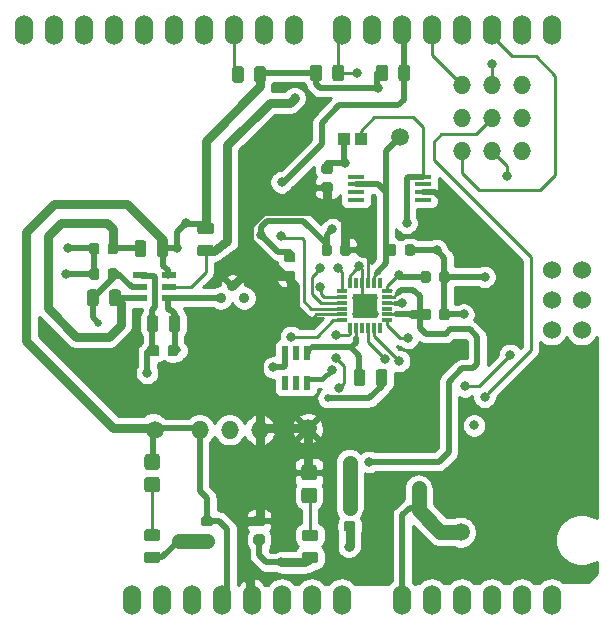
<source format=gtl>
G04 #@! TF.GenerationSoftware,KiCad,Pcbnew,(5.1.5)-2*
G04 #@! TF.CreationDate,2020-04-29T22:29:47+05:00*
G04 #@! TF.ProjectId,interferometer,696e7465-7266-4657-926f-6d657465722e,1*
G04 #@! TF.SameCoordinates,Original*
G04 #@! TF.FileFunction,Copper,L1,Top*
G04 #@! TF.FilePolarity,Positive*
%FSLAX46Y46*%
G04 Gerber Fmt 4.6, Leading zero omitted, Abs format (unit mm)*
G04 Created by KiCad (PCBNEW (5.1.5)-2) date 2020-04-29 22:29:47*
%MOMM*%
%LPD*%
G04 APERTURE LIST*
%ADD10C,1.524000*%
%ADD11O,1.524000X2.540000*%
%ADD12C,0.100000*%
%ADD13R,2.100000X2.100000*%
%ADD14R,0.812800X0.304800*%
%ADD15R,0.304800X0.812800*%
%ADD16R,1.018799X1.018799*%
%ADD17R,1.200000X0.600000*%
%ADD18R,0.600000X1.200000*%
%ADD19C,1.500000*%
%ADD20R,1.473200X0.355600*%
%ADD21C,0.900000*%
%ADD22O,1.524000X1.524000*%
%ADD23C,0.800000*%
%ADD24C,0.650000*%
%ADD25C,0.508000*%
%ADD26C,1.270000*%
%ADD27C,0.250000*%
%ADD28C,0.500000*%
%ADD29C,0.800000*%
%ADD30C,0.381000*%
%ADD31C,0.254000*%
G04 APERTURE END LIST*
D10*
X182206173Y-99230349D03*
X179666173Y-99230349D03*
X182206173Y-96690349D03*
X179666173Y-96690349D03*
X182206173Y-94150349D03*
X179666173Y-94150349D03*
D11*
X144106173Y-122090349D03*
X146646173Y-122090349D03*
X134962173Y-73830349D03*
X137502173Y-73830349D03*
X154266173Y-122090349D03*
X140042173Y-73830349D03*
X142582173Y-73830349D03*
X145122173Y-73830349D03*
X147662173Y-73830349D03*
X150202173Y-73830349D03*
X152742173Y-73830349D03*
X155282173Y-73830349D03*
X157822173Y-73830349D03*
X161886173Y-73830349D03*
X164426173Y-73830349D03*
X166966173Y-73830349D03*
X169506173Y-73830349D03*
X172046173Y-73830349D03*
X174586173Y-73830349D03*
X177126173Y-73830349D03*
X179666173Y-73830349D03*
X149186173Y-122090349D03*
X151726173Y-122090349D03*
X156806173Y-122090349D03*
X159346173Y-122090349D03*
X161886173Y-122090349D03*
X172046173Y-122090349D03*
X169506173Y-122090349D03*
X166966173Y-122090349D03*
X174586173Y-122090349D03*
X177126173Y-122090349D03*
X179666173Y-122090349D03*
G04 #@! TA.AperFunction,SMDPad,CuDef*
D12*
G36*
X160869691Y-91982053D02*
G01*
X160890926Y-91985203D01*
X160911750Y-91990419D01*
X160931962Y-91997651D01*
X160951368Y-92006830D01*
X160969781Y-92017866D01*
X160987024Y-92030654D01*
X161002930Y-92045070D01*
X161017346Y-92060976D01*
X161030134Y-92078219D01*
X161041170Y-92096632D01*
X161050349Y-92116038D01*
X161057581Y-92136250D01*
X161062797Y-92157074D01*
X161065947Y-92178309D01*
X161067000Y-92199750D01*
X161067000Y-92712250D01*
X161065947Y-92733691D01*
X161062797Y-92754926D01*
X161057581Y-92775750D01*
X161050349Y-92795962D01*
X161041170Y-92815368D01*
X161030134Y-92833781D01*
X161017346Y-92851024D01*
X161002930Y-92866930D01*
X160987024Y-92881346D01*
X160969781Y-92894134D01*
X160951368Y-92905170D01*
X160931962Y-92914349D01*
X160911750Y-92921581D01*
X160890926Y-92926797D01*
X160869691Y-92929947D01*
X160848250Y-92931000D01*
X160410750Y-92931000D01*
X160389309Y-92929947D01*
X160368074Y-92926797D01*
X160347250Y-92921581D01*
X160327038Y-92914349D01*
X160307632Y-92905170D01*
X160289219Y-92894134D01*
X160271976Y-92881346D01*
X160256070Y-92866930D01*
X160241654Y-92851024D01*
X160228866Y-92833781D01*
X160217830Y-92815368D01*
X160208651Y-92795962D01*
X160201419Y-92775750D01*
X160196203Y-92754926D01*
X160193053Y-92733691D01*
X160192000Y-92712250D01*
X160192000Y-92199750D01*
X160193053Y-92178309D01*
X160196203Y-92157074D01*
X160201419Y-92136250D01*
X160208651Y-92116038D01*
X160217830Y-92096632D01*
X160228866Y-92078219D01*
X160241654Y-92060976D01*
X160256070Y-92045070D01*
X160271976Y-92030654D01*
X160289219Y-92017866D01*
X160307632Y-92006830D01*
X160327038Y-91997651D01*
X160347250Y-91990419D01*
X160368074Y-91985203D01*
X160389309Y-91982053D01*
X160410750Y-91981000D01*
X160848250Y-91981000D01*
X160869691Y-91982053D01*
G37*
G04 #@! TD.AperFunction*
G04 #@! TA.AperFunction,SMDPad,CuDef*
G36*
X162444691Y-91982053D02*
G01*
X162465926Y-91985203D01*
X162486750Y-91990419D01*
X162506962Y-91997651D01*
X162526368Y-92006830D01*
X162544781Y-92017866D01*
X162562024Y-92030654D01*
X162577930Y-92045070D01*
X162592346Y-92060976D01*
X162605134Y-92078219D01*
X162616170Y-92096632D01*
X162625349Y-92116038D01*
X162632581Y-92136250D01*
X162637797Y-92157074D01*
X162640947Y-92178309D01*
X162642000Y-92199750D01*
X162642000Y-92712250D01*
X162640947Y-92733691D01*
X162637797Y-92754926D01*
X162632581Y-92775750D01*
X162625349Y-92795962D01*
X162616170Y-92815368D01*
X162605134Y-92833781D01*
X162592346Y-92851024D01*
X162577930Y-92866930D01*
X162562024Y-92881346D01*
X162544781Y-92894134D01*
X162526368Y-92905170D01*
X162506962Y-92914349D01*
X162486750Y-92921581D01*
X162465926Y-92926797D01*
X162444691Y-92929947D01*
X162423250Y-92931000D01*
X161985750Y-92931000D01*
X161964309Y-92929947D01*
X161943074Y-92926797D01*
X161922250Y-92921581D01*
X161902038Y-92914349D01*
X161882632Y-92905170D01*
X161864219Y-92894134D01*
X161846976Y-92881346D01*
X161831070Y-92866930D01*
X161816654Y-92851024D01*
X161803866Y-92833781D01*
X161792830Y-92815368D01*
X161783651Y-92795962D01*
X161776419Y-92775750D01*
X161771203Y-92754926D01*
X161768053Y-92733691D01*
X161767000Y-92712250D01*
X161767000Y-92199750D01*
X161768053Y-92178309D01*
X161771203Y-92157074D01*
X161776419Y-92136250D01*
X161783651Y-92116038D01*
X161792830Y-92096632D01*
X161803866Y-92078219D01*
X161816654Y-92060976D01*
X161831070Y-92045070D01*
X161846976Y-92030654D01*
X161864219Y-92017866D01*
X161882632Y-92006830D01*
X161902038Y-91997651D01*
X161922250Y-91990419D01*
X161943074Y-91985203D01*
X161964309Y-91982053D01*
X161985750Y-91981000D01*
X162423250Y-91981000D01*
X162444691Y-91982053D01*
G37*
G04 #@! TD.AperFunction*
G04 #@! TA.AperFunction,SMDPad,CuDef*
G36*
X170826691Y-97443053D02*
G01*
X170847926Y-97446203D01*
X170868750Y-97451419D01*
X170888962Y-97458651D01*
X170908368Y-97467830D01*
X170926781Y-97478866D01*
X170944024Y-97491654D01*
X170959930Y-97506070D01*
X170974346Y-97521976D01*
X170987134Y-97539219D01*
X170998170Y-97557632D01*
X171007349Y-97577038D01*
X171014581Y-97597250D01*
X171019797Y-97618074D01*
X171022947Y-97639309D01*
X171024000Y-97660750D01*
X171024000Y-98173250D01*
X171022947Y-98194691D01*
X171019797Y-98215926D01*
X171014581Y-98236750D01*
X171007349Y-98256962D01*
X170998170Y-98276368D01*
X170987134Y-98294781D01*
X170974346Y-98312024D01*
X170959930Y-98327930D01*
X170944024Y-98342346D01*
X170926781Y-98355134D01*
X170908368Y-98366170D01*
X170888962Y-98375349D01*
X170868750Y-98382581D01*
X170847926Y-98387797D01*
X170826691Y-98390947D01*
X170805250Y-98392000D01*
X170367750Y-98392000D01*
X170346309Y-98390947D01*
X170325074Y-98387797D01*
X170304250Y-98382581D01*
X170284038Y-98375349D01*
X170264632Y-98366170D01*
X170246219Y-98355134D01*
X170228976Y-98342346D01*
X170213070Y-98327930D01*
X170198654Y-98312024D01*
X170185866Y-98294781D01*
X170174830Y-98276368D01*
X170165651Y-98256962D01*
X170158419Y-98236750D01*
X170153203Y-98215926D01*
X170150053Y-98194691D01*
X170149000Y-98173250D01*
X170149000Y-97660750D01*
X170150053Y-97639309D01*
X170153203Y-97618074D01*
X170158419Y-97597250D01*
X170165651Y-97577038D01*
X170174830Y-97557632D01*
X170185866Y-97539219D01*
X170198654Y-97521976D01*
X170213070Y-97506070D01*
X170228976Y-97491654D01*
X170246219Y-97478866D01*
X170264632Y-97467830D01*
X170284038Y-97458651D01*
X170304250Y-97451419D01*
X170325074Y-97446203D01*
X170346309Y-97443053D01*
X170367750Y-97442000D01*
X170805250Y-97442000D01*
X170826691Y-97443053D01*
G37*
G04 #@! TD.AperFunction*
G04 #@! TA.AperFunction,SMDPad,CuDef*
G36*
X169251691Y-97443053D02*
G01*
X169272926Y-97446203D01*
X169293750Y-97451419D01*
X169313962Y-97458651D01*
X169333368Y-97467830D01*
X169351781Y-97478866D01*
X169369024Y-97491654D01*
X169384930Y-97506070D01*
X169399346Y-97521976D01*
X169412134Y-97539219D01*
X169423170Y-97557632D01*
X169432349Y-97577038D01*
X169439581Y-97597250D01*
X169444797Y-97618074D01*
X169447947Y-97639309D01*
X169449000Y-97660750D01*
X169449000Y-98173250D01*
X169447947Y-98194691D01*
X169444797Y-98215926D01*
X169439581Y-98236750D01*
X169432349Y-98256962D01*
X169423170Y-98276368D01*
X169412134Y-98294781D01*
X169399346Y-98312024D01*
X169384930Y-98327930D01*
X169369024Y-98342346D01*
X169351781Y-98355134D01*
X169333368Y-98366170D01*
X169313962Y-98375349D01*
X169293750Y-98382581D01*
X169272926Y-98387797D01*
X169251691Y-98390947D01*
X169230250Y-98392000D01*
X168792750Y-98392000D01*
X168771309Y-98390947D01*
X168750074Y-98387797D01*
X168729250Y-98382581D01*
X168709038Y-98375349D01*
X168689632Y-98366170D01*
X168671219Y-98355134D01*
X168653976Y-98342346D01*
X168638070Y-98327930D01*
X168623654Y-98312024D01*
X168610866Y-98294781D01*
X168599830Y-98276368D01*
X168590651Y-98256962D01*
X168583419Y-98236750D01*
X168578203Y-98215926D01*
X168575053Y-98194691D01*
X168574000Y-98173250D01*
X168574000Y-97660750D01*
X168575053Y-97639309D01*
X168578203Y-97618074D01*
X168583419Y-97597250D01*
X168590651Y-97577038D01*
X168599830Y-97557632D01*
X168610866Y-97539219D01*
X168623654Y-97521976D01*
X168638070Y-97506070D01*
X168653976Y-97491654D01*
X168671219Y-97478866D01*
X168689632Y-97467830D01*
X168709038Y-97458651D01*
X168729250Y-97451419D01*
X168750074Y-97446203D01*
X168771309Y-97443053D01*
X168792750Y-97442000D01*
X169230250Y-97442000D01*
X169251691Y-97443053D01*
G37*
G04 #@! TD.AperFunction*
G04 #@! TA.AperFunction,SMDPad,CuDef*
G36*
X167905691Y-91982053D02*
G01*
X167926926Y-91985203D01*
X167947750Y-91990419D01*
X167967962Y-91997651D01*
X167987368Y-92006830D01*
X168005781Y-92017866D01*
X168023024Y-92030654D01*
X168038930Y-92045070D01*
X168053346Y-92060976D01*
X168066134Y-92078219D01*
X168077170Y-92096632D01*
X168086349Y-92116038D01*
X168093581Y-92136250D01*
X168098797Y-92157074D01*
X168101947Y-92178309D01*
X168103000Y-92199750D01*
X168103000Y-92712250D01*
X168101947Y-92733691D01*
X168098797Y-92754926D01*
X168093581Y-92775750D01*
X168086349Y-92795962D01*
X168077170Y-92815368D01*
X168066134Y-92833781D01*
X168053346Y-92851024D01*
X168038930Y-92866930D01*
X168023024Y-92881346D01*
X168005781Y-92894134D01*
X167987368Y-92905170D01*
X167967962Y-92914349D01*
X167947750Y-92921581D01*
X167926926Y-92926797D01*
X167905691Y-92929947D01*
X167884250Y-92931000D01*
X167446750Y-92931000D01*
X167425309Y-92929947D01*
X167404074Y-92926797D01*
X167383250Y-92921581D01*
X167363038Y-92914349D01*
X167343632Y-92905170D01*
X167325219Y-92894134D01*
X167307976Y-92881346D01*
X167292070Y-92866930D01*
X167277654Y-92851024D01*
X167264866Y-92833781D01*
X167253830Y-92815368D01*
X167244651Y-92795962D01*
X167237419Y-92775750D01*
X167232203Y-92754926D01*
X167229053Y-92733691D01*
X167228000Y-92712250D01*
X167228000Y-92199750D01*
X167229053Y-92178309D01*
X167232203Y-92157074D01*
X167237419Y-92136250D01*
X167244651Y-92116038D01*
X167253830Y-92096632D01*
X167264866Y-92078219D01*
X167277654Y-92060976D01*
X167292070Y-92045070D01*
X167307976Y-92030654D01*
X167325219Y-92017866D01*
X167343632Y-92006830D01*
X167363038Y-91997651D01*
X167383250Y-91990419D01*
X167404074Y-91985203D01*
X167425309Y-91982053D01*
X167446750Y-91981000D01*
X167884250Y-91981000D01*
X167905691Y-91982053D01*
G37*
G04 #@! TD.AperFunction*
G04 #@! TA.AperFunction,SMDPad,CuDef*
G36*
X166330691Y-91982053D02*
G01*
X166351926Y-91985203D01*
X166372750Y-91990419D01*
X166392962Y-91997651D01*
X166412368Y-92006830D01*
X166430781Y-92017866D01*
X166448024Y-92030654D01*
X166463930Y-92045070D01*
X166478346Y-92060976D01*
X166491134Y-92078219D01*
X166502170Y-92096632D01*
X166511349Y-92116038D01*
X166518581Y-92136250D01*
X166523797Y-92157074D01*
X166526947Y-92178309D01*
X166528000Y-92199750D01*
X166528000Y-92712250D01*
X166526947Y-92733691D01*
X166523797Y-92754926D01*
X166518581Y-92775750D01*
X166511349Y-92795962D01*
X166502170Y-92815368D01*
X166491134Y-92833781D01*
X166478346Y-92851024D01*
X166463930Y-92866930D01*
X166448024Y-92881346D01*
X166430781Y-92894134D01*
X166412368Y-92905170D01*
X166392962Y-92914349D01*
X166372750Y-92921581D01*
X166351926Y-92926797D01*
X166330691Y-92929947D01*
X166309250Y-92931000D01*
X165871750Y-92931000D01*
X165850309Y-92929947D01*
X165829074Y-92926797D01*
X165808250Y-92921581D01*
X165788038Y-92914349D01*
X165768632Y-92905170D01*
X165750219Y-92894134D01*
X165732976Y-92881346D01*
X165717070Y-92866930D01*
X165702654Y-92851024D01*
X165689866Y-92833781D01*
X165678830Y-92815368D01*
X165669651Y-92795962D01*
X165662419Y-92775750D01*
X165657203Y-92754926D01*
X165654053Y-92733691D01*
X165653000Y-92712250D01*
X165653000Y-92199750D01*
X165654053Y-92178309D01*
X165657203Y-92157074D01*
X165662419Y-92136250D01*
X165669651Y-92116038D01*
X165678830Y-92096632D01*
X165689866Y-92078219D01*
X165702654Y-92060976D01*
X165717070Y-92045070D01*
X165732976Y-92030654D01*
X165750219Y-92017866D01*
X165768632Y-92006830D01*
X165788038Y-91997651D01*
X165808250Y-91990419D01*
X165829074Y-91985203D01*
X165850309Y-91982053D01*
X165871750Y-91981000D01*
X166309250Y-91981000D01*
X166330691Y-91982053D01*
G37*
G04 #@! TD.AperFunction*
G04 #@! TA.AperFunction,SMDPad,CuDef*
G36*
X157757691Y-92629053D02*
G01*
X157778926Y-92632203D01*
X157799750Y-92637419D01*
X157819962Y-92644651D01*
X157839368Y-92653830D01*
X157857781Y-92664866D01*
X157875024Y-92677654D01*
X157890930Y-92692070D01*
X157905346Y-92707976D01*
X157918134Y-92725219D01*
X157929170Y-92743632D01*
X157938349Y-92763038D01*
X157945581Y-92783250D01*
X157950797Y-92804074D01*
X157953947Y-92825309D01*
X157955000Y-92846750D01*
X157955000Y-93284250D01*
X157953947Y-93305691D01*
X157950797Y-93326926D01*
X157945581Y-93347750D01*
X157938349Y-93367962D01*
X157929170Y-93387368D01*
X157918134Y-93405781D01*
X157905346Y-93423024D01*
X157890930Y-93438930D01*
X157875024Y-93453346D01*
X157857781Y-93466134D01*
X157839368Y-93477170D01*
X157819962Y-93486349D01*
X157799750Y-93493581D01*
X157778926Y-93498797D01*
X157757691Y-93501947D01*
X157736250Y-93503000D01*
X157223750Y-93503000D01*
X157202309Y-93501947D01*
X157181074Y-93498797D01*
X157160250Y-93493581D01*
X157140038Y-93486349D01*
X157120632Y-93477170D01*
X157102219Y-93466134D01*
X157084976Y-93453346D01*
X157069070Y-93438930D01*
X157054654Y-93423024D01*
X157041866Y-93405781D01*
X157030830Y-93387368D01*
X157021651Y-93367962D01*
X157014419Y-93347750D01*
X157009203Y-93326926D01*
X157006053Y-93305691D01*
X157005000Y-93284250D01*
X157005000Y-92846750D01*
X157006053Y-92825309D01*
X157009203Y-92804074D01*
X157014419Y-92783250D01*
X157021651Y-92763038D01*
X157030830Y-92743632D01*
X157041866Y-92725219D01*
X157054654Y-92707976D01*
X157069070Y-92692070D01*
X157084976Y-92677654D01*
X157102219Y-92664866D01*
X157120632Y-92653830D01*
X157140038Y-92644651D01*
X157160250Y-92637419D01*
X157181074Y-92632203D01*
X157202309Y-92629053D01*
X157223750Y-92628000D01*
X157736250Y-92628000D01*
X157757691Y-92629053D01*
G37*
G04 #@! TD.AperFunction*
G04 #@! TA.AperFunction,SMDPad,CuDef*
G36*
X157757691Y-94204053D02*
G01*
X157778926Y-94207203D01*
X157799750Y-94212419D01*
X157819962Y-94219651D01*
X157839368Y-94228830D01*
X157857781Y-94239866D01*
X157875024Y-94252654D01*
X157890930Y-94267070D01*
X157905346Y-94282976D01*
X157918134Y-94300219D01*
X157929170Y-94318632D01*
X157938349Y-94338038D01*
X157945581Y-94358250D01*
X157950797Y-94379074D01*
X157953947Y-94400309D01*
X157955000Y-94421750D01*
X157955000Y-94859250D01*
X157953947Y-94880691D01*
X157950797Y-94901926D01*
X157945581Y-94922750D01*
X157938349Y-94942962D01*
X157929170Y-94962368D01*
X157918134Y-94980781D01*
X157905346Y-94998024D01*
X157890930Y-95013930D01*
X157875024Y-95028346D01*
X157857781Y-95041134D01*
X157839368Y-95052170D01*
X157819962Y-95061349D01*
X157799750Y-95068581D01*
X157778926Y-95073797D01*
X157757691Y-95076947D01*
X157736250Y-95078000D01*
X157223750Y-95078000D01*
X157202309Y-95076947D01*
X157181074Y-95073797D01*
X157160250Y-95068581D01*
X157140038Y-95061349D01*
X157120632Y-95052170D01*
X157102219Y-95041134D01*
X157084976Y-95028346D01*
X157069070Y-95013930D01*
X157054654Y-94998024D01*
X157041866Y-94980781D01*
X157030830Y-94962368D01*
X157021651Y-94942962D01*
X157014419Y-94922750D01*
X157009203Y-94901926D01*
X157006053Y-94880691D01*
X157005000Y-94859250D01*
X157005000Y-94421750D01*
X157006053Y-94400309D01*
X157009203Y-94379074D01*
X157014419Y-94358250D01*
X157021651Y-94338038D01*
X157030830Y-94318632D01*
X157041866Y-94300219D01*
X157054654Y-94282976D01*
X157069070Y-94267070D01*
X157084976Y-94252654D01*
X157102219Y-94239866D01*
X157120632Y-94228830D01*
X157140038Y-94219651D01*
X157160250Y-94212419D01*
X157181074Y-94207203D01*
X157202309Y-94204053D01*
X157223750Y-94203000D01*
X157736250Y-94203000D01*
X157757691Y-94204053D01*
G37*
G04 #@! TD.AperFunction*
G04 #@! TA.AperFunction,SMDPad,CuDef*
G36*
X170826691Y-94268053D02*
G01*
X170847926Y-94271203D01*
X170868750Y-94276419D01*
X170888962Y-94283651D01*
X170908368Y-94292830D01*
X170926781Y-94303866D01*
X170944024Y-94316654D01*
X170959930Y-94331070D01*
X170974346Y-94346976D01*
X170987134Y-94364219D01*
X170998170Y-94382632D01*
X171007349Y-94402038D01*
X171014581Y-94422250D01*
X171019797Y-94443074D01*
X171022947Y-94464309D01*
X171024000Y-94485750D01*
X171024000Y-94998250D01*
X171022947Y-95019691D01*
X171019797Y-95040926D01*
X171014581Y-95061750D01*
X171007349Y-95081962D01*
X170998170Y-95101368D01*
X170987134Y-95119781D01*
X170974346Y-95137024D01*
X170959930Y-95152930D01*
X170944024Y-95167346D01*
X170926781Y-95180134D01*
X170908368Y-95191170D01*
X170888962Y-95200349D01*
X170868750Y-95207581D01*
X170847926Y-95212797D01*
X170826691Y-95215947D01*
X170805250Y-95217000D01*
X170367750Y-95217000D01*
X170346309Y-95215947D01*
X170325074Y-95212797D01*
X170304250Y-95207581D01*
X170284038Y-95200349D01*
X170264632Y-95191170D01*
X170246219Y-95180134D01*
X170228976Y-95167346D01*
X170213070Y-95152930D01*
X170198654Y-95137024D01*
X170185866Y-95119781D01*
X170174830Y-95101368D01*
X170165651Y-95081962D01*
X170158419Y-95061750D01*
X170153203Y-95040926D01*
X170150053Y-95019691D01*
X170149000Y-94998250D01*
X170149000Y-94485750D01*
X170150053Y-94464309D01*
X170153203Y-94443074D01*
X170158419Y-94422250D01*
X170165651Y-94402038D01*
X170174830Y-94382632D01*
X170185866Y-94364219D01*
X170198654Y-94346976D01*
X170213070Y-94331070D01*
X170228976Y-94316654D01*
X170246219Y-94303866D01*
X170264632Y-94292830D01*
X170284038Y-94283651D01*
X170304250Y-94276419D01*
X170325074Y-94271203D01*
X170346309Y-94268053D01*
X170367750Y-94267000D01*
X170805250Y-94267000D01*
X170826691Y-94268053D01*
G37*
G04 #@! TD.AperFunction*
G04 #@! TA.AperFunction,SMDPad,CuDef*
G36*
X169251691Y-94268053D02*
G01*
X169272926Y-94271203D01*
X169293750Y-94276419D01*
X169313962Y-94283651D01*
X169333368Y-94292830D01*
X169351781Y-94303866D01*
X169369024Y-94316654D01*
X169384930Y-94331070D01*
X169399346Y-94346976D01*
X169412134Y-94364219D01*
X169423170Y-94382632D01*
X169432349Y-94402038D01*
X169439581Y-94422250D01*
X169444797Y-94443074D01*
X169447947Y-94464309D01*
X169449000Y-94485750D01*
X169449000Y-94998250D01*
X169447947Y-95019691D01*
X169444797Y-95040926D01*
X169439581Y-95061750D01*
X169432349Y-95081962D01*
X169423170Y-95101368D01*
X169412134Y-95119781D01*
X169399346Y-95137024D01*
X169384930Y-95152930D01*
X169369024Y-95167346D01*
X169351781Y-95180134D01*
X169333368Y-95191170D01*
X169313962Y-95200349D01*
X169293750Y-95207581D01*
X169272926Y-95212797D01*
X169251691Y-95215947D01*
X169230250Y-95217000D01*
X168792750Y-95217000D01*
X168771309Y-95215947D01*
X168750074Y-95212797D01*
X168729250Y-95207581D01*
X168709038Y-95200349D01*
X168689632Y-95191170D01*
X168671219Y-95180134D01*
X168653976Y-95167346D01*
X168638070Y-95152930D01*
X168623654Y-95137024D01*
X168610866Y-95119781D01*
X168599830Y-95101368D01*
X168590651Y-95081962D01*
X168583419Y-95061750D01*
X168578203Y-95040926D01*
X168575053Y-95019691D01*
X168574000Y-94998250D01*
X168574000Y-94485750D01*
X168575053Y-94464309D01*
X168578203Y-94443074D01*
X168583419Y-94422250D01*
X168590651Y-94402038D01*
X168599830Y-94382632D01*
X168610866Y-94364219D01*
X168623654Y-94346976D01*
X168638070Y-94331070D01*
X168653976Y-94316654D01*
X168671219Y-94303866D01*
X168689632Y-94292830D01*
X168709038Y-94283651D01*
X168729250Y-94276419D01*
X168750074Y-94271203D01*
X168771309Y-94268053D01*
X168792750Y-94267000D01*
X169230250Y-94267000D01*
X169251691Y-94268053D01*
G37*
G04 #@! TD.AperFunction*
G04 #@! TA.AperFunction,SMDPad,CuDef*
G36*
X142759691Y-91855053D02*
G01*
X142780926Y-91858203D01*
X142801750Y-91863419D01*
X142821962Y-91870651D01*
X142841368Y-91879830D01*
X142859781Y-91890866D01*
X142877024Y-91903654D01*
X142892930Y-91918070D01*
X142907346Y-91933976D01*
X142920134Y-91951219D01*
X142931170Y-91969632D01*
X142940349Y-91989038D01*
X142947581Y-92009250D01*
X142952797Y-92030074D01*
X142955947Y-92051309D01*
X142957000Y-92072750D01*
X142957000Y-92585250D01*
X142955947Y-92606691D01*
X142952797Y-92627926D01*
X142947581Y-92648750D01*
X142940349Y-92668962D01*
X142931170Y-92688368D01*
X142920134Y-92706781D01*
X142907346Y-92724024D01*
X142892930Y-92739930D01*
X142877024Y-92754346D01*
X142859781Y-92767134D01*
X142841368Y-92778170D01*
X142821962Y-92787349D01*
X142801750Y-92794581D01*
X142780926Y-92799797D01*
X142759691Y-92802947D01*
X142738250Y-92804000D01*
X142300750Y-92804000D01*
X142279309Y-92802947D01*
X142258074Y-92799797D01*
X142237250Y-92794581D01*
X142217038Y-92787349D01*
X142197632Y-92778170D01*
X142179219Y-92767134D01*
X142161976Y-92754346D01*
X142146070Y-92739930D01*
X142131654Y-92724024D01*
X142118866Y-92706781D01*
X142107830Y-92688368D01*
X142098651Y-92668962D01*
X142091419Y-92648750D01*
X142086203Y-92627926D01*
X142083053Y-92606691D01*
X142082000Y-92585250D01*
X142082000Y-92072750D01*
X142083053Y-92051309D01*
X142086203Y-92030074D01*
X142091419Y-92009250D01*
X142098651Y-91989038D01*
X142107830Y-91969632D01*
X142118866Y-91951219D01*
X142131654Y-91933976D01*
X142146070Y-91918070D01*
X142161976Y-91903654D01*
X142179219Y-91890866D01*
X142197632Y-91879830D01*
X142217038Y-91870651D01*
X142237250Y-91863419D01*
X142258074Y-91858203D01*
X142279309Y-91855053D01*
X142300750Y-91854000D01*
X142738250Y-91854000D01*
X142759691Y-91855053D01*
G37*
G04 #@! TD.AperFunction*
G04 #@! TA.AperFunction,SMDPad,CuDef*
G36*
X141184691Y-91855053D02*
G01*
X141205926Y-91858203D01*
X141226750Y-91863419D01*
X141246962Y-91870651D01*
X141266368Y-91879830D01*
X141284781Y-91890866D01*
X141302024Y-91903654D01*
X141317930Y-91918070D01*
X141332346Y-91933976D01*
X141345134Y-91951219D01*
X141356170Y-91969632D01*
X141365349Y-91989038D01*
X141372581Y-92009250D01*
X141377797Y-92030074D01*
X141380947Y-92051309D01*
X141382000Y-92072750D01*
X141382000Y-92585250D01*
X141380947Y-92606691D01*
X141377797Y-92627926D01*
X141372581Y-92648750D01*
X141365349Y-92668962D01*
X141356170Y-92688368D01*
X141345134Y-92706781D01*
X141332346Y-92724024D01*
X141317930Y-92739930D01*
X141302024Y-92754346D01*
X141284781Y-92767134D01*
X141266368Y-92778170D01*
X141246962Y-92787349D01*
X141226750Y-92794581D01*
X141205926Y-92799797D01*
X141184691Y-92802947D01*
X141163250Y-92804000D01*
X140725750Y-92804000D01*
X140704309Y-92802947D01*
X140683074Y-92799797D01*
X140662250Y-92794581D01*
X140642038Y-92787349D01*
X140622632Y-92778170D01*
X140604219Y-92767134D01*
X140586976Y-92754346D01*
X140571070Y-92739930D01*
X140556654Y-92724024D01*
X140543866Y-92706781D01*
X140532830Y-92688368D01*
X140523651Y-92668962D01*
X140516419Y-92648750D01*
X140511203Y-92627926D01*
X140508053Y-92606691D01*
X140507000Y-92585250D01*
X140507000Y-92072750D01*
X140508053Y-92051309D01*
X140511203Y-92030074D01*
X140516419Y-92009250D01*
X140523651Y-91989038D01*
X140532830Y-91969632D01*
X140543866Y-91951219D01*
X140556654Y-91933976D01*
X140571070Y-91918070D01*
X140586976Y-91903654D01*
X140604219Y-91890866D01*
X140622632Y-91879830D01*
X140642038Y-91870651D01*
X140662250Y-91863419D01*
X140683074Y-91858203D01*
X140704309Y-91855053D01*
X140725750Y-91854000D01*
X141163250Y-91854000D01*
X141184691Y-91855053D01*
G37*
G04 #@! TD.AperFunction*
G04 #@! TA.AperFunction,SMDPad,CuDef*
G36*
X162837691Y-115413053D02*
G01*
X162858926Y-115416203D01*
X162879750Y-115421419D01*
X162899962Y-115428651D01*
X162919368Y-115437830D01*
X162937781Y-115448866D01*
X162955024Y-115461654D01*
X162970930Y-115476070D01*
X162985346Y-115491976D01*
X162998134Y-115509219D01*
X163009170Y-115527632D01*
X163018349Y-115547038D01*
X163025581Y-115567250D01*
X163030797Y-115588074D01*
X163033947Y-115609309D01*
X163035000Y-115630750D01*
X163035000Y-116068250D01*
X163033947Y-116089691D01*
X163030797Y-116110926D01*
X163025581Y-116131750D01*
X163018349Y-116151962D01*
X163009170Y-116171368D01*
X162998134Y-116189781D01*
X162985346Y-116207024D01*
X162970930Y-116222930D01*
X162955024Y-116237346D01*
X162937781Y-116250134D01*
X162919368Y-116261170D01*
X162899962Y-116270349D01*
X162879750Y-116277581D01*
X162858926Y-116282797D01*
X162837691Y-116285947D01*
X162816250Y-116287000D01*
X162303750Y-116287000D01*
X162282309Y-116285947D01*
X162261074Y-116282797D01*
X162240250Y-116277581D01*
X162220038Y-116270349D01*
X162200632Y-116261170D01*
X162182219Y-116250134D01*
X162164976Y-116237346D01*
X162149070Y-116222930D01*
X162134654Y-116207024D01*
X162121866Y-116189781D01*
X162110830Y-116171368D01*
X162101651Y-116151962D01*
X162094419Y-116131750D01*
X162089203Y-116110926D01*
X162086053Y-116089691D01*
X162085000Y-116068250D01*
X162085000Y-115630750D01*
X162086053Y-115609309D01*
X162089203Y-115588074D01*
X162094419Y-115567250D01*
X162101651Y-115547038D01*
X162110830Y-115527632D01*
X162121866Y-115509219D01*
X162134654Y-115491976D01*
X162149070Y-115476070D01*
X162164976Y-115461654D01*
X162182219Y-115448866D01*
X162200632Y-115437830D01*
X162220038Y-115428651D01*
X162240250Y-115421419D01*
X162261074Y-115416203D01*
X162282309Y-115413053D01*
X162303750Y-115412000D01*
X162816250Y-115412000D01*
X162837691Y-115413053D01*
G37*
G04 #@! TD.AperFunction*
G04 #@! TA.AperFunction,SMDPad,CuDef*
G36*
X162837691Y-113838053D02*
G01*
X162858926Y-113841203D01*
X162879750Y-113846419D01*
X162899962Y-113853651D01*
X162919368Y-113862830D01*
X162937781Y-113873866D01*
X162955024Y-113886654D01*
X162970930Y-113901070D01*
X162985346Y-113916976D01*
X162998134Y-113934219D01*
X163009170Y-113952632D01*
X163018349Y-113972038D01*
X163025581Y-113992250D01*
X163030797Y-114013074D01*
X163033947Y-114034309D01*
X163035000Y-114055750D01*
X163035000Y-114493250D01*
X163033947Y-114514691D01*
X163030797Y-114535926D01*
X163025581Y-114556750D01*
X163018349Y-114576962D01*
X163009170Y-114596368D01*
X162998134Y-114614781D01*
X162985346Y-114632024D01*
X162970930Y-114647930D01*
X162955024Y-114662346D01*
X162937781Y-114675134D01*
X162919368Y-114686170D01*
X162899962Y-114695349D01*
X162879750Y-114702581D01*
X162858926Y-114707797D01*
X162837691Y-114710947D01*
X162816250Y-114712000D01*
X162303750Y-114712000D01*
X162282309Y-114710947D01*
X162261074Y-114707797D01*
X162240250Y-114702581D01*
X162220038Y-114695349D01*
X162200632Y-114686170D01*
X162182219Y-114675134D01*
X162164976Y-114662346D01*
X162149070Y-114647930D01*
X162134654Y-114632024D01*
X162121866Y-114614781D01*
X162110830Y-114596368D01*
X162101651Y-114576962D01*
X162094419Y-114556750D01*
X162089203Y-114535926D01*
X162086053Y-114514691D01*
X162085000Y-114493250D01*
X162085000Y-114055750D01*
X162086053Y-114034309D01*
X162089203Y-114013074D01*
X162094419Y-113992250D01*
X162101651Y-113972038D01*
X162110830Y-113952632D01*
X162121866Y-113934219D01*
X162134654Y-113916976D01*
X162149070Y-113901070D01*
X162164976Y-113886654D01*
X162182219Y-113873866D01*
X162200632Y-113862830D01*
X162220038Y-113853651D01*
X162240250Y-113846419D01*
X162261074Y-113841203D01*
X162282309Y-113838053D01*
X162303750Y-113837000D01*
X162816250Y-113837000D01*
X162837691Y-113838053D01*
G37*
G04 #@! TD.AperFunction*
G04 #@! TA.AperFunction,SMDPad,CuDef*
G36*
X150772691Y-116563553D02*
G01*
X150793926Y-116566703D01*
X150814750Y-116571919D01*
X150834962Y-116579151D01*
X150854368Y-116588330D01*
X150872781Y-116599366D01*
X150890024Y-116612154D01*
X150905930Y-116626570D01*
X150920346Y-116642476D01*
X150933134Y-116659719D01*
X150944170Y-116678132D01*
X150953349Y-116697538D01*
X150960581Y-116717750D01*
X150965797Y-116738574D01*
X150968947Y-116759809D01*
X150970000Y-116781250D01*
X150970000Y-117218750D01*
X150968947Y-117240191D01*
X150965797Y-117261426D01*
X150960581Y-117282250D01*
X150953349Y-117302462D01*
X150944170Y-117321868D01*
X150933134Y-117340281D01*
X150920346Y-117357524D01*
X150905930Y-117373430D01*
X150890024Y-117387846D01*
X150872781Y-117400634D01*
X150854368Y-117411670D01*
X150834962Y-117420849D01*
X150814750Y-117428081D01*
X150793926Y-117433297D01*
X150772691Y-117436447D01*
X150751250Y-117437500D01*
X150238750Y-117437500D01*
X150217309Y-117436447D01*
X150196074Y-117433297D01*
X150175250Y-117428081D01*
X150155038Y-117420849D01*
X150135632Y-117411670D01*
X150117219Y-117400634D01*
X150099976Y-117387846D01*
X150084070Y-117373430D01*
X150069654Y-117357524D01*
X150056866Y-117340281D01*
X150045830Y-117321868D01*
X150036651Y-117302462D01*
X150029419Y-117282250D01*
X150024203Y-117261426D01*
X150021053Y-117240191D01*
X150020000Y-117218750D01*
X150020000Y-116781250D01*
X150021053Y-116759809D01*
X150024203Y-116738574D01*
X150029419Y-116717750D01*
X150036651Y-116697538D01*
X150045830Y-116678132D01*
X150056866Y-116659719D01*
X150069654Y-116642476D01*
X150084070Y-116626570D01*
X150099976Y-116612154D01*
X150117219Y-116599366D01*
X150135632Y-116588330D01*
X150155038Y-116579151D01*
X150175250Y-116571919D01*
X150196074Y-116566703D01*
X150217309Y-116563553D01*
X150238750Y-116562500D01*
X150751250Y-116562500D01*
X150772691Y-116563553D01*
G37*
G04 #@! TD.AperFunction*
G04 #@! TA.AperFunction,SMDPad,CuDef*
G36*
X150772691Y-114988553D02*
G01*
X150793926Y-114991703D01*
X150814750Y-114996919D01*
X150834962Y-115004151D01*
X150854368Y-115013330D01*
X150872781Y-115024366D01*
X150890024Y-115037154D01*
X150905930Y-115051570D01*
X150920346Y-115067476D01*
X150933134Y-115084719D01*
X150944170Y-115103132D01*
X150953349Y-115122538D01*
X150960581Y-115142750D01*
X150965797Y-115163574D01*
X150968947Y-115184809D01*
X150970000Y-115206250D01*
X150970000Y-115643750D01*
X150968947Y-115665191D01*
X150965797Y-115686426D01*
X150960581Y-115707250D01*
X150953349Y-115727462D01*
X150944170Y-115746868D01*
X150933134Y-115765281D01*
X150920346Y-115782524D01*
X150905930Y-115798430D01*
X150890024Y-115812846D01*
X150872781Y-115825634D01*
X150854368Y-115836670D01*
X150834962Y-115845849D01*
X150814750Y-115853081D01*
X150793926Y-115858297D01*
X150772691Y-115861447D01*
X150751250Y-115862500D01*
X150238750Y-115862500D01*
X150217309Y-115861447D01*
X150196074Y-115858297D01*
X150175250Y-115853081D01*
X150155038Y-115845849D01*
X150135632Y-115836670D01*
X150117219Y-115825634D01*
X150099976Y-115812846D01*
X150084070Y-115798430D01*
X150069654Y-115782524D01*
X150056866Y-115765281D01*
X150045830Y-115746868D01*
X150036651Y-115727462D01*
X150029419Y-115707250D01*
X150024203Y-115686426D01*
X150021053Y-115665191D01*
X150020000Y-115643750D01*
X150020000Y-115206250D01*
X150021053Y-115184809D01*
X150024203Y-115163574D01*
X150029419Y-115142750D01*
X150036651Y-115122538D01*
X150045830Y-115103132D01*
X150056866Y-115084719D01*
X150069654Y-115067476D01*
X150084070Y-115051570D01*
X150099976Y-115037154D01*
X150117219Y-115024366D01*
X150135632Y-115013330D01*
X150155038Y-115004151D01*
X150175250Y-114996919D01*
X150196074Y-114991703D01*
X150217309Y-114988553D01*
X150238750Y-114987500D01*
X150751250Y-114987500D01*
X150772691Y-114988553D01*
G37*
G04 #@! TD.AperFunction*
G04 #@! TA.AperFunction,SMDPad,CuDef*
G36*
X155177691Y-116538553D02*
G01*
X155198926Y-116541703D01*
X155219750Y-116546919D01*
X155239962Y-116554151D01*
X155259368Y-116563330D01*
X155277781Y-116574366D01*
X155295024Y-116587154D01*
X155310930Y-116601570D01*
X155325346Y-116617476D01*
X155338134Y-116634719D01*
X155349170Y-116653132D01*
X155358349Y-116672538D01*
X155365581Y-116692750D01*
X155370797Y-116713574D01*
X155373947Y-116734809D01*
X155375000Y-116756250D01*
X155375000Y-117193750D01*
X155373947Y-117215191D01*
X155370797Y-117236426D01*
X155365581Y-117257250D01*
X155358349Y-117277462D01*
X155349170Y-117296868D01*
X155338134Y-117315281D01*
X155325346Y-117332524D01*
X155310930Y-117348430D01*
X155295024Y-117362846D01*
X155277781Y-117375634D01*
X155259368Y-117386670D01*
X155239962Y-117395849D01*
X155219750Y-117403081D01*
X155198926Y-117408297D01*
X155177691Y-117411447D01*
X155156250Y-117412500D01*
X154643750Y-117412500D01*
X154622309Y-117411447D01*
X154601074Y-117408297D01*
X154580250Y-117403081D01*
X154560038Y-117395849D01*
X154540632Y-117386670D01*
X154522219Y-117375634D01*
X154504976Y-117362846D01*
X154489070Y-117348430D01*
X154474654Y-117332524D01*
X154461866Y-117315281D01*
X154450830Y-117296868D01*
X154441651Y-117277462D01*
X154434419Y-117257250D01*
X154429203Y-117236426D01*
X154426053Y-117215191D01*
X154425000Y-117193750D01*
X154425000Y-116756250D01*
X154426053Y-116734809D01*
X154429203Y-116713574D01*
X154434419Y-116692750D01*
X154441651Y-116672538D01*
X154450830Y-116653132D01*
X154461866Y-116634719D01*
X154474654Y-116617476D01*
X154489070Y-116601570D01*
X154504976Y-116587154D01*
X154522219Y-116574366D01*
X154540632Y-116563330D01*
X154560038Y-116554151D01*
X154580250Y-116546919D01*
X154601074Y-116541703D01*
X154622309Y-116538553D01*
X154643750Y-116537500D01*
X155156250Y-116537500D01*
X155177691Y-116538553D01*
G37*
G04 #@! TD.AperFunction*
G04 #@! TA.AperFunction,SMDPad,CuDef*
G36*
X155177691Y-114963553D02*
G01*
X155198926Y-114966703D01*
X155219750Y-114971919D01*
X155239962Y-114979151D01*
X155259368Y-114988330D01*
X155277781Y-114999366D01*
X155295024Y-115012154D01*
X155310930Y-115026570D01*
X155325346Y-115042476D01*
X155338134Y-115059719D01*
X155349170Y-115078132D01*
X155358349Y-115097538D01*
X155365581Y-115117750D01*
X155370797Y-115138574D01*
X155373947Y-115159809D01*
X155375000Y-115181250D01*
X155375000Y-115618750D01*
X155373947Y-115640191D01*
X155370797Y-115661426D01*
X155365581Y-115682250D01*
X155358349Y-115702462D01*
X155349170Y-115721868D01*
X155338134Y-115740281D01*
X155325346Y-115757524D01*
X155310930Y-115773430D01*
X155295024Y-115787846D01*
X155277781Y-115800634D01*
X155259368Y-115811670D01*
X155239962Y-115820849D01*
X155219750Y-115828081D01*
X155198926Y-115833297D01*
X155177691Y-115836447D01*
X155156250Y-115837500D01*
X154643750Y-115837500D01*
X154622309Y-115836447D01*
X154601074Y-115833297D01*
X154580250Y-115828081D01*
X154560038Y-115820849D01*
X154540632Y-115811670D01*
X154522219Y-115800634D01*
X154504976Y-115787846D01*
X154489070Y-115773430D01*
X154474654Y-115757524D01*
X154461866Y-115740281D01*
X154450830Y-115721868D01*
X154441651Y-115702462D01*
X154434419Y-115682250D01*
X154429203Y-115661426D01*
X154426053Y-115640191D01*
X154425000Y-115618750D01*
X154425000Y-115181250D01*
X154426053Y-115159809D01*
X154429203Y-115138574D01*
X154434419Y-115117750D01*
X154441651Y-115097538D01*
X154450830Y-115078132D01*
X154461866Y-115059719D01*
X154474654Y-115042476D01*
X154489070Y-115026570D01*
X154504976Y-115012154D01*
X154522219Y-114999366D01*
X154540632Y-114988330D01*
X154560038Y-114979151D01*
X154580250Y-114971919D01*
X154601074Y-114966703D01*
X154622309Y-114963553D01*
X154643750Y-114962500D01*
X155156250Y-114962500D01*
X155177691Y-114963553D01*
G37*
G04 #@! TD.AperFunction*
G04 #@! TA.AperFunction,SMDPad,CuDef*
G36*
X160932691Y-85136053D02*
G01*
X160953926Y-85139203D01*
X160974750Y-85144419D01*
X160994962Y-85151651D01*
X161014368Y-85160830D01*
X161032781Y-85171866D01*
X161050024Y-85184654D01*
X161065930Y-85199070D01*
X161080346Y-85214976D01*
X161093134Y-85232219D01*
X161104170Y-85250632D01*
X161113349Y-85270038D01*
X161120581Y-85290250D01*
X161125797Y-85311074D01*
X161128947Y-85332309D01*
X161130000Y-85353750D01*
X161130000Y-85791250D01*
X161128947Y-85812691D01*
X161125797Y-85833926D01*
X161120581Y-85854750D01*
X161113349Y-85874962D01*
X161104170Y-85894368D01*
X161093134Y-85912781D01*
X161080346Y-85930024D01*
X161065930Y-85945930D01*
X161050024Y-85960346D01*
X161032781Y-85973134D01*
X161014368Y-85984170D01*
X160994962Y-85993349D01*
X160974750Y-86000581D01*
X160953926Y-86005797D01*
X160932691Y-86008947D01*
X160911250Y-86010000D01*
X160398750Y-86010000D01*
X160377309Y-86008947D01*
X160356074Y-86005797D01*
X160335250Y-86000581D01*
X160315038Y-85993349D01*
X160295632Y-85984170D01*
X160277219Y-85973134D01*
X160259976Y-85960346D01*
X160244070Y-85945930D01*
X160229654Y-85930024D01*
X160216866Y-85912781D01*
X160205830Y-85894368D01*
X160196651Y-85874962D01*
X160189419Y-85854750D01*
X160184203Y-85833926D01*
X160181053Y-85812691D01*
X160180000Y-85791250D01*
X160180000Y-85353750D01*
X160181053Y-85332309D01*
X160184203Y-85311074D01*
X160189419Y-85290250D01*
X160196651Y-85270038D01*
X160205830Y-85250632D01*
X160216866Y-85232219D01*
X160229654Y-85214976D01*
X160244070Y-85199070D01*
X160259976Y-85184654D01*
X160277219Y-85171866D01*
X160295632Y-85160830D01*
X160315038Y-85151651D01*
X160335250Y-85144419D01*
X160356074Y-85139203D01*
X160377309Y-85136053D01*
X160398750Y-85135000D01*
X160911250Y-85135000D01*
X160932691Y-85136053D01*
G37*
G04 #@! TD.AperFunction*
G04 #@! TA.AperFunction,SMDPad,CuDef*
G36*
X160932691Y-86711053D02*
G01*
X160953926Y-86714203D01*
X160974750Y-86719419D01*
X160994962Y-86726651D01*
X161014368Y-86735830D01*
X161032781Y-86746866D01*
X161050024Y-86759654D01*
X161065930Y-86774070D01*
X161080346Y-86789976D01*
X161093134Y-86807219D01*
X161104170Y-86825632D01*
X161113349Y-86845038D01*
X161120581Y-86865250D01*
X161125797Y-86886074D01*
X161128947Y-86907309D01*
X161130000Y-86928750D01*
X161130000Y-87366250D01*
X161128947Y-87387691D01*
X161125797Y-87408926D01*
X161120581Y-87429750D01*
X161113349Y-87449962D01*
X161104170Y-87469368D01*
X161093134Y-87487781D01*
X161080346Y-87505024D01*
X161065930Y-87520930D01*
X161050024Y-87535346D01*
X161032781Y-87548134D01*
X161014368Y-87559170D01*
X160994962Y-87568349D01*
X160974750Y-87575581D01*
X160953926Y-87580797D01*
X160932691Y-87583947D01*
X160911250Y-87585000D01*
X160398750Y-87585000D01*
X160377309Y-87583947D01*
X160356074Y-87580797D01*
X160335250Y-87575581D01*
X160315038Y-87568349D01*
X160295632Y-87559170D01*
X160277219Y-87548134D01*
X160259976Y-87535346D01*
X160244070Y-87520930D01*
X160229654Y-87505024D01*
X160216866Y-87487781D01*
X160205830Y-87469368D01*
X160196651Y-87449962D01*
X160189419Y-87429750D01*
X160184203Y-87408926D01*
X160181053Y-87387691D01*
X160180000Y-87366250D01*
X160180000Y-86928750D01*
X160181053Y-86907309D01*
X160184203Y-86886074D01*
X160189419Y-86865250D01*
X160196651Y-86845038D01*
X160205830Y-86825632D01*
X160216866Y-86807219D01*
X160229654Y-86789976D01*
X160244070Y-86774070D01*
X160259976Y-86759654D01*
X160277219Y-86746866D01*
X160295632Y-86735830D01*
X160315038Y-86726651D01*
X160335250Y-86719419D01*
X160356074Y-86714203D01*
X160377309Y-86711053D01*
X160398750Y-86710000D01*
X160911250Y-86710000D01*
X160932691Y-86711053D01*
G37*
G04 #@! TD.AperFunction*
G04 #@! TA.AperFunction,SMDPad,CuDef*
G36*
X147839691Y-100491053D02*
G01*
X147860926Y-100494203D01*
X147881750Y-100499419D01*
X147901962Y-100506651D01*
X147921368Y-100515830D01*
X147939781Y-100526866D01*
X147957024Y-100539654D01*
X147972930Y-100554070D01*
X147987346Y-100569976D01*
X148000134Y-100587219D01*
X148011170Y-100605632D01*
X148020349Y-100625038D01*
X148027581Y-100645250D01*
X148032797Y-100666074D01*
X148035947Y-100687309D01*
X148037000Y-100708750D01*
X148037000Y-101221250D01*
X148035947Y-101242691D01*
X148032797Y-101263926D01*
X148027581Y-101284750D01*
X148020349Y-101304962D01*
X148011170Y-101324368D01*
X148000134Y-101342781D01*
X147987346Y-101360024D01*
X147972930Y-101375930D01*
X147957024Y-101390346D01*
X147939781Y-101403134D01*
X147921368Y-101414170D01*
X147901962Y-101423349D01*
X147881750Y-101430581D01*
X147860926Y-101435797D01*
X147839691Y-101438947D01*
X147818250Y-101440000D01*
X147380750Y-101440000D01*
X147359309Y-101438947D01*
X147338074Y-101435797D01*
X147317250Y-101430581D01*
X147297038Y-101423349D01*
X147277632Y-101414170D01*
X147259219Y-101403134D01*
X147241976Y-101390346D01*
X147226070Y-101375930D01*
X147211654Y-101360024D01*
X147198866Y-101342781D01*
X147187830Y-101324368D01*
X147178651Y-101304962D01*
X147171419Y-101284750D01*
X147166203Y-101263926D01*
X147163053Y-101242691D01*
X147162000Y-101221250D01*
X147162000Y-100708750D01*
X147163053Y-100687309D01*
X147166203Y-100666074D01*
X147171419Y-100645250D01*
X147178651Y-100625038D01*
X147187830Y-100605632D01*
X147198866Y-100587219D01*
X147211654Y-100569976D01*
X147226070Y-100554070D01*
X147241976Y-100539654D01*
X147259219Y-100526866D01*
X147277632Y-100515830D01*
X147297038Y-100506651D01*
X147317250Y-100499419D01*
X147338074Y-100494203D01*
X147359309Y-100491053D01*
X147380750Y-100490000D01*
X147818250Y-100490000D01*
X147839691Y-100491053D01*
G37*
G04 #@! TD.AperFunction*
G04 #@! TA.AperFunction,SMDPad,CuDef*
G36*
X146264691Y-100491053D02*
G01*
X146285926Y-100494203D01*
X146306750Y-100499419D01*
X146326962Y-100506651D01*
X146346368Y-100515830D01*
X146364781Y-100526866D01*
X146382024Y-100539654D01*
X146397930Y-100554070D01*
X146412346Y-100569976D01*
X146425134Y-100587219D01*
X146436170Y-100605632D01*
X146445349Y-100625038D01*
X146452581Y-100645250D01*
X146457797Y-100666074D01*
X146460947Y-100687309D01*
X146462000Y-100708750D01*
X146462000Y-101221250D01*
X146460947Y-101242691D01*
X146457797Y-101263926D01*
X146452581Y-101284750D01*
X146445349Y-101304962D01*
X146436170Y-101324368D01*
X146425134Y-101342781D01*
X146412346Y-101360024D01*
X146397930Y-101375930D01*
X146382024Y-101390346D01*
X146364781Y-101403134D01*
X146346368Y-101414170D01*
X146326962Y-101423349D01*
X146306750Y-101430581D01*
X146285926Y-101435797D01*
X146264691Y-101438947D01*
X146243250Y-101440000D01*
X145805750Y-101440000D01*
X145784309Y-101438947D01*
X145763074Y-101435797D01*
X145742250Y-101430581D01*
X145722038Y-101423349D01*
X145702632Y-101414170D01*
X145684219Y-101403134D01*
X145666976Y-101390346D01*
X145651070Y-101375930D01*
X145636654Y-101360024D01*
X145623866Y-101342781D01*
X145612830Y-101324368D01*
X145603651Y-101304962D01*
X145596419Y-101284750D01*
X145591203Y-101263926D01*
X145588053Y-101242691D01*
X145587000Y-101221250D01*
X145587000Y-100708750D01*
X145588053Y-100687309D01*
X145591203Y-100666074D01*
X145596419Y-100645250D01*
X145603651Y-100625038D01*
X145612830Y-100605632D01*
X145623866Y-100587219D01*
X145636654Y-100569976D01*
X145651070Y-100554070D01*
X145666976Y-100539654D01*
X145684219Y-100526866D01*
X145702632Y-100515830D01*
X145722038Y-100506651D01*
X145742250Y-100499419D01*
X145763074Y-100494203D01*
X145784309Y-100491053D01*
X145805750Y-100490000D01*
X146243250Y-100490000D01*
X146264691Y-100491053D01*
G37*
G04 #@! TD.AperFunction*
G04 #@! TA.AperFunction,SMDPad,CuDef*
G36*
X141184691Y-94014053D02*
G01*
X141205926Y-94017203D01*
X141226750Y-94022419D01*
X141246962Y-94029651D01*
X141266368Y-94038830D01*
X141284781Y-94049866D01*
X141302024Y-94062654D01*
X141317930Y-94077070D01*
X141332346Y-94092976D01*
X141345134Y-94110219D01*
X141356170Y-94128632D01*
X141365349Y-94148038D01*
X141372581Y-94168250D01*
X141377797Y-94189074D01*
X141380947Y-94210309D01*
X141382000Y-94231750D01*
X141382000Y-94744250D01*
X141380947Y-94765691D01*
X141377797Y-94786926D01*
X141372581Y-94807750D01*
X141365349Y-94827962D01*
X141356170Y-94847368D01*
X141345134Y-94865781D01*
X141332346Y-94883024D01*
X141317930Y-94898930D01*
X141302024Y-94913346D01*
X141284781Y-94926134D01*
X141266368Y-94937170D01*
X141246962Y-94946349D01*
X141226750Y-94953581D01*
X141205926Y-94958797D01*
X141184691Y-94961947D01*
X141163250Y-94963000D01*
X140725750Y-94963000D01*
X140704309Y-94961947D01*
X140683074Y-94958797D01*
X140662250Y-94953581D01*
X140642038Y-94946349D01*
X140622632Y-94937170D01*
X140604219Y-94926134D01*
X140586976Y-94913346D01*
X140571070Y-94898930D01*
X140556654Y-94883024D01*
X140543866Y-94865781D01*
X140532830Y-94847368D01*
X140523651Y-94827962D01*
X140516419Y-94807750D01*
X140511203Y-94786926D01*
X140508053Y-94765691D01*
X140507000Y-94744250D01*
X140507000Y-94231750D01*
X140508053Y-94210309D01*
X140511203Y-94189074D01*
X140516419Y-94168250D01*
X140523651Y-94148038D01*
X140532830Y-94128632D01*
X140543866Y-94110219D01*
X140556654Y-94092976D01*
X140571070Y-94077070D01*
X140586976Y-94062654D01*
X140604219Y-94049866D01*
X140622632Y-94038830D01*
X140642038Y-94029651D01*
X140662250Y-94022419D01*
X140683074Y-94017203D01*
X140704309Y-94014053D01*
X140725750Y-94013000D01*
X141163250Y-94013000D01*
X141184691Y-94014053D01*
G37*
G04 #@! TD.AperFunction*
G04 #@! TA.AperFunction,SMDPad,CuDef*
G36*
X142759691Y-94014053D02*
G01*
X142780926Y-94017203D01*
X142801750Y-94022419D01*
X142821962Y-94029651D01*
X142841368Y-94038830D01*
X142859781Y-94049866D01*
X142877024Y-94062654D01*
X142892930Y-94077070D01*
X142907346Y-94092976D01*
X142920134Y-94110219D01*
X142931170Y-94128632D01*
X142940349Y-94148038D01*
X142947581Y-94168250D01*
X142952797Y-94189074D01*
X142955947Y-94210309D01*
X142957000Y-94231750D01*
X142957000Y-94744250D01*
X142955947Y-94765691D01*
X142952797Y-94786926D01*
X142947581Y-94807750D01*
X142940349Y-94827962D01*
X142931170Y-94847368D01*
X142920134Y-94865781D01*
X142907346Y-94883024D01*
X142892930Y-94898930D01*
X142877024Y-94913346D01*
X142859781Y-94926134D01*
X142841368Y-94937170D01*
X142821962Y-94946349D01*
X142801750Y-94953581D01*
X142780926Y-94958797D01*
X142759691Y-94961947D01*
X142738250Y-94963000D01*
X142300750Y-94963000D01*
X142279309Y-94961947D01*
X142258074Y-94958797D01*
X142237250Y-94953581D01*
X142217038Y-94946349D01*
X142197632Y-94937170D01*
X142179219Y-94926134D01*
X142161976Y-94913346D01*
X142146070Y-94898930D01*
X142131654Y-94883024D01*
X142118866Y-94865781D01*
X142107830Y-94847368D01*
X142098651Y-94827962D01*
X142091419Y-94807750D01*
X142086203Y-94786926D01*
X142083053Y-94765691D01*
X142082000Y-94744250D01*
X142082000Y-94231750D01*
X142083053Y-94210309D01*
X142086203Y-94189074D01*
X142091419Y-94168250D01*
X142098651Y-94148038D01*
X142107830Y-94128632D01*
X142118866Y-94110219D01*
X142131654Y-94092976D01*
X142146070Y-94077070D01*
X142161976Y-94062654D01*
X142179219Y-94049866D01*
X142197632Y-94038830D01*
X142217038Y-94029651D01*
X142237250Y-94022419D01*
X142258074Y-94017203D01*
X142279309Y-94014053D01*
X142300750Y-94013000D01*
X142738250Y-94013000D01*
X142759691Y-94014053D01*
G37*
G04 #@! TD.AperFunction*
G04 #@! TA.AperFunction,SMDPad,CuDef*
G36*
X159555504Y-110644204D02*
G01*
X159579773Y-110647804D01*
X159603571Y-110653765D01*
X159626671Y-110662030D01*
X159648849Y-110672520D01*
X159669893Y-110685133D01*
X159689598Y-110699747D01*
X159707777Y-110716223D01*
X159724253Y-110734402D01*
X159738867Y-110754107D01*
X159751480Y-110775151D01*
X159761970Y-110797329D01*
X159770235Y-110820429D01*
X159776196Y-110844227D01*
X159779796Y-110868496D01*
X159781000Y-110893000D01*
X159781000Y-111718000D01*
X159779796Y-111742504D01*
X159776196Y-111766773D01*
X159770235Y-111790571D01*
X159761970Y-111813671D01*
X159751480Y-111835849D01*
X159738867Y-111856893D01*
X159724253Y-111876598D01*
X159707777Y-111894777D01*
X159689598Y-111911253D01*
X159669893Y-111925867D01*
X159648849Y-111938480D01*
X159626671Y-111948970D01*
X159603571Y-111957235D01*
X159579773Y-111963196D01*
X159555504Y-111966796D01*
X159531000Y-111968000D01*
X158731000Y-111968000D01*
X158706496Y-111966796D01*
X158682227Y-111963196D01*
X158658429Y-111957235D01*
X158635329Y-111948970D01*
X158613151Y-111938480D01*
X158592107Y-111925867D01*
X158572402Y-111911253D01*
X158554223Y-111894777D01*
X158537747Y-111876598D01*
X158523133Y-111856893D01*
X158510520Y-111835849D01*
X158500030Y-111813671D01*
X158491765Y-111790571D01*
X158485804Y-111766773D01*
X158482204Y-111742504D01*
X158481000Y-111718000D01*
X158481000Y-110893000D01*
X158482204Y-110868496D01*
X158485804Y-110844227D01*
X158491765Y-110820429D01*
X158500030Y-110797329D01*
X158510520Y-110775151D01*
X158523133Y-110754107D01*
X158537747Y-110734402D01*
X158554223Y-110716223D01*
X158572402Y-110699747D01*
X158592107Y-110685133D01*
X158613151Y-110672520D01*
X158635329Y-110662030D01*
X158658429Y-110653765D01*
X158682227Y-110647804D01*
X158706496Y-110644204D01*
X158731000Y-110643000D01*
X159531000Y-110643000D01*
X159555504Y-110644204D01*
G37*
G04 #@! TD.AperFunction*
G04 #@! TA.AperFunction,SMDPad,CuDef*
G36*
X159555504Y-112569204D02*
G01*
X159579773Y-112572804D01*
X159603571Y-112578765D01*
X159626671Y-112587030D01*
X159648849Y-112597520D01*
X159669893Y-112610133D01*
X159689598Y-112624747D01*
X159707777Y-112641223D01*
X159724253Y-112659402D01*
X159738867Y-112679107D01*
X159751480Y-112700151D01*
X159761970Y-112722329D01*
X159770235Y-112745429D01*
X159776196Y-112769227D01*
X159779796Y-112793496D01*
X159781000Y-112818000D01*
X159781000Y-113643000D01*
X159779796Y-113667504D01*
X159776196Y-113691773D01*
X159770235Y-113715571D01*
X159761970Y-113738671D01*
X159751480Y-113760849D01*
X159738867Y-113781893D01*
X159724253Y-113801598D01*
X159707777Y-113819777D01*
X159689598Y-113836253D01*
X159669893Y-113850867D01*
X159648849Y-113863480D01*
X159626671Y-113873970D01*
X159603571Y-113882235D01*
X159579773Y-113888196D01*
X159555504Y-113891796D01*
X159531000Y-113893000D01*
X158731000Y-113893000D01*
X158706496Y-113891796D01*
X158682227Y-113888196D01*
X158658429Y-113882235D01*
X158635329Y-113873970D01*
X158613151Y-113863480D01*
X158592107Y-113850867D01*
X158572402Y-113836253D01*
X158554223Y-113819777D01*
X158537747Y-113801598D01*
X158523133Y-113781893D01*
X158510520Y-113760849D01*
X158500030Y-113738671D01*
X158491765Y-113715571D01*
X158485804Y-113691773D01*
X158482204Y-113667504D01*
X158481000Y-113643000D01*
X158481000Y-112818000D01*
X158482204Y-112793496D01*
X158485804Y-112769227D01*
X158491765Y-112745429D01*
X158500030Y-112722329D01*
X158510520Y-112700151D01*
X158523133Y-112679107D01*
X158537747Y-112659402D01*
X158554223Y-112641223D01*
X158572402Y-112624747D01*
X158592107Y-112610133D01*
X158613151Y-112597520D01*
X158635329Y-112587030D01*
X158658429Y-112578765D01*
X158682227Y-112572804D01*
X158706496Y-112569204D01*
X158731000Y-112568000D01*
X159531000Y-112568000D01*
X159555504Y-112569204D01*
G37*
G04 #@! TD.AperFunction*
G04 #@! TA.AperFunction,SMDPad,CuDef*
G36*
X146271304Y-109729804D02*
G01*
X146295573Y-109733404D01*
X146319371Y-109739365D01*
X146342471Y-109747630D01*
X146364649Y-109758120D01*
X146385693Y-109770733D01*
X146405398Y-109785347D01*
X146423577Y-109801823D01*
X146440053Y-109820002D01*
X146454667Y-109839707D01*
X146467280Y-109860751D01*
X146477770Y-109882929D01*
X146486035Y-109906029D01*
X146491996Y-109929827D01*
X146495596Y-109954096D01*
X146496800Y-109978600D01*
X146496800Y-110803600D01*
X146495596Y-110828104D01*
X146491996Y-110852373D01*
X146486035Y-110876171D01*
X146477770Y-110899271D01*
X146467280Y-110921449D01*
X146454667Y-110942493D01*
X146440053Y-110962198D01*
X146423577Y-110980377D01*
X146405398Y-110996853D01*
X146385693Y-111011467D01*
X146364649Y-111024080D01*
X146342471Y-111034570D01*
X146319371Y-111042835D01*
X146295573Y-111048796D01*
X146271304Y-111052396D01*
X146246800Y-111053600D01*
X145446800Y-111053600D01*
X145422296Y-111052396D01*
X145398027Y-111048796D01*
X145374229Y-111042835D01*
X145351129Y-111034570D01*
X145328951Y-111024080D01*
X145307907Y-111011467D01*
X145288202Y-110996853D01*
X145270023Y-110980377D01*
X145253547Y-110962198D01*
X145238933Y-110942493D01*
X145226320Y-110921449D01*
X145215830Y-110899271D01*
X145207565Y-110876171D01*
X145201604Y-110852373D01*
X145198004Y-110828104D01*
X145196800Y-110803600D01*
X145196800Y-109978600D01*
X145198004Y-109954096D01*
X145201604Y-109929827D01*
X145207565Y-109906029D01*
X145215830Y-109882929D01*
X145226320Y-109860751D01*
X145238933Y-109839707D01*
X145253547Y-109820002D01*
X145270023Y-109801823D01*
X145288202Y-109785347D01*
X145307907Y-109770733D01*
X145328951Y-109758120D01*
X145351129Y-109747630D01*
X145374229Y-109739365D01*
X145398027Y-109733404D01*
X145422296Y-109729804D01*
X145446800Y-109728600D01*
X146246800Y-109728600D01*
X146271304Y-109729804D01*
G37*
G04 #@! TD.AperFunction*
G04 #@! TA.AperFunction,SMDPad,CuDef*
G36*
X146271304Y-111654804D02*
G01*
X146295573Y-111658404D01*
X146319371Y-111664365D01*
X146342471Y-111672630D01*
X146364649Y-111683120D01*
X146385693Y-111695733D01*
X146405398Y-111710347D01*
X146423577Y-111726823D01*
X146440053Y-111745002D01*
X146454667Y-111764707D01*
X146467280Y-111785751D01*
X146477770Y-111807929D01*
X146486035Y-111831029D01*
X146491996Y-111854827D01*
X146495596Y-111879096D01*
X146496800Y-111903600D01*
X146496800Y-112728600D01*
X146495596Y-112753104D01*
X146491996Y-112777373D01*
X146486035Y-112801171D01*
X146477770Y-112824271D01*
X146467280Y-112846449D01*
X146454667Y-112867493D01*
X146440053Y-112887198D01*
X146423577Y-112905377D01*
X146405398Y-112921853D01*
X146385693Y-112936467D01*
X146364649Y-112949080D01*
X146342471Y-112959570D01*
X146319371Y-112967835D01*
X146295573Y-112973796D01*
X146271304Y-112977396D01*
X146246800Y-112978600D01*
X145446800Y-112978600D01*
X145422296Y-112977396D01*
X145398027Y-112973796D01*
X145374229Y-112967835D01*
X145351129Y-112959570D01*
X145328951Y-112949080D01*
X145307907Y-112936467D01*
X145288202Y-112921853D01*
X145270023Y-112905377D01*
X145253547Y-112887198D01*
X145238933Y-112867493D01*
X145226320Y-112846449D01*
X145215830Y-112824271D01*
X145207565Y-112801171D01*
X145201604Y-112777373D01*
X145198004Y-112753104D01*
X145196800Y-112728600D01*
X145196800Y-111903600D01*
X145198004Y-111879096D01*
X145201604Y-111854827D01*
X145207565Y-111831029D01*
X145215830Y-111807929D01*
X145226320Y-111785751D01*
X145238933Y-111764707D01*
X145253547Y-111745002D01*
X145270023Y-111726823D01*
X145288202Y-111710347D01*
X145307907Y-111695733D01*
X145328951Y-111683120D01*
X145351129Y-111672630D01*
X145374229Y-111664365D01*
X145398027Y-111658404D01*
X145422296Y-111654804D01*
X145446800Y-111653600D01*
X146246800Y-111653600D01*
X146271304Y-111654804D01*
G37*
G04 #@! TD.AperFunction*
G04 #@! TA.AperFunction,SMDPad,CuDef*
G36*
X167448142Y-76771174D02*
G01*
X167471803Y-76774684D01*
X167495007Y-76780496D01*
X167517529Y-76788554D01*
X167539153Y-76798782D01*
X167559670Y-76811079D01*
X167578883Y-76825329D01*
X167596607Y-76841393D01*
X167612671Y-76859117D01*
X167626921Y-76878330D01*
X167639218Y-76898847D01*
X167649446Y-76920471D01*
X167657504Y-76942993D01*
X167663316Y-76966197D01*
X167666826Y-76989858D01*
X167668000Y-77013750D01*
X167668000Y-77926250D01*
X167666826Y-77950142D01*
X167663316Y-77973803D01*
X167657504Y-77997007D01*
X167649446Y-78019529D01*
X167639218Y-78041153D01*
X167626921Y-78061670D01*
X167612671Y-78080883D01*
X167596607Y-78098607D01*
X167578883Y-78114671D01*
X167559670Y-78128921D01*
X167539153Y-78141218D01*
X167517529Y-78151446D01*
X167495007Y-78159504D01*
X167471803Y-78165316D01*
X167448142Y-78168826D01*
X167424250Y-78170000D01*
X166936750Y-78170000D01*
X166912858Y-78168826D01*
X166889197Y-78165316D01*
X166865993Y-78159504D01*
X166843471Y-78151446D01*
X166821847Y-78141218D01*
X166801330Y-78128921D01*
X166782117Y-78114671D01*
X166764393Y-78098607D01*
X166748329Y-78080883D01*
X166734079Y-78061670D01*
X166721782Y-78041153D01*
X166711554Y-78019529D01*
X166703496Y-77997007D01*
X166697684Y-77973803D01*
X166694174Y-77950142D01*
X166693000Y-77926250D01*
X166693000Y-77013750D01*
X166694174Y-76989858D01*
X166697684Y-76966197D01*
X166703496Y-76942993D01*
X166711554Y-76920471D01*
X166721782Y-76898847D01*
X166734079Y-76878330D01*
X166748329Y-76859117D01*
X166764393Y-76841393D01*
X166782117Y-76825329D01*
X166801330Y-76811079D01*
X166821847Y-76798782D01*
X166843471Y-76788554D01*
X166865993Y-76780496D01*
X166889197Y-76774684D01*
X166912858Y-76771174D01*
X166936750Y-76770000D01*
X167424250Y-76770000D01*
X167448142Y-76771174D01*
G37*
G04 #@! TD.AperFunction*
G04 #@! TA.AperFunction,SMDPad,CuDef*
G36*
X165573142Y-76771174D02*
G01*
X165596803Y-76774684D01*
X165620007Y-76780496D01*
X165642529Y-76788554D01*
X165664153Y-76798782D01*
X165684670Y-76811079D01*
X165703883Y-76825329D01*
X165721607Y-76841393D01*
X165737671Y-76859117D01*
X165751921Y-76878330D01*
X165764218Y-76898847D01*
X165774446Y-76920471D01*
X165782504Y-76942993D01*
X165788316Y-76966197D01*
X165791826Y-76989858D01*
X165793000Y-77013750D01*
X165793000Y-77926250D01*
X165791826Y-77950142D01*
X165788316Y-77973803D01*
X165782504Y-77997007D01*
X165774446Y-78019529D01*
X165764218Y-78041153D01*
X165751921Y-78061670D01*
X165737671Y-78080883D01*
X165721607Y-78098607D01*
X165703883Y-78114671D01*
X165684670Y-78128921D01*
X165664153Y-78141218D01*
X165642529Y-78151446D01*
X165620007Y-78159504D01*
X165596803Y-78165316D01*
X165573142Y-78168826D01*
X165549250Y-78170000D01*
X165061750Y-78170000D01*
X165037858Y-78168826D01*
X165014197Y-78165316D01*
X164990993Y-78159504D01*
X164968471Y-78151446D01*
X164946847Y-78141218D01*
X164926330Y-78128921D01*
X164907117Y-78114671D01*
X164889393Y-78098607D01*
X164873329Y-78080883D01*
X164859079Y-78061670D01*
X164846782Y-78041153D01*
X164836554Y-78019529D01*
X164828496Y-77997007D01*
X164822684Y-77973803D01*
X164819174Y-77950142D01*
X164818000Y-77926250D01*
X164818000Y-77013750D01*
X164819174Y-76989858D01*
X164822684Y-76966197D01*
X164828496Y-76942993D01*
X164836554Y-76920471D01*
X164846782Y-76898847D01*
X164859079Y-76878330D01*
X164873329Y-76859117D01*
X164889393Y-76841393D01*
X164907117Y-76825329D01*
X164926330Y-76811079D01*
X164946847Y-76798782D01*
X164968471Y-76788554D01*
X164990993Y-76780496D01*
X165014197Y-76774684D01*
X165037858Y-76771174D01*
X165061750Y-76770000D01*
X165549250Y-76770000D01*
X165573142Y-76771174D01*
G37*
G04 #@! TD.AperFunction*
G04 #@! TA.AperFunction,SMDPad,CuDef*
G36*
X153381142Y-76898174D02*
G01*
X153404803Y-76901684D01*
X153428007Y-76907496D01*
X153450529Y-76915554D01*
X153472153Y-76925782D01*
X153492670Y-76938079D01*
X153511883Y-76952329D01*
X153529607Y-76968393D01*
X153545671Y-76986117D01*
X153559921Y-77005330D01*
X153572218Y-77025847D01*
X153582446Y-77047471D01*
X153590504Y-77069993D01*
X153596316Y-77093197D01*
X153599826Y-77116858D01*
X153601000Y-77140750D01*
X153601000Y-78053250D01*
X153599826Y-78077142D01*
X153596316Y-78100803D01*
X153590504Y-78124007D01*
X153582446Y-78146529D01*
X153572218Y-78168153D01*
X153559921Y-78188670D01*
X153545671Y-78207883D01*
X153529607Y-78225607D01*
X153511883Y-78241671D01*
X153492670Y-78255921D01*
X153472153Y-78268218D01*
X153450529Y-78278446D01*
X153428007Y-78286504D01*
X153404803Y-78292316D01*
X153381142Y-78295826D01*
X153357250Y-78297000D01*
X152869750Y-78297000D01*
X152845858Y-78295826D01*
X152822197Y-78292316D01*
X152798993Y-78286504D01*
X152776471Y-78278446D01*
X152754847Y-78268218D01*
X152734330Y-78255921D01*
X152715117Y-78241671D01*
X152697393Y-78225607D01*
X152681329Y-78207883D01*
X152667079Y-78188670D01*
X152654782Y-78168153D01*
X152644554Y-78146529D01*
X152636496Y-78124007D01*
X152630684Y-78100803D01*
X152627174Y-78077142D01*
X152626000Y-78053250D01*
X152626000Y-77140750D01*
X152627174Y-77116858D01*
X152630684Y-77093197D01*
X152636496Y-77069993D01*
X152644554Y-77047471D01*
X152654782Y-77025847D01*
X152667079Y-77005330D01*
X152681329Y-76986117D01*
X152697393Y-76968393D01*
X152715117Y-76952329D01*
X152734330Y-76938079D01*
X152754847Y-76925782D01*
X152776471Y-76915554D01*
X152798993Y-76907496D01*
X152822197Y-76901684D01*
X152845858Y-76898174D01*
X152869750Y-76897000D01*
X153357250Y-76897000D01*
X153381142Y-76898174D01*
G37*
G04 #@! TD.AperFunction*
G04 #@! TA.AperFunction,SMDPad,CuDef*
G36*
X155256142Y-76898174D02*
G01*
X155279803Y-76901684D01*
X155303007Y-76907496D01*
X155325529Y-76915554D01*
X155347153Y-76925782D01*
X155367670Y-76938079D01*
X155386883Y-76952329D01*
X155404607Y-76968393D01*
X155420671Y-76986117D01*
X155434921Y-77005330D01*
X155447218Y-77025847D01*
X155457446Y-77047471D01*
X155465504Y-77069993D01*
X155471316Y-77093197D01*
X155474826Y-77116858D01*
X155476000Y-77140750D01*
X155476000Y-78053250D01*
X155474826Y-78077142D01*
X155471316Y-78100803D01*
X155465504Y-78124007D01*
X155457446Y-78146529D01*
X155447218Y-78168153D01*
X155434921Y-78188670D01*
X155420671Y-78207883D01*
X155404607Y-78225607D01*
X155386883Y-78241671D01*
X155367670Y-78255921D01*
X155347153Y-78268218D01*
X155325529Y-78278446D01*
X155303007Y-78286504D01*
X155279803Y-78292316D01*
X155256142Y-78295826D01*
X155232250Y-78297000D01*
X154744750Y-78297000D01*
X154720858Y-78295826D01*
X154697197Y-78292316D01*
X154673993Y-78286504D01*
X154651471Y-78278446D01*
X154629847Y-78268218D01*
X154609330Y-78255921D01*
X154590117Y-78241671D01*
X154572393Y-78225607D01*
X154556329Y-78207883D01*
X154542079Y-78188670D01*
X154529782Y-78168153D01*
X154519554Y-78146529D01*
X154511496Y-78124007D01*
X154505684Y-78100803D01*
X154502174Y-78077142D01*
X154501000Y-78053250D01*
X154501000Y-77140750D01*
X154502174Y-77116858D01*
X154505684Y-77093197D01*
X154511496Y-77069993D01*
X154519554Y-77047471D01*
X154529782Y-77025847D01*
X154542079Y-77005330D01*
X154556329Y-76986117D01*
X154572393Y-76968393D01*
X154590117Y-76952329D01*
X154609330Y-76938079D01*
X154629847Y-76925782D01*
X154651471Y-76915554D01*
X154673993Y-76907496D01*
X154697197Y-76901684D01*
X154720858Y-76898174D01*
X154744750Y-76897000D01*
X155232250Y-76897000D01*
X155256142Y-76898174D01*
G37*
G04 #@! TD.AperFunction*
G04 #@! TA.AperFunction,SMDPad,CuDef*
G36*
X161860142Y-76771174D02*
G01*
X161883803Y-76774684D01*
X161907007Y-76780496D01*
X161929529Y-76788554D01*
X161951153Y-76798782D01*
X161971670Y-76811079D01*
X161990883Y-76825329D01*
X162008607Y-76841393D01*
X162024671Y-76859117D01*
X162038921Y-76878330D01*
X162051218Y-76898847D01*
X162061446Y-76920471D01*
X162069504Y-76942993D01*
X162075316Y-76966197D01*
X162078826Y-76989858D01*
X162080000Y-77013750D01*
X162080000Y-77926250D01*
X162078826Y-77950142D01*
X162075316Y-77973803D01*
X162069504Y-77997007D01*
X162061446Y-78019529D01*
X162051218Y-78041153D01*
X162038921Y-78061670D01*
X162024671Y-78080883D01*
X162008607Y-78098607D01*
X161990883Y-78114671D01*
X161971670Y-78128921D01*
X161951153Y-78141218D01*
X161929529Y-78151446D01*
X161907007Y-78159504D01*
X161883803Y-78165316D01*
X161860142Y-78168826D01*
X161836250Y-78170000D01*
X161348750Y-78170000D01*
X161324858Y-78168826D01*
X161301197Y-78165316D01*
X161277993Y-78159504D01*
X161255471Y-78151446D01*
X161233847Y-78141218D01*
X161213330Y-78128921D01*
X161194117Y-78114671D01*
X161176393Y-78098607D01*
X161160329Y-78080883D01*
X161146079Y-78061670D01*
X161133782Y-78041153D01*
X161123554Y-78019529D01*
X161115496Y-77997007D01*
X161109684Y-77973803D01*
X161106174Y-77950142D01*
X161105000Y-77926250D01*
X161105000Y-77013750D01*
X161106174Y-76989858D01*
X161109684Y-76966197D01*
X161115496Y-76942993D01*
X161123554Y-76920471D01*
X161133782Y-76898847D01*
X161146079Y-76878330D01*
X161160329Y-76859117D01*
X161176393Y-76841393D01*
X161194117Y-76825329D01*
X161213330Y-76811079D01*
X161233847Y-76798782D01*
X161255471Y-76788554D01*
X161277993Y-76780496D01*
X161301197Y-76774684D01*
X161324858Y-76771174D01*
X161348750Y-76770000D01*
X161836250Y-76770000D01*
X161860142Y-76771174D01*
G37*
G04 #@! TD.AperFunction*
G04 #@! TA.AperFunction,SMDPad,CuDef*
G36*
X159985142Y-76771174D02*
G01*
X160008803Y-76774684D01*
X160032007Y-76780496D01*
X160054529Y-76788554D01*
X160076153Y-76798782D01*
X160096670Y-76811079D01*
X160115883Y-76825329D01*
X160133607Y-76841393D01*
X160149671Y-76859117D01*
X160163921Y-76878330D01*
X160176218Y-76898847D01*
X160186446Y-76920471D01*
X160194504Y-76942993D01*
X160200316Y-76966197D01*
X160203826Y-76989858D01*
X160205000Y-77013750D01*
X160205000Y-77926250D01*
X160203826Y-77950142D01*
X160200316Y-77973803D01*
X160194504Y-77997007D01*
X160186446Y-78019529D01*
X160176218Y-78041153D01*
X160163921Y-78061670D01*
X160149671Y-78080883D01*
X160133607Y-78098607D01*
X160115883Y-78114671D01*
X160096670Y-78128921D01*
X160076153Y-78141218D01*
X160054529Y-78151446D01*
X160032007Y-78159504D01*
X160008803Y-78165316D01*
X159985142Y-78168826D01*
X159961250Y-78170000D01*
X159473750Y-78170000D01*
X159449858Y-78168826D01*
X159426197Y-78165316D01*
X159402993Y-78159504D01*
X159380471Y-78151446D01*
X159358847Y-78141218D01*
X159338330Y-78128921D01*
X159319117Y-78114671D01*
X159301393Y-78098607D01*
X159285329Y-78080883D01*
X159271079Y-78061670D01*
X159258782Y-78041153D01*
X159248554Y-78019529D01*
X159240496Y-77997007D01*
X159234684Y-77973803D01*
X159231174Y-77950142D01*
X159230000Y-77926250D01*
X159230000Y-77013750D01*
X159231174Y-76989858D01*
X159234684Y-76966197D01*
X159240496Y-76942993D01*
X159248554Y-76920471D01*
X159258782Y-76898847D01*
X159271079Y-76878330D01*
X159285329Y-76859117D01*
X159301393Y-76841393D01*
X159319117Y-76825329D01*
X159338330Y-76811079D01*
X159358847Y-76798782D01*
X159380471Y-76788554D01*
X159402993Y-76780496D01*
X159426197Y-76774684D01*
X159449858Y-76771174D01*
X159473750Y-76770000D01*
X159961250Y-76770000D01*
X159985142Y-76771174D01*
G37*
G04 #@! TD.AperFunction*
G04 #@! TA.AperFunction,SMDPad,CuDef*
G36*
X150848142Y-92018174D02*
G01*
X150871803Y-92021684D01*
X150895007Y-92027496D01*
X150917529Y-92035554D01*
X150939153Y-92045782D01*
X150959670Y-92058079D01*
X150978883Y-92072329D01*
X150996607Y-92088393D01*
X151012671Y-92106117D01*
X151026921Y-92125330D01*
X151039218Y-92145847D01*
X151049446Y-92167471D01*
X151057504Y-92189993D01*
X151063316Y-92213197D01*
X151066826Y-92236858D01*
X151068000Y-92260750D01*
X151068000Y-92748250D01*
X151066826Y-92772142D01*
X151063316Y-92795803D01*
X151057504Y-92819007D01*
X151049446Y-92841529D01*
X151039218Y-92863153D01*
X151026921Y-92883670D01*
X151012671Y-92902883D01*
X150996607Y-92920607D01*
X150978883Y-92936671D01*
X150959670Y-92950921D01*
X150939153Y-92963218D01*
X150917529Y-92973446D01*
X150895007Y-92981504D01*
X150871803Y-92987316D01*
X150848142Y-92990826D01*
X150824250Y-92992000D01*
X149911750Y-92992000D01*
X149887858Y-92990826D01*
X149864197Y-92987316D01*
X149840993Y-92981504D01*
X149818471Y-92973446D01*
X149796847Y-92963218D01*
X149776330Y-92950921D01*
X149757117Y-92936671D01*
X149739393Y-92920607D01*
X149723329Y-92902883D01*
X149709079Y-92883670D01*
X149696782Y-92863153D01*
X149686554Y-92841529D01*
X149678496Y-92819007D01*
X149672684Y-92795803D01*
X149669174Y-92772142D01*
X149668000Y-92748250D01*
X149668000Y-92260750D01*
X149669174Y-92236858D01*
X149672684Y-92213197D01*
X149678496Y-92189993D01*
X149686554Y-92167471D01*
X149696782Y-92145847D01*
X149709079Y-92125330D01*
X149723329Y-92106117D01*
X149739393Y-92088393D01*
X149757117Y-92072329D01*
X149776330Y-92058079D01*
X149796847Y-92045782D01*
X149818471Y-92035554D01*
X149840993Y-92027496D01*
X149864197Y-92021684D01*
X149887858Y-92018174D01*
X149911750Y-92017000D01*
X150824250Y-92017000D01*
X150848142Y-92018174D01*
G37*
G04 #@! TD.AperFunction*
G04 #@! TA.AperFunction,SMDPad,CuDef*
G36*
X150848142Y-90143174D02*
G01*
X150871803Y-90146684D01*
X150895007Y-90152496D01*
X150917529Y-90160554D01*
X150939153Y-90170782D01*
X150959670Y-90183079D01*
X150978883Y-90197329D01*
X150996607Y-90213393D01*
X151012671Y-90231117D01*
X151026921Y-90250330D01*
X151039218Y-90270847D01*
X151049446Y-90292471D01*
X151057504Y-90314993D01*
X151063316Y-90338197D01*
X151066826Y-90361858D01*
X151068000Y-90385750D01*
X151068000Y-90873250D01*
X151066826Y-90897142D01*
X151063316Y-90920803D01*
X151057504Y-90944007D01*
X151049446Y-90966529D01*
X151039218Y-90988153D01*
X151026921Y-91008670D01*
X151012671Y-91027883D01*
X150996607Y-91045607D01*
X150978883Y-91061671D01*
X150959670Y-91075921D01*
X150939153Y-91088218D01*
X150917529Y-91098446D01*
X150895007Y-91106504D01*
X150871803Y-91112316D01*
X150848142Y-91115826D01*
X150824250Y-91117000D01*
X149911750Y-91117000D01*
X149887858Y-91115826D01*
X149864197Y-91112316D01*
X149840993Y-91106504D01*
X149818471Y-91098446D01*
X149796847Y-91088218D01*
X149776330Y-91075921D01*
X149757117Y-91061671D01*
X149739393Y-91045607D01*
X149723329Y-91027883D01*
X149709079Y-91008670D01*
X149696782Y-90988153D01*
X149686554Y-90966529D01*
X149678496Y-90944007D01*
X149672684Y-90920803D01*
X149669174Y-90897142D01*
X149668000Y-90873250D01*
X149668000Y-90385750D01*
X149669174Y-90361858D01*
X149672684Y-90338197D01*
X149678496Y-90314993D01*
X149686554Y-90292471D01*
X149696782Y-90270847D01*
X149709079Y-90250330D01*
X149723329Y-90231117D01*
X149739393Y-90213393D01*
X149757117Y-90197329D01*
X149776330Y-90183079D01*
X149796847Y-90170782D01*
X149818471Y-90160554D01*
X149840993Y-90152496D01*
X149864197Y-90146684D01*
X149887858Y-90143174D01*
X149911750Y-90142000D01*
X150824250Y-90142000D01*
X150848142Y-90143174D01*
G37*
G04 #@! TD.AperFunction*
G04 #@! TA.AperFunction,SMDPad,CuDef*
G36*
X159687342Y-118002374D02*
G01*
X159711003Y-118005884D01*
X159734207Y-118011696D01*
X159756729Y-118019754D01*
X159778353Y-118029982D01*
X159798870Y-118042279D01*
X159818083Y-118056529D01*
X159835807Y-118072593D01*
X159851871Y-118090317D01*
X159866121Y-118109530D01*
X159878418Y-118130047D01*
X159888646Y-118151671D01*
X159896704Y-118174193D01*
X159902516Y-118197397D01*
X159906026Y-118221058D01*
X159907200Y-118244950D01*
X159907200Y-118732450D01*
X159906026Y-118756342D01*
X159902516Y-118780003D01*
X159896704Y-118803207D01*
X159888646Y-118825729D01*
X159878418Y-118847353D01*
X159866121Y-118867870D01*
X159851871Y-118887083D01*
X159835807Y-118904807D01*
X159818083Y-118920871D01*
X159798870Y-118935121D01*
X159778353Y-118947418D01*
X159756729Y-118957646D01*
X159734207Y-118965704D01*
X159711003Y-118971516D01*
X159687342Y-118975026D01*
X159663450Y-118976200D01*
X158750950Y-118976200D01*
X158727058Y-118975026D01*
X158703397Y-118971516D01*
X158680193Y-118965704D01*
X158657671Y-118957646D01*
X158636047Y-118947418D01*
X158615530Y-118935121D01*
X158596317Y-118920871D01*
X158578593Y-118904807D01*
X158562529Y-118887083D01*
X158548279Y-118867870D01*
X158535982Y-118847353D01*
X158525754Y-118825729D01*
X158517696Y-118803207D01*
X158511884Y-118780003D01*
X158508374Y-118756342D01*
X158507200Y-118732450D01*
X158507200Y-118244950D01*
X158508374Y-118221058D01*
X158511884Y-118197397D01*
X158517696Y-118174193D01*
X158525754Y-118151671D01*
X158535982Y-118130047D01*
X158548279Y-118109530D01*
X158562529Y-118090317D01*
X158578593Y-118072593D01*
X158596317Y-118056529D01*
X158615530Y-118042279D01*
X158636047Y-118029982D01*
X158657671Y-118019754D01*
X158680193Y-118011696D01*
X158703397Y-118005884D01*
X158727058Y-118002374D01*
X158750950Y-118001200D01*
X159663450Y-118001200D01*
X159687342Y-118002374D01*
G37*
G04 #@! TD.AperFunction*
G04 #@! TA.AperFunction,SMDPad,CuDef*
G36*
X159687342Y-116127374D02*
G01*
X159711003Y-116130884D01*
X159734207Y-116136696D01*
X159756729Y-116144754D01*
X159778353Y-116154982D01*
X159798870Y-116167279D01*
X159818083Y-116181529D01*
X159835807Y-116197593D01*
X159851871Y-116215317D01*
X159866121Y-116234530D01*
X159878418Y-116255047D01*
X159888646Y-116276671D01*
X159896704Y-116299193D01*
X159902516Y-116322397D01*
X159906026Y-116346058D01*
X159907200Y-116369950D01*
X159907200Y-116857450D01*
X159906026Y-116881342D01*
X159902516Y-116905003D01*
X159896704Y-116928207D01*
X159888646Y-116950729D01*
X159878418Y-116972353D01*
X159866121Y-116992870D01*
X159851871Y-117012083D01*
X159835807Y-117029807D01*
X159818083Y-117045871D01*
X159798870Y-117060121D01*
X159778353Y-117072418D01*
X159756729Y-117082646D01*
X159734207Y-117090704D01*
X159711003Y-117096516D01*
X159687342Y-117100026D01*
X159663450Y-117101200D01*
X158750950Y-117101200D01*
X158727058Y-117100026D01*
X158703397Y-117096516D01*
X158680193Y-117090704D01*
X158657671Y-117082646D01*
X158636047Y-117072418D01*
X158615530Y-117060121D01*
X158596317Y-117045871D01*
X158578593Y-117029807D01*
X158562529Y-117012083D01*
X158548279Y-116992870D01*
X158535982Y-116972353D01*
X158525754Y-116950729D01*
X158517696Y-116928207D01*
X158511884Y-116905003D01*
X158508374Y-116881342D01*
X158507200Y-116857450D01*
X158507200Y-116369950D01*
X158508374Y-116346058D01*
X158511884Y-116322397D01*
X158517696Y-116299193D01*
X158525754Y-116276671D01*
X158535982Y-116255047D01*
X158548279Y-116234530D01*
X158562529Y-116215317D01*
X158578593Y-116197593D01*
X158596317Y-116181529D01*
X158615530Y-116167279D01*
X158636047Y-116154982D01*
X158657671Y-116144754D01*
X158680193Y-116136696D01*
X158703397Y-116130884D01*
X158727058Y-116127374D01*
X158750950Y-116126200D01*
X159663450Y-116126200D01*
X159687342Y-116127374D01*
G37*
G04 #@! TD.AperFunction*
G04 #@! TA.AperFunction,SMDPad,CuDef*
G36*
X146326942Y-117988674D02*
G01*
X146350603Y-117992184D01*
X146373807Y-117997996D01*
X146396329Y-118006054D01*
X146417953Y-118016282D01*
X146438470Y-118028579D01*
X146457683Y-118042829D01*
X146475407Y-118058893D01*
X146491471Y-118076617D01*
X146505721Y-118095830D01*
X146518018Y-118116347D01*
X146528246Y-118137971D01*
X146536304Y-118160493D01*
X146542116Y-118183697D01*
X146545626Y-118207358D01*
X146546800Y-118231250D01*
X146546800Y-118718750D01*
X146545626Y-118742642D01*
X146542116Y-118766303D01*
X146536304Y-118789507D01*
X146528246Y-118812029D01*
X146518018Y-118833653D01*
X146505721Y-118854170D01*
X146491471Y-118873383D01*
X146475407Y-118891107D01*
X146457683Y-118907171D01*
X146438470Y-118921421D01*
X146417953Y-118933718D01*
X146396329Y-118943946D01*
X146373807Y-118952004D01*
X146350603Y-118957816D01*
X146326942Y-118961326D01*
X146303050Y-118962500D01*
X145390550Y-118962500D01*
X145366658Y-118961326D01*
X145342997Y-118957816D01*
X145319793Y-118952004D01*
X145297271Y-118943946D01*
X145275647Y-118933718D01*
X145255130Y-118921421D01*
X145235917Y-118907171D01*
X145218193Y-118891107D01*
X145202129Y-118873383D01*
X145187879Y-118854170D01*
X145175582Y-118833653D01*
X145165354Y-118812029D01*
X145157296Y-118789507D01*
X145151484Y-118766303D01*
X145147974Y-118742642D01*
X145146800Y-118718750D01*
X145146800Y-118231250D01*
X145147974Y-118207358D01*
X145151484Y-118183697D01*
X145157296Y-118160493D01*
X145165354Y-118137971D01*
X145175582Y-118116347D01*
X145187879Y-118095830D01*
X145202129Y-118076617D01*
X145218193Y-118058893D01*
X145235917Y-118042829D01*
X145255130Y-118028579D01*
X145275647Y-118016282D01*
X145297271Y-118006054D01*
X145319793Y-117997996D01*
X145342997Y-117992184D01*
X145366658Y-117988674D01*
X145390550Y-117987500D01*
X146303050Y-117987500D01*
X146326942Y-117988674D01*
G37*
G04 #@! TD.AperFunction*
G04 #@! TA.AperFunction,SMDPad,CuDef*
G36*
X146326942Y-116113674D02*
G01*
X146350603Y-116117184D01*
X146373807Y-116122996D01*
X146396329Y-116131054D01*
X146417953Y-116141282D01*
X146438470Y-116153579D01*
X146457683Y-116167829D01*
X146475407Y-116183893D01*
X146491471Y-116201617D01*
X146505721Y-116220830D01*
X146518018Y-116241347D01*
X146528246Y-116262971D01*
X146536304Y-116285493D01*
X146542116Y-116308697D01*
X146545626Y-116332358D01*
X146546800Y-116356250D01*
X146546800Y-116843750D01*
X146545626Y-116867642D01*
X146542116Y-116891303D01*
X146536304Y-116914507D01*
X146528246Y-116937029D01*
X146518018Y-116958653D01*
X146505721Y-116979170D01*
X146491471Y-116998383D01*
X146475407Y-117016107D01*
X146457683Y-117032171D01*
X146438470Y-117046421D01*
X146417953Y-117058718D01*
X146396329Y-117068946D01*
X146373807Y-117077004D01*
X146350603Y-117082816D01*
X146326942Y-117086326D01*
X146303050Y-117087500D01*
X145390550Y-117087500D01*
X145366658Y-117086326D01*
X145342997Y-117082816D01*
X145319793Y-117077004D01*
X145297271Y-117068946D01*
X145275647Y-117058718D01*
X145255130Y-117046421D01*
X145235917Y-117032171D01*
X145218193Y-117016107D01*
X145202129Y-116998383D01*
X145187879Y-116979170D01*
X145175582Y-116958653D01*
X145165354Y-116937029D01*
X145157296Y-116914507D01*
X145151484Y-116891303D01*
X145147974Y-116867642D01*
X145146800Y-116843750D01*
X145146800Y-116356250D01*
X145147974Y-116332358D01*
X145151484Y-116308697D01*
X145157296Y-116285493D01*
X145165354Y-116262971D01*
X145175582Y-116241347D01*
X145187879Y-116220830D01*
X145202129Y-116201617D01*
X145218193Y-116183893D01*
X145235917Y-116167829D01*
X145255130Y-116153579D01*
X145275647Y-116141282D01*
X145297271Y-116131054D01*
X145319793Y-116122996D01*
X145342997Y-116117184D01*
X145366658Y-116113674D01*
X145390550Y-116112500D01*
X146303050Y-116112500D01*
X146326942Y-116113674D01*
G37*
G04 #@! TD.AperFunction*
D13*
X163850000Y-97167700D03*
D14*
X161957700Y-98417700D03*
X161957700Y-97917701D03*
X161957700Y-97417700D03*
X161957700Y-96917700D03*
X161957700Y-96417699D03*
X161957700Y-95917700D03*
D15*
X162600000Y-95275400D03*
X163099999Y-95275400D03*
X163600000Y-95275400D03*
X164100000Y-95275400D03*
X164600001Y-95275400D03*
X165100000Y-95275400D03*
D14*
X165742300Y-95917700D03*
X165742300Y-96417699D03*
X165742300Y-96917700D03*
X165742300Y-97417700D03*
X165742300Y-97917701D03*
X165742300Y-98417700D03*
D15*
X165100000Y-99060000D03*
X164600001Y-99060000D03*
X164100000Y-99060000D03*
X163600000Y-99060000D03*
X163099999Y-99060000D03*
X162600000Y-99060000D03*
D16*
X163500000Y-83100000D03*
X162100000Y-83100000D03*
D17*
X147300000Y-94600000D03*
X147300000Y-95550000D03*
X147300000Y-96500000D03*
X144800000Y-96500000D03*
X144800000Y-95550000D03*
X144800000Y-94600000D03*
D18*
X157060000Y-101190000D03*
X158010000Y-101190000D03*
X158960000Y-101190000D03*
X158960000Y-103690000D03*
X158010000Y-103690000D03*
X157060000Y-103690000D03*
D19*
X146050000Y-107696000D03*
X159004000Y-107569000D03*
X166800000Y-82900000D03*
X171960000Y-116350000D03*
G04 #@! TA.AperFunction,SMDPad,CuDef*
D12*
G36*
X148017142Y-97980174D02*
G01*
X148040803Y-97983684D01*
X148064007Y-97989496D01*
X148086529Y-97997554D01*
X148108153Y-98007782D01*
X148128670Y-98020079D01*
X148147883Y-98034329D01*
X148165607Y-98050393D01*
X148181671Y-98068117D01*
X148195921Y-98087330D01*
X148208218Y-98107847D01*
X148218446Y-98129471D01*
X148226504Y-98151993D01*
X148232316Y-98175197D01*
X148235826Y-98198858D01*
X148237000Y-98222750D01*
X148237000Y-99135250D01*
X148235826Y-99159142D01*
X148232316Y-99182803D01*
X148226504Y-99206007D01*
X148218446Y-99228529D01*
X148208218Y-99250153D01*
X148195921Y-99270670D01*
X148181671Y-99289883D01*
X148165607Y-99307607D01*
X148147883Y-99323671D01*
X148128670Y-99337921D01*
X148108153Y-99350218D01*
X148086529Y-99360446D01*
X148064007Y-99368504D01*
X148040803Y-99374316D01*
X148017142Y-99377826D01*
X147993250Y-99379000D01*
X147505750Y-99379000D01*
X147481858Y-99377826D01*
X147458197Y-99374316D01*
X147434993Y-99368504D01*
X147412471Y-99360446D01*
X147390847Y-99350218D01*
X147370330Y-99337921D01*
X147351117Y-99323671D01*
X147333393Y-99307607D01*
X147317329Y-99289883D01*
X147303079Y-99270670D01*
X147290782Y-99250153D01*
X147280554Y-99228529D01*
X147272496Y-99206007D01*
X147266684Y-99182803D01*
X147263174Y-99159142D01*
X147262000Y-99135250D01*
X147262000Y-98222750D01*
X147263174Y-98198858D01*
X147266684Y-98175197D01*
X147272496Y-98151993D01*
X147280554Y-98129471D01*
X147290782Y-98107847D01*
X147303079Y-98087330D01*
X147317329Y-98068117D01*
X147333393Y-98050393D01*
X147351117Y-98034329D01*
X147370330Y-98020079D01*
X147390847Y-98007782D01*
X147412471Y-97997554D01*
X147434993Y-97989496D01*
X147458197Y-97983684D01*
X147481858Y-97980174D01*
X147505750Y-97979000D01*
X147993250Y-97979000D01*
X148017142Y-97980174D01*
G37*
G04 #@! TD.AperFunction*
G04 #@! TA.AperFunction,SMDPad,CuDef*
G36*
X146142142Y-97980174D02*
G01*
X146165803Y-97983684D01*
X146189007Y-97989496D01*
X146211529Y-97997554D01*
X146233153Y-98007782D01*
X146253670Y-98020079D01*
X146272883Y-98034329D01*
X146290607Y-98050393D01*
X146306671Y-98068117D01*
X146320921Y-98087330D01*
X146333218Y-98107847D01*
X146343446Y-98129471D01*
X146351504Y-98151993D01*
X146357316Y-98175197D01*
X146360826Y-98198858D01*
X146362000Y-98222750D01*
X146362000Y-99135250D01*
X146360826Y-99159142D01*
X146357316Y-99182803D01*
X146351504Y-99206007D01*
X146343446Y-99228529D01*
X146333218Y-99250153D01*
X146320921Y-99270670D01*
X146306671Y-99289883D01*
X146290607Y-99307607D01*
X146272883Y-99323671D01*
X146253670Y-99337921D01*
X146233153Y-99350218D01*
X146211529Y-99360446D01*
X146189007Y-99368504D01*
X146165803Y-99374316D01*
X146142142Y-99377826D01*
X146118250Y-99379000D01*
X145630750Y-99379000D01*
X145606858Y-99377826D01*
X145583197Y-99374316D01*
X145559993Y-99368504D01*
X145537471Y-99360446D01*
X145515847Y-99350218D01*
X145495330Y-99337921D01*
X145476117Y-99323671D01*
X145458393Y-99307607D01*
X145442329Y-99289883D01*
X145428079Y-99270670D01*
X145415782Y-99250153D01*
X145405554Y-99228529D01*
X145397496Y-99206007D01*
X145391684Y-99182803D01*
X145388174Y-99159142D01*
X145387000Y-99135250D01*
X145387000Y-98222750D01*
X145388174Y-98198858D01*
X145391684Y-98175197D01*
X145397496Y-98151993D01*
X145405554Y-98129471D01*
X145415782Y-98107847D01*
X145428079Y-98087330D01*
X145442329Y-98068117D01*
X145458393Y-98050393D01*
X145476117Y-98034329D01*
X145495330Y-98020079D01*
X145515847Y-98007782D01*
X145537471Y-97997554D01*
X145559993Y-97989496D01*
X145583197Y-97983684D01*
X145606858Y-97980174D01*
X145630750Y-97979000D01*
X146118250Y-97979000D01*
X146142142Y-97980174D01*
G37*
G04 #@! TD.AperFunction*
G04 #@! TA.AperFunction,SMDPad,CuDef*
G36*
X165543142Y-102552174D02*
G01*
X165566803Y-102555684D01*
X165590007Y-102561496D01*
X165612529Y-102569554D01*
X165634153Y-102579782D01*
X165654670Y-102592079D01*
X165673883Y-102606329D01*
X165691607Y-102622393D01*
X165707671Y-102640117D01*
X165721921Y-102659330D01*
X165734218Y-102679847D01*
X165744446Y-102701471D01*
X165752504Y-102723993D01*
X165758316Y-102747197D01*
X165761826Y-102770858D01*
X165763000Y-102794750D01*
X165763000Y-103707250D01*
X165761826Y-103731142D01*
X165758316Y-103754803D01*
X165752504Y-103778007D01*
X165744446Y-103800529D01*
X165734218Y-103822153D01*
X165721921Y-103842670D01*
X165707671Y-103861883D01*
X165691607Y-103879607D01*
X165673883Y-103895671D01*
X165654670Y-103909921D01*
X165634153Y-103922218D01*
X165612529Y-103932446D01*
X165590007Y-103940504D01*
X165566803Y-103946316D01*
X165543142Y-103949826D01*
X165519250Y-103951000D01*
X165031750Y-103951000D01*
X165007858Y-103949826D01*
X164984197Y-103946316D01*
X164960993Y-103940504D01*
X164938471Y-103932446D01*
X164916847Y-103922218D01*
X164896330Y-103909921D01*
X164877117Y-103895671D01*
X164859393Y-103879607D01*
X164843329Y-103861883D01*
X164829079Y-103842670D01*
X164816782Y-103822153D01*
X164806554Y-103800529D01*
X164798496Y-103778007D01*
X164792684Y-103754803D01*
X164789174Y-103731142D01*
X164788000Y-103707250D01*
X164788000Y-102794750D01*
X164789174Y-102770858D01*
X164792684Y-102747197D01*
X164798496Y-102723993D01*
X164806554Y-102701471D01*
X164816782Y-102679847D01*
X164829079Y-102659330D01*
X164843329Y-102640117D01*
X164859393Y-102622393D01*
X164877117Y-102606329D01*
X164896330Y-102592079D01*
X164916847Y-102579782D01*
X164938471Y-102569554D01*
X164960993Y-102561496D01*
X164984197Y-102555684D01*
X165007858Y-102552174D01*
X165031750Y-102551000D01*
X165519250Y-102551000D01*
X165543142Y-102552174D01*
G37*
G04 #@! TD.AperFunction*
G04 #@! TA.AperFunction,SMDPad,CuDef*
G36*
X163668142Y-102552174D02*
G01*
X163691803Y-102555684D01*
X163715007Y-102561496D01*
X163737529Y-102569554D01*
X163759153Y-102579782D01*
X163779670Y-102592079D01*
X163798883Y-102606329D01*
X163816607Y-102622393D01*
X163832671Y-102640117D01*
X163846921Y-102659330D01*
X163859218Y-102679847D01*
X163869446Y-102701471D01*
X163877504Y-102723993D01*
X163883316Y-102747197D01*
X163886826Y-102770858D01*
X163888000Y-102794750D01*
X163888000Y-103707250D01*
X163886826Y-103731142D01*
X163883316Y-103754803D01*
X163877504Y-103778007D01*
X163869446Y-103800529D01*
X163859218Y-103822153D01*
X163846921Y-103842670D01*
X163832671Y-103861883D01*
X163816607Y-103879607D01*
X163798883Y-103895671D01*
X163779670Y-103909921D01*
X163759153Y-103922218D01*
X163737529Y-103932446D01*
X163715007Y-103940504D01*
X163691803Y-103946316D01*
X163668142Y-103949826D01*
X163644250Y-103951000D01*
X163156750Y-103951000D01*
X163132858Y-103949826D01*
X163109197Y-103946316D01*
X163085993Y-103940504D01*
X163063471Y-103932446D01*
X163041847Y-103922218D01*
X163021330Y-103909921D01*
X163002117Y-103895671D01*
X162984393Y-103879607D01*
X162968329Y-103861883D01*
X162954079Y-103842670D01*
X162941782Y-103822153D01*
X162931554Y-103800529D01*
X162923496Y-103778007D01*
X162917684Y-103754803D01*
X162914174Y-103731142D01*
X162913000Y-103707250D01*
X162913000Y-102794750D01*
X162914174Y-102770858D01*
X162917684Y-102747197D01*
X162923496Y-102723993D01*
X162931554Y-102701471D01*
X162941782Y-102679847D01*
X162954079Y-102659330D01*
X162968329Y-102640117D01*
X162984393Y-102622393D01*
X163002117Y-102606329D01*
X163021330Y-102592079D01*
X163041847Y-102579782D01*
X163063471Y-102569554D01*
X163085993Y-102561496D01*
X163109197Y-102555684D01*
X163132858Y-102552174D01*
X163156750Y-102551000D01*
X163644250Y-102551000D01*
X163668142Y-102552174D01*
G37*
G04 #@! TD.AperFunction*
G04 #@! TA.AperFunction,SMDPad,CuDef*
G36*
X145126142Y-91630174D02*
G01*
X145149803Y-91633684D01*
X145173007Y-91639496D01*
X145195529Y-91647554D01*
X145217153Y-91657782D01*
X145237670Y-91670079D01*
X145256883Y-91684329D01*
X145274607Y-91700393D01*
X145290671Y-91718117D01*
X145304921Y-91737330D01*
X145317218Y-91757847D01*
X145327446Y-91779471D01*
X145335504Y-91801993D01*
X145341316Y-91825197D01*
X145344826Y-91848858D01*
X145346000Y-91872750D01*
X145346000Y-92785250D01*
X145344826Y-92809142D01*
X145341316Y-92832803D01*
X145335504Y-92856007D01*
X145327446Y-92878529D01*
X145317218Y-92900153D01*
X145304921Y-92920670D01*
X145290671Y-92939883D01*
X145274607Y-92957607D01*
X145256883Y-92973671D01*
X145237670Y-92987921D01*
X145217153Y-93000218D01*
X145195529Y-93010446D01*
X145173007Y-93018504D01*
X145149803Y-93024316D01*
X145126142Y-93027826D01*
X145102250Y-93029000D01*
X144614750Y-93029000D01*
X144590858Y-93027826D01*
X144567197Y-93024316D01*
X144543993Y-93018504D01*
X144521471Y-93010446D01*
X144499847Y-93000218D01*
X144479330Y-92987921D01*
X144460117Y-92973671D01*
X144442393Y-92957607D01*
X144426329Y-92939883D01*
X144412079Y-92920670D01*
X144399782Y-92900153D01*
X144389554Y-92878529D01*
X144381496Y-92856007D01*
X144375684Y-92832803D01*
X144372174Y-92809142D01*
X144371000Y-92785250D01*
X144371000Y-91872750D01*
X144372174Y-91848858D01*
X144375684Y-91825197D01*
X144381496Y-91801993D01*
X144389554Y-91779471D01*
X144399782Y-91757847D01*
X144412079Y-91737330D01*
X144426329Y-91718117D01*
X144442393Y-91700393D01*
X144460117Y-91684329D01*
X144479330Y-91670079D01*
X144499847Y-91657782D01*
X144521471Y-91647554D01*
X144543993Y-91639496D01*
X144567197Y-91633684D01*
X144590858Y-91630174D01*
X144614750Y-91629000D01*
X145102250Y-91629000D01*
X145126142Y-91630174D01*
G37*
G04 #@! TD.AperFunction*
G04 #@! TA.AperFunction,SMDPad,CuDef*
G36*
X147001142Y-91630174D02*
G01*
X147024803Y-91633684D01*
X147048007Y-91639496D01*
X147070529Y-91647554D01*
X147092153Y-91657782D01*
X147112670Y-91670079D01*
X147131883Y-91684329D01*
X147149607Y-91700393D01*
X147165671Y-91718117D01*
X147179921Y-91737330D01*
X147192218Y-91757847D01*
X147202446Y-91779471D01*
X147210504Y-91801993D01*
X147216316Y-91825197D01*
X147219826Y-91848858D01*
X147221000Y-91872750D01*
X147221000Y-92785250D01*
X147219826Y-92809142D01*
X147216316Y-92832803D01*
X147210504Y-92856007D01*
X147202446Y-92878529D01*
X147192218Y-92900153D01*
X147179921Y-92920670D01*
X147165671Y-92939883D01*
X147149607Y-92957607D01*
X147131883Y-92973671D01*
X147112670Y-92987921D01*
X147092153Y-93000218D01*
X147070529Y-93010446D01*
X147048007Y-93018504D01*
X147024803Y-93024316D01*
X147001142Y-93027826D01*
X146977250Y-93029000D01*
X146489750Y-93029000D01*
X146465858Y-93027826D01*
X146442197Y-93024316D01*
X146418993Y-93018504D01*
X146396471Y-93010446D01*
X146374847Y-93000218D01*
X146354330Y-92987921D01*
X146335117Y-92973671D01*
X146317393Y-92957607D01*
X146301329Y-92939883D01*
X146287079Y-92920670D01*
X146274782Y-92900153D01*
X146264554Y-92878529D01*
X146256496Y-92856007D01*
X146250684Y-92832803D01*
X146247174Y-92809142D01*
X146246000Y-92785250D01*
X146246000Y-91872750D01*
X146247174Y-91848858D01*
X146250684Y-91825197D01*
X146256496Y-91801993D01*
X146264554Y-91779471D01*
X146274782Y-91757847D01*
X146287079Y-91737330D01*
X146301329Y-91718117D01*
X146317393Y-91700393D01*
X146335117Y-91684329D01*
X146354330Y-91670079D01*
X146374847Y-91657782D01*
X146396471Y-91647554D01*
X146418993Y-91639496D01*
X146442197Y-91633684D01*
X146465858Y-91630174D01*
X146489750Y-91629000D01*
X146977250Y-91629000D01*
X147001142Y-91630174D01*
G37*
G04 #@! TD.AperFunction*
G04 #@! TA.AperFunction,SMDPad,CuDef*
G36*
X142967642Y-95801174D02*
G01*
X142991303Y-95804684D01*
X143014507Y-95810496D01*
X143037029Y-95818554D01*
X143058653Y-95828782D01*
X143079170Y-95841079D01*
X143098383Y-95855329D01*
X143116107Y-95871393D01*
X143132171Y-95889117D01*
X143146421Y-95908330D01*
X143158718Y-95928847D01*
X143168946Y-95950471D01*
X143177004Y-95972993D01*
X143182816Y-95996197D01*
X143186326Y-96019858D01*
X143187500Y-96043750D01*
X143187500Y-96956250D01*
X143186326Y-96980142D01*
X143182816Y-97003803D01*
X143177004Y-97027007D01*
X143168946Y-97049529D01*
X143158718Y-97071153D01*
X143146421Y-97091670D01*
X143132171Y-97110883D01*
X143116107Y-97128607D01*
X143098383Y-97144671D01*
X143079170Y-97158921D01*
X143058653Y-97171218D01*
X143037029Y-97181446D01*
X143014507Y-97189504D01*
X142991303Y-97195316D01*
X142967642Y-97198826D01*
X142943750Y-97200000D01*
X142456250Y-97200000D01*
X142432358Y-97198826D01*
X142408697Y-97195316D01*
X142385493Y-97189504D01*
X142362971Y-97181446D01*
X142341347Y-97171218D01*
X142320830Y-97158921D01*
X142301617Y-97144671D01*
X142283893Y-97128607D01*
X142267829Y-97110883D01*
X142253579Y-97091670D01*
X142241282Y-97071153D01*
X142231054Y-97049529D01*
X142222996Y-97027007D01*
X142217184Y-97003803D01*
X142213674Y-96980142D01*
X142212500Y-96956250D01*
X142212500Y-96043750D01*
X142213674Y-96019858D01*
X142217184Y-95996197D01*
X142222996Y-95972993D01*
X142231054Y-95950471D01*
X142241282Y-95928847D01*
X142253579Y-95908330D01*
X142267829Y-95889117D01*
X142283893Y-95871393D01*
X142301617Y-95855329D01*
X142320830Y-95841079D01*
X142341347Y-95828782D01*
X142362971Y-95818554D01*
X142385493Y-95810496D01*
X142408697Y-95804684D01*
X142432358Y-95801174D01*
X142456250Y-95800000D01*
X142943750Y-95800000D01*
X142967642Y-95801174D01*
G37*
G04 #@! TD.AperFunction*
G04 #@! TA.AperFunction,SMDPad,CuDef*
G36*
X141092642Y-95801174D02*
G01*
X141116303Y-95804684D01*
X141139507Y-95810496D01*
X141162029Y-95818554D01*
X141183653Y-95828782D01*
X141204170Y-95841079D01*
X141223383Y-95855329D01*
X141241107Y-95871393D01*
X141257171Y-95889117D01*
X141271421Y-95908330D01*
X141283718Y-95928847D01*
X141293946Y-95950471D01*
X141302004Y-95972993D01*
X141307816Y-95996197D01*
X141311326Y-96019858D01*
X141312500Y-96043750D01*
X141312500Y-96956250D01*
X141311326Y-96980142D01*
X141307816Y-97003803D01*
X141302004Y-97027007D01*
X141293946Y-97049529D01*
X141283718Y-97071153D01*
X141271421Y-97091670D01*
X141257171Y-97110883D01*
X141241107Y-97128607D01*
X141223383Y-97144671D01*
X141204170Y-97158921D01*
X141183653Y-97171218D01*
X141162029Y-97181446D01*
X141139507Y-97189504D01*
X141116303Y-97195316D01*
X141092642Y-97198826D01*
X141068750Y-97200000D01*
X140581250Y-97200000D01*
X140557358Y-97198826D01*
X140533697Y-97195316D01*
X140510493Y-97189504D01*
X140487971Y-97181446D01*
X140466347Y-97171218D01*
X140445830Y-97158921D01*
X140426617Y-97144671D01*
X140408893Y-97128607D01*
X140392829Y-97110883D01*
X140378579Y-97091670D01*
X140366282Y-97071153D01*
X140356054Y-97049529D01*
X140347996Y-97027007D01*
X140342184Y-97003803D01*
X140338674Y-96980142D01*
X140337500Y-96956250D01*
X140337500Y-96043750D01*
X140338674Y-96019858D01*
X140342184Y-95996197D01*
X140347996Y-95972993D01*
X140356054Y-95950471D01*
X140366282Y-95928847D01*
X140378579Y-95908330D01*
X140392829Y-95889117D01*
X140408893Y-95871393D01*
X140426617Y-95855329D01*
X140445830Y-95841079D01*
X140466347Y-95828782D01*
X140487971Y-95818554D01*
X140510493Y-95810496D01*
X140533697Y-95804684D01*
X140557358Y-95801174D01*
X140581250Y-95800000D01*
X141068750Y-95800000D01*
X141092642Y-95801174D01*
G37*
G04 #@! TD.AperFunction*
D20*
X163098599Y-88198599D03*
X163098599Y-87548601D03*
X163098599Y-86898599D03*
X163098599Y-86248601D03*
X168737399Y-86248601D03*
X168737399Y-86898599D03*
X168737399Y-87548601D03*
X168737399Y-88198599D03*
D21*
X153638000Y-96520000D03*
X151638000Y-96520000D03*
X152638000Y-95520000D03*
D22*
X172085000Y-81280000D03*
X174625000Y-81280000D03*
X177165000Y-81280000D03*
X172085000Y-78486000D03*
X174625000Y-78486000D03*
X177165000Y-78486000D03*
X149860000Y-107696000D03*
X152400000Y-107696000D03*
X154940000Y-107696000D03*
X172085000Y-84074000D03*
X174625000Y-84074000D03*
X177165000Y-84074000D03*
D23*
X168402000Y-112649000D03*
X172212000Y-97917000D03*
X173990000Y-94742000D03*
X173101000Y-107315000D03*
X169926000Y-92456000D03*
X157607000Y-99822000D03*
X156794200Y-118897400D03*
X162179000Y-85090000D03*
X138557000Y-94488000D03*
X138684000Y-92329000D03*
X155067000Y-91186000D03*
X148114000Y-117062000D03*
X162500000Y-117600000D03*
X161100000Y-90700000D03*
X148717000Y-90170000D03*
X164973000Y-78740000D03*
X147955000Y-92329000D03*
X156800000Y-86700000D03*
X156750000Y-91250000D03*
X163170000Y-77470000D03*
X167500000Y-99900000D03*
X157900000Y-79600000D03*
X160100000Y-94000000D03*
X161600000Y-94000000D03*
X160100000Y-95600000D03*
X168900000Y-91300000D03*
X159111000Y-98552000D03*
X164338000Y-91313000D03*
X161381454Y-101565010D03*
X161417000Y-99695000D03*
X161671000Y-104140000D03*
X175895000Y-86233000D03*
X164200000Y-110400000D03*
X174625000Y-76708000D03*
X172338994Y-104013000D03*
X166750996Y-101854004D03*
X176149000Y-101346000D03*
X165533141Y-101674859D03*
X173990000Y-104902000D03*
D24*
X164600000Y-96500000D03*
X164700000Y-97900000D03*
X163100000Y-97900000D03*
X163100000Y-96500000D03*
D23*
X166751000Y-94615010D03*
X162560000Y-110490000D03*
X167385990Y-90170000D03*
X163374990Y-93842140D03*
D24*
X141300000Y-98600000D03*
X160700000Y-105000000D03*
X163850000Y-97167700D03*
D23*
X156100000Y-102400000D03*
X166995959Y-96907753D03*
X161036000Y-102616000D03*
X145415000Y-102870000D03*
D25*
X167005000Y-117348000D02*
X167005000Y-114935000D01*
X167005000Y-114935000D02*
X167640000Y-114300000D01*
X167640000Y-114300000D02*
X168148000Y-114300000D01*
X168148000Y-114300000D02*
X168402000Y-114046000D01*
X168402000Y-114046000D02*
X168402000Y-112649000D01*
X167005000Y-118110000D02*
X167005000Y-117348000D01*
X167005000Y-118110000D02*
X167005000Y-122051522D01*
X167005000Y-122051522D02*
X166966173Y-122090349D01*
D26*
X168402000Y-112649000D02*
X168402000Y-114502000D01*
X170250000Y-116350000D02*
X171960000Y-116350000D01*
X168402000Y-114502000D02*
X170250000Y-116350000D01*
D25*
X171049000Y-97917000D02*
X172212000Y-97917000D01*
X171049000Y-94742000D02*
X173990000Y-94742000D01*
X168128000Y-92456000D02*
X169926000Y-92456000D01*
D27*
X161170300Y-98417700D02*
X159766000Y-99822000D01*
X159766000Y-99822000D02*
X157607000Y-99822000D01*
X161957700Y-98417700D02*
X161170300Y-98417700D01*
D25*
X159207200Y-118901200D02*
X156798000Y-118901200D01*
X156798000Y-118901200D02*
X156794200Y-118897400D01*
D26*
X150495000Y-117062000D02*
X148114000Y-117062000D01*
X148114000Y-117062000D02*
X148114000Y-117062000D01*
D25*
X160655000Y-85110000D02*
X162159000Y-85110000D01*
X162159000Y-85110000D02*
X162179000Y-85090000D01*
X140482000Y-94488000D02*
X138557000Y-94488000D01*
X157480000Y-92603000D02*
X156484000Y-92603000D01*
X156484000Y-92603000D02*
X155067000Y-91186000D01*
X170586500Y-94742000D02*
X173990000Y-94742000D01*
X170586500Y-93116500D02*
X169926000Y-92456000D01*
X170586500Y-94742000D02*
X170586500Y-93116500D01*
X172212000Y-97917000D02*
X170586500Y-97917000D01*
X170586500Y-94742000D02*
X170586500Y-97917000D01*
X140944500Y-94488000D02*
X140944500Y-92329000D01*
D26*
X148114000Y-117062000D02*
X148082000Y-117094000D01*
D25*
X162100000Y-85011000D02*
X162179000Y-85090000D01*
X162100000Y-83100000D02*
X162100000Y-85011000D01*
X160655000Y-85110000D02*
X160655000Y-85572500D01*
X157480000Y-93065500D02*
X157480000Y-92603000D01*
X140029000Y-92329000D02*
X140944500Y-92329000D01*
X140029000Y-92329000D02*
X138684000Y-92329000D01*
X140482000Y-92329000D02*
X140029000Y-92329000D01*
X140944500Y-94488000D02*
X138557000Y-94488000D01*
D28*
X156794200Y-118897400D02*
X155497400Y-118897400D01*
X154900000Y-118300000D02*
X154900000Y-116975000D01*
X155497400Y-118897400D02*
X154900000Y-118300000D01*
X146701000Y-118475000D02*
X148114000Y-117062000D01*
X145846800Y-118475000D02*
X146701000Y-118475000D01*
D29*
X158798500Y-118897400D02*
X159207200Y-118488700D01*
X156794200Y-118897400D02*
X158798500Y-118897400D01*
X162560000Y-117540000D02*
X162500000Y-117600000D01*
X162560000Y-115849500D02*
X162560000Y-117540000D01*
D25*
X167665500Y-92456000D02*
X169926000Y-92456000D01*
D28*
X155067000Y-91186000D02*
X155067000Y-90533000D01*
X160629500Y-91981000D02*
X160629500Y-92456000D01*
X158648500Y-90000000D02*
X160629500Y-91981000D01*
X155600000Y-90000000D02*
X158648500Y-90000000D01*
X155067000Y-90533000D02*
X155600000Y-90000000D01*
D25*
X160629500Y-91170500D02*
X161100000Y-90700000D01*
X160629500Y-92456000D02*
X160629500Y-91170500D01*
X150368000Y-90217000D02*
X148764000Y-90217000D01*
X148764000Y-90217000D02*
X148717000Y-90170000D01*
X164893000Y-77470000D02*
X164893000Y-78660000D01*
X164893000Y-78660000D02*
X164973000Y-78740000D01*
X147150000Y-94191000D02*
X146746000Y-93787000D01*
X146746000Y-93787000D02*
X146746000Y-92329000D01*
X147150000Y-94681000D02*
X147150000Y-94191000D01*
X146746000Y-92329000D02*
X147955000Y-92329000D01*
D27*
X147193000Y-94638000D02*
X147150000Y-94681000D01*
D25*
X150495000Y-113495000D02*
X150495000Y-115425000D01*
X150495000Y-114274500D02*
X150495000Y-113495000D01*
X150970000Y-115425000D02*
X150995000Y-115400000D01*
X150495000Y-115425000D02*
X150970000Y-115425000D01*
X150995000Y-115400000D02*
X151500000Y-115400000D01*
X152200000Y-116100000D02*
X152200000Y-121616522D01*
X152200000Y-121616522D02*
X151726173Y-122090349D01*
X151500000Y-115400000D02*
X152200000Y-116100000D01*
X155115500Y-77470000D02*
X154988500Y-77597000D01*
X159717500Y-77470000D02*
X155115500Y-77470000D01*
X164973000Y-78740000D02*
X160040000Y-78740000D01*
X159717500Y-78417500D02*
X159717500Y-77470000D01*
X160040000Y-78740000D02*
X159717500Y-78417500D01*
X147955000Y-90932000D02*
X148717000Y-90170000D01*
X147955000Y-92329000D02*
X147955000Y-90932000D01*
D28*
X149860000Y-112860000D02*
X149860000Y-107696000D01*
X150495000Y-113495000D02*
X149860000Y-112860000D01*
X149733000Y-107569000D02*
X149860000Y-107696000D01*
X145923000Y-107569000D02*
X149733000Y-107569000D01*
X145923000Y-110314900D02*
X145846800Y-110391100D01*
X145923000Y-107569000D02*
X145923000Y-110314900D01*
D29*
X146733500Y-91629000D02*
X143704500Y-88600000D01*
X146733500Y-92329000D02*
X146733500Y-91629000D01*
X143704500Y-88600000D02*
X137500000Y-88600000D01*
X137500000Y-88600000D02*
X135200000Y-90900000D01*
X135200000Y-90900000D02*
X135200000Y-100200000D01*
X142569000Y-107569000D02*
X145923000Y-107569000D01*
X135200000Y-100200000D02*
X142569000Y-107569000D01*
X150368000Y-90629500D02*
X150368000Y-83232000D01*
X154988500Y-78611500D02*
X154988500Y-77597000D01*
X150368000Y-83232000D02*
X154988500Y-78611500D01*
D27*
X178308000Y-76073000D02*
X176320824Y-76073000D01*
X176320824Y-76073000D02*
X174586173Y-74338349D01*
X174586173Y-74338349D02*
X174586173Y-73830349D01*
X179959000Y-77724000D02*
X178308000Y-76073000D01*
X179959000Y-86106000D02*
X179959000Y-77724000D01*
X178689000Y-87376000D02*
X179959000Y-86106000D01*
X173482000Y-87376000D02*
X178689000Y-87376000D01*
X172085000Y-85979000D02*
X173482000Y-87376000D01*
X172085000Y-84074000D02*
X172085000Y-85979000D01*
X169506173Y-75907173D02*
X169506173Y-73830349D01*
X172085000Y-78486000D02*
X169506173Y-75907173D01*
X166831000Y-73965522D02*
X166966173Y-73830349D01*
X161957700Y-97417700D02*
X159317700Y-97417700D01*
X159317700Y-97417700D02*
X158700000Y-96800000D01*
X158700000Y-96800000D02*
X158700000Y-91600000D01*
X158700000Y-91600000D02*
X158500000Y-91400000D01*
X158500000Y-91400000D02*
X156900000Y-91400000D01*
X156900000Y-91400000D02*
X156750000Y-91250000D01*
X156750000Y-91250000D02*
X156700000Y-91200000D01*
D28*
X167180500Y-74044676D02*
X166966173Y-73830349D01*
X167180500Y-77470000D02*
X167180500Y-74044676D01*
X167180500Y-77470000D02*
X167180500Y-79719500D01*
X167180500Y-79719500D02*
X166700000Y-80200000D01*
X166700000Y-80200000D02*
X161700000Y-80200000D01*
X161700000Y-80200000D02*
X160200000Y-81700000D01*
X160200000Y-81700000D02*
X160200000Y-83500000D01*
X160200000Y-83500000D02*
X156800000Y-86900000D01*
D27*
X161592500Y-74124022D02*
X161886173Y-73830349D01*
X161592500Y-77470000D02*
X161592500Y-74124022D01*
X161592500Y-77470000D02*
X163170000Y-77470000D01*
X163170000Y-77470000D02*
X163170000Y-77470000D01*
X165742300Y-98417700D02*
X165996300Y-98417700D01*
X166934315Y-99900000D02*
X167500000Y-99900000D01*
X166822200Y-99900000D02*
X166934315Y-99900000D01*
X165742300Y-98820100D02*
X166822200Y-99900000D01*
X165742300Y-98417700D02*
X165742300Y-98820100D01*
X149098000Y-95631000D02*
X150368000Y-94361000D01*
X150368000Y-94361000D02*
X150368000Y-92917000D01*
X147150000Y-95631000D02*
X149098000Y-95631000D01*
D29*
X150368000Y-92504500D02*
X151068000Y-92504500D01*
X157900000Y-79600000D02*
X157900000Y-79600000D01*
X157500001Y-79999999D02*
X155800001Y-79999999D01*
X157900000Y-79600000D02*
X157500001Y-79999999D01*
X152200000Y-83600000D02*
X152200000Y-91700000D01*
X155800001Y-79999999D02*
X152200000Y-83600000D01*
X151068000Y-92504500D02*
X152200000Y-91700000D01*
D27*
X152742173Y-77225673D02*
X153113500Y-77597000D01*
X152742173Y-73830349D02*
X152742173Y-77225673D01*
X160100000Y-94000000D02*
X160200000Y-93900000D01*
X159700001Y-94399999D02*
X160100000Y-94000000D01*
X159374999Y-96174999D02*
X159374999Y-94725001D01*
X159374999Y-94725001D02*
X159700001Y-94399999D01*
X160117700Y-96917700D02*
X159374999Y-96174999D01*
X161957700Y-96917700D02*
X160117700Y-96917700D01*
X161957700Y-94357700D02*
X161600000Y-94000000D01*
X161957700Y-95917700D02*
X161957700Y-94357700D01*
X160425699Y-96417699D02*
X160165999Y-96157999D01*
X161957700Y-96417699D02*
X160425699Y-96417699D01*
X160274000Y-96266000D02*
X160165999Y-96157999D01*
X160165999Y-96157999D02*
X160165999Y-95665999D01*
X160165999Y-95665999D02*
X160100000Y-95600000D01*
X160100000Y-95600000D02*
X160100000Y-95600000D01*
X161957700Y-97917701D02*
X159745299Y-97917701D01*
X159745299Y-97917701D02*
X159111000Y-98552000D01*
D25*
X160655000Y-87585000D02*
X160640000Y-87600000D01*
X162204500Y-92456000D02*
X163195000Y-92456000D01*
D28*
X157480000Y-94640500D02*
X157480000Y-95078000D01*
X160655000Y-87585000D02*
X160655000Y-87147500D01*
D25*
X164100000Y-92889000D02*
X163628000Y-92889000D01*
X163628000Y-92889000D02*
X163195000Y-92456000D01*
D27*
X164100000Y-95275400D02*
X164100000Y-92889000D01*
D29*
X153517500Y-94640500D02*
X157480000Y-94640500D01*
X152638000Y-95520000D02*
X153517500Y-94640500D01*
D28*
X169811803Y-87548601D02*
X170300000Y-88036798D01*
X168737399Y-87548601D02*
X169811803Y-87548601D01*
X170300000Y-89900000D02*
X168900000Y-91300000D01*
X170300000Y-88036798D02*
X170300000Y-89900000D01*
D25*
X163195000Y-92456000D02*
X164338000Y-91313000D01*
D29*
X154066999Y-91702499D02*
X154066999Y-90330907D01*
X155247915Y-89149990D02*
X161549990Y-89149990D01*
X157480000Y-94640500D02*
X157005000Y-94640500D01*
X154066999Y-90330907D02*
X155247915Y-89149990D01*
X157005000Y-94640500D02*
X154066999Y-91702499D01*
X162204500Y-89804500D02*
X162204500Y-92456000D01*
X161549990Y-89149990D02*
X162204500Y-89804500D01*
X160655000Y-88255000D02*
X161549990Y-89149990D01*
X160655000Y-87147500D02*
X160655000Y-88255000D01*
X157480000Y-95078000D02*
X157900000Y-95498000D01*
X157900000Y-97341000D02*
X159111000Y-98552000D01*
X157900000Y-95498000D02*
X157900000Y-97341000D01*
X157900000Y-97341000D02*
X157059000Y-97341000D01*
X157059000Y-97341000D02*
X154900000Y-99500000D01*
X154900000Y-99500000D02*
X154900000Y-103300000D01*
X154940000Y-103340000D02*
X154940000Y-107696000D01*
X154900000Y-103300000D02*
X154940000Y-103340000D01*
X154940000Y-115360000D02*
X154900000Y-115400000D01*
X154940000Y-107696000D02*
X154940000Y-115360000D01*
X155067000Y-107569000D02*
X154940000Y-107696000D01*
X159004000Y-107569000D02*
X155067000Y-107569000D01*
X159004000Y-111178500D02*
X159131000Y-111305500D01*
X159004000Y-107569000D02*
X159004000Y-111178500D01*
X154100000Y-121924176D02*
X154266173Y-122090349D01*
X153900000Y-115400000D02*
X153400000Y-115900000D01*
X153400000Y-115900000D02*
X153400000Y-119800000D01*
X154900000Y-115400000D02*
X153900000Y-115400000D01*
X153400000Y-119800000D02*
X154100000Y-120500000D01*
X154100000Y-120500000D02*
X154100000Y-121924176D01*
D27*
X161781453Y-101965009D02*
X161381454Y-101565010D01*
X162070999Y-103740001D02*
X162070999Y-102254555D01*
X161671000Y-104140000D02*
X162070999Y-103740001D01*
X162070999Y-102254555D02*
X161781453Y-101965009D01*
X162433000Y-99695000D02*
X162600000Y-99528000D01*
X162600000Y-99528000D02*
X162600000Y-99060000D01*
X161417000Y-99695000D02*
X162433000Y-99695000D01*
X174625000Y-84074000D02*
X175895000Y-85344000D01*
X175895000Y-85344000D02*
X175895000Y-86233000D01*
X166624000Y-96139000D02*
X166553660Y-96139000D01*
X166553660Y-96139000D02*
X166290471Y-96402189D01*
D25*
X166497701Y-97917000D02*
X166497000Y-97917701D01*
X166941999Y-95821001D02*
X166624000Y-96139000D01*
X166997661Y-95821001D02*
X166941999Y-95821001D01*
X167957001Y-95821001D02*
X166997661Y-95821001D01*
D27*
X167957001Y-95821001D02*
X167894000Y-95758000D01*
D25*
X168529000Y-96764000D02*
X168529000Y-96393000D01*
X168529000Y-96393000D02*
X167957001Y-95821001D01*
X168549000Y-97917000D02*
X168549000Y-96784000D01*
X168549000Y-96784000D02*
X168529000Y-96764000D01*
X173355000Y-102108000D02*
X173355000Y-99822000D01*
X170942000Y-105537000D02*
X170942000Y-103632000D01*
X172720000Y-99187000D02*
X171069000Y-99187000D01*
X170942000Y-103632000D02*
X172085000Y-102489000D01*
X170688000Y-99568000D02*
X169067000Y-99568000D01*
X172085000Y-102489000D02*
X172974000Y-102489000D01*
X173355000Y-99822000D02*
X172720000Y-99187000D01*
X172974000Y-102489000D02*
X173355000Y-102108000D01*
X171069000Y-99187000D02*
X170688000Y-99568000D01*
X169067000Y-99568000D02*
X168549000Y-99050000D01*
X168549000Y-99050000D02*
X168549000Y-97917000D01*
D27*
X165742300Y-97917701D02*
X166497000Y-97917701D01*
X167894000Y-95758000D02*
X168168000Y-96032000D01*
X165757810Y-96402189D02*
X166290471Y-96402189D01*
X165742300Y-96417699D02*
X165757810Y-96402189D01*
D29*
X167817000Y-97917000D02*
X169011500Y-97917000D01*
D25*
X167817000Y-97917000D02*
X166497701Y-97917000D01*
X168549000Y-97917000D02*
X167817000Y-97917000D01*
D28*
X170942000Y-109558000D02*
X170942000Y-105537000D01*
X164200000Y-110400000D02*
X170100000Y-110400000D01*
X170100000Y-110400000D02*
X170942000Y-109558000D01*
D27*
X164600001Y-99060000D02*
X164600001Y-99716400D01*
X172338994Y-104013000D02*
X173482000Y-104013000D01*
X174625000Y-78486000D02*
X174625000Y-76708000D01*
X175749001Y-101745999D02*
X176149000Y-101346000D01*
X164600001Y-99716400D02*
X166737605Y-101854004D01*
X173482000Y-104013000D02*
X175749001Y-101745999D01*
X166737605Y-101854004D02*
X166750996Y-101854004D01*
X165133142Y-101274860D02*
X165533141Y-101674859D01*
X164100000Y-100241718D02*
X165133142Y-101274860D01*
X164100000Y-99060000D02*
X164100000Y-100241718D01*
X174389999Y-104502001D02*
X173990000Y-104902000D01*
X169672000Y-84836000D02*
X177927000Y-93091000D01*
X177927000Y-100965000D02*
X174389999Y-104502001D01*
X177927000Y-93091000D02*
X177927000Y-100965000D01*
X170307000Y-82677000D02*
X169672000Y-83312000D01*
X169672000Y-83312000D02*
X169672000Y-84836000D01*
X174625000Y-81280000D02*
X173228000Y-82677000D01*
X173228000Y-82677000D02*
X170307000Y-82677000D01*
D25*
X142982000Y-94488000D02*
X142857000Y-94488000D01*
D27*
X166642590Y-94615010D02*
X166751000Y-94615010D01*
X165742300Y-95917700D02*
X165742300Y-95515300D01*
X165742300Y-95515300D02*
X166642590Y-94615010D01*
D25*
X168549000Y-94742000D02*
X166877990Y-94742000D01*
D27*
X165742300Y-95917700D02*
X165996300Y-95917700D01*
X165996300Y-95917700D02*
X166029000Y-95885000D01*
X163600000Y-94067150D02*
X163374990Y-93842140D01*
X163600000Y-95275400D02*
X163600000Y-94067150D01*
X162600000Y-94617130D02*
X162974991Y-94242139D01*
X162600000Y-95275400D02*
X162600000Y-94617130D01*
X162974991Y-94242139D02*
X163374990Y-93842140D01*
D25*
X165288000Y-103251000D02*
X165288000Y-103571000D01*
X144950000Y-95631000D02*
X144125000Y-95631000D01*
X144125000Y-95631000D02*
X142982000Y-94488000D01*
D26*
X162560000Y-113062000D02*
X162560000Y-110490000D01*
D27*
X166877990Y-94742000D02*
X166751000Y-94615010D01*
X169011500Y-94742000D02*
X166877990Y-94742000D01*
D26*
X162560000Y-113062000D02*
X162560000Y-114274500D01*
D27*
X168737399Y-82037399D02*
X168737399Y-86248601D01*
X164640601Y-81200000D02*
X167900000Y-81200000D01*
X167900000Y-81200000D02*
X168737399Y-82037399D01*
X163500000Y-83100000D02*
X163500000Y-82340601D01*
X163500000Y-82340601D02*
X164640601Y-81200000D01*
D25*
X167385990Y-89604315D02*
X167385990Y-90170000D01*
X168737399Y-86248601D02*
X167492799Y-86248601D01*
X167492799Y-86248601D02*
X167385990Y-86355410D01*
X167385990Y-86355410D02*
X167385990Y-89604315D01*
D28*
X142519500Y-94805500D02*
X140825000Y-96500000D01*
X142519500Y-94488000D02*
X142519500Y-94805500D01*
X140825000Y-98125000D02*
X141300000Y-98600000D01*
X140825000Y-96500000D02*
X140825000Y-98125000D01*
X161159619Y-105000000D02*
X160700000Y-105000000D01*
X165275500Y-103951000D02*
X164226500Y-105000000D01*
X164226500Y-105000000D02*
X161159619Y-105000000D01*
X165275500Y-103251000D02*
X165275500Y-103951000D01*
D27*
X163850000Y-97167700D02*
X163850000Y-97167700D01*
X163600000Y-96917700D02*
X163850000Y-97167700D01*
X163600000Y-95275400D02*
X163600000Y-96917700D01*
X163850000Y-97167700D02*
X163850000Y-97167700D01*
D25*
X142982000Y-92329000D02*
X144846000Y-92329000D01*
D27*
X142857000Y-92329000D02*
X142982000Y-92329000D01*
D25*
X144800000Y-96500000D02*
X142700000Y-96500000D01*
D27*
X144884000Y-96647000D02*
X144950000Y-96581000D01*
D29*
X143185527Y-96985527D02*
X143185527Y-98814473D01*
X142700000Y-96500000D02*
X143185527Y-96985527D01*
X143185527Y-98814473D02*
X142200000Y-99800000D01*
X142200000Y-99800000D02*
X139400000Y-99800000D01*
X139400000Y-99800000D02*
X137000000Y-97400000D01*
X137000000Y-97400000D02*
X137000000Y-91300000D01*
X137000000Y-91300000D02*
X138100000Y-90200000D01*
X138100000Y-90200000D02*
X142000000Y-90200000D01*
X142519500Y-90719500D02*
X142519500Y-92329000D01*
X142000000Y-90200000D02*
X142519500Y-90719500D01*
D25*
X147762000Y-98679000D02*
X147762000Y-100665000D01*
X147762000Y-100665000D02*
X148062000Y-100965000D01*
X147472400Y-97561400D02*
X147762000Y-97851000D01*
X147762000Y-97851000D02*
X147762000Y-98679000D01*
X147297400Y-97561400D02*
X147472400Y-97561400D01*
X147150000Y-96581000D02*
X147150000Y-97414000D01*
X147150000Y-97414000D02*
X147297400Y-97561400D01*
X151638000Y-96520000D02*
X147211000Y-96520000D01*
X147211000Y-96520000D02*
X147150000Y-96581000D01*
D28*
X157060000Y-102290000D02*
X156950000Y-102400000D01*
X157060000Y-101190000D02*
X157060000Y-102290000D01*
X156950000Y-102400000D02*
X156100000Y-102400000D01*
X156100000Y-102400000D02*
X156100000Y-102400000D01*
D27*
X163068000Y-99920401D02*
X163099999Y-99888402D01*
X163099999Y-99888402D02*
X163099999Y-99060000D01*
D25*
X162687000Y-100711000D02*
X160431000Y-100711000D01*
X160431000Y-100711000D02*
X159393000Y-100711000D01*
X163388000Y-101412000D02*
X162687000Y-100711000D01*
X163068000Y-100330000D02*
X163068000Y-99920401D01*
X162687000Y-100711000D02*
X163068000Y-100330000D01*
X163388000Y-103251000D02*
X163388000Y-101412000D01*
D27*
X159108000Y-101201000D02*
X159108000Y-100996000D01*
X159108000Y-100996000D02*
X159393000Y-100711000D01*
D30*
X166430274Y-96907753D02*
X166995959Y-96907753D01*
X166420327Y-96917700D02*
X166430274Y-96907753D01*
X166370000Y-96917700D02*
X166420327Y-96917700D01*
D27*
X166370000Y-96917700D02*
X165742300Y-96917700D01*
D30*
X159108000Y-103401000D02*
X160251000Y-103401000D01*
X160251000Y-103401000D02*
X161036000Y-102616000D01*
D25*
X165608000Y-90043000D02*
X165608000Y-92436000D01*
X165608000Y-92436000D02*
X165628000Y-92456000D01*
X165628000Y-87523000D02*
X165608000Y-87543000D01*
X165608000Y-87543000D02*
X165608000Y-90043000D01*
X165628000Y-87523000D02*
X165003599Y-86898599D01*
X165628000Y-93591001D02*
X165628000Y-92456000D01*
X165003599Y-86898599D02*
X163098599Y-86898599D01*
D27*
X164846000Y-94373001D02*
X164600001Y-94619000D01*
D25*
X164846000Y-94373001D02*
X165628000Y-93591001D01*
D27*
X164973000Y-86868000D02*
X165003599Y-86898599D01*
X164600001Y-94619000D02*
X164600001Y-95275400D01*
D25*
X165608000Y-91973500D02*
X166090500Y-92456000D01*
X165608000Y-90043000D02*
X165608000Y-91973500D01*
X165628000Y-84072000D02*
X166800000Y-82900000D01*
X165628000Y-87523000D02*
X165628000Y-84072000D01*
X145862000Y-98679000D02*
X145862000Y-97521000D01*
X145862000Y-97521000D02*
X146075400Y-97307600D01*
X145988000Y-94681000D02*
X144950000Y-94681000D01*
X146075400Y-97307600D02*
X146075400Y-94768400D01*
X146075400Y-94768400D02*
X145988000Y-94681000D01*
X145862000Y-98679000D02*
X145862000Y-100665000D01*
X145862000Y-100665000D02*
X145562000Y-100965000D01*
X145415000Y-102870000D02*
X145415000Y-101112000D01*
D27*
X145415000Y-101112000D02*
X145562000Y-100965000D01*
X145846800Y-112453600D02*
X145846800Y-113368000D01*
X145846800Y-113368000D02*
X145846800Y-115769400D01*
X145846800Y-116600000D02*
X145846800Y-112316100D01*
X159207200Y-116201200D02*
X159207200Y-113444200D01*
X159207200Y-113444200D02*
X159131000Y-113368000D01*
X159181800Y-116175800D02*
X159207200Y-116201200D01*
D31*
G36*
X158740542Y-78416164D02*
G01*
X158835459Y-78531821D01*
X158841364Y-78591774D01*
X158847348Y-78611500D01*
X158892197Y-78759350D01*
X158974747Y-78913790D01*
X159085841Y-79049159D01*
X159119764Y-79076999D01*
X159380501Y-79337736D01*
X159408341Y-79371659D01*
X159543709Y-79482753D01*
X159698149Y-79565303D01*
X159812532Y-79600000D01*
X159865725Y-79616136D01*
X159882325Y-79617771D01*
X159996333Y-79629000D01*
X159996340Y-79629000D01*
X160040000Y-79633300D01*
X160083660Y-79629000D01*
X161019421Y-79629000D01*
X159604956Y-81043466D01*
X159571183Y-81071183D01*
X159460589Y-81205942D01*
X159378411Y-81359688D01*
X159327805Y-81526511D01*
X159315000Y-81656524D01*
X159315000Y-81656531D01*
X159310719Y-81700000D01*
X159315000Y-81743469D01*
X159315001Y-83133420D01*
X156783422Y-85665000D01*
X156698061Y-85665000D01*
X156498102Y-85704774D01*
X156309744Y-85782795D01*
X156140226Y-85896063D01*
X155996063Y-86040226D01*
X155882795Y-86209744D01*
X155804774Y-86398102D01*
X155765000Y-86598061D01*
X155765000Y-86801939D01*
X155804774Y-87001898D01*
X155882795Y-87190256D01*
X155996063Y-87359774D01*
X156140226Y-87503937D01*
X156163560Y-87519528D01*
X156171183Y-87528817D01*
X156305941Y-87639410D01*
X156459687Y-87721588D01*
X156626510Y-87772195D01*
X156800000Y-87789281D01*
X156973490Y-87772195D01*
X157140313Y-87721588D01*
X157294059Y-87639410D01*
X157360357Y-87585000D01*
X159541928Y-87585000D01*
X159554188Y-87709482D01*
X159590498Y-87829180D01*
X159649463Y-87939494D01*
X159728815Y-88036185D01*
X159825506Y-88115537D01*
X159935820Y-88174502D01*
X160055518Y-88210812D01*
X160180000Y-88223072D01*
X160369250Y-88220000D01*
X160528000Y-88061250D01*
X160528000Y-87274500D01*
X159703750Y-87274500D01*
X159545000Y-87433250D01*
X159541928Y-87585000D01*
X157360357Y-87585000D01*
X157395046Y-87556532D01*
X157423209Y-87528369D01*
X157459774Y-87503937D01*
X157603937Y-87359774D01*
X157628369Y-87323210D01*
X159541928Y-85409651D01*
X159541928Y-85791250D01*
X159558392Y-85958408D01*
X159607150Y-86119142D01*
X159686329Y-86267275D01*
X159704100Y-86288930D01*
X159649463Y-86355506D01*
X159590498Y-86465820D01*
X159554188Y-86585518D01*
X159541928Y-86710000D01*
X159545000Y-86861750D01*
X159703750Y-87020500D01*
X160528000Y-87020500D01*
X160528000Y-87000500D01*
X160782000Y-87000500D01*
X160782000Y-87020500D01*
X160802000Y-87020500D01*
X160802000Y-87274500D01*
X160782000Y-87274500D01*
X160782000Y-88061250D01*
X160940750Y-88220000D01*
X161130000Y-88223072D01*
X161254482Y-88210812D01*
X161374180Y-88174502D01*
X161484494Y-88115537D01*
X161581185Y-88036185D01*
X161660537Y-87939494D01*
X161719502Y-87829180D01*
X161730484Y-87792977D01*
X161736187Y-87850883D01*
X161743078Y-87873600D01*
X161736187Y-87896317D01*
X161723927Y-88020799D01*
X161723927Y-88376399D01*
X161736187Y-88500881D01*
X161772497Y-88620579D01*
X161831462Y-88730893D01*
X161910814Y-88827584D01*
X162007505Y-88906936D01*
X162117819Y-88965901D01*
X162237517Y-89002211D01*
X162361999Y-89014471D01*
X163835199Y-89014471D01*
X163959681Y-89002211D01*
X164079379Y-88965901D01*
X164189693Y-88906936D01*
X164286384Y-88827584D01*
X164365736Y-88730893D01*
X164424701Y-88620579D01*
X164461011Y-88500881D01*
X164473271Y-88376399D01*
X164473271Y-88020799D01*
X164461011Y-87896317D01*
X164454120Y-87873600D01*
X164461011Y-87850883D01*
X164467244Y-87787599D01*
X164635364Y-87787599D01*
X164719000Y-87871235D01*
X164719001Y-89999324D01*
X164719000Y-89999334D01*
X164719001Y-91929832D01*
X164714700Y-91973500D01*
X164719001Y-92017167D01*
X164719001Y-92392330D01*
X164714700Y-92436000D01*
X164731864Y-92610274D01*
X164739001Y-92633801D01*
X164739000Y-93222765D01*
X164378728Y-93583037D01*
X164370216Y-93540242D01*
X164292195Y-93351884D01*
X164178927Y-93182366D01*
X164034764Y-93038203D01*
X163865246Y-92924935D01*
X163676888Y-92846914D01*
X163476929Y-92807140D01*
X163278061Y-92807140D01*
X163277000Y-92741750D01*
X163118250Y-92583000D01*
X162331500Y-92583000D01*
X162331500Y-92603000D01*
X162077500Y-92603000D01*
X162077500Y-92583000D01*
X162057500Y-92583000D01*
X162057500Y-92329000D01*
X162077500Y-92329000D01*
X162077500Y-91504750D01*
X162331500Y-91504750D01*
X162331500Y-92329000D01*
X163118250Y-92329000D01*
X163277000Y-92170250D01*
X163280072Y-91981000D01*
X163267812Y-91856518D01*
X163231502Y-91736820D01*
X163172537Y-91626506D01*
X163093185Y-91529815D01*
X162996494Y-91450463D01*
X162886180Y-91391498D01*
X162766482Y-91355188D01*
X162642000Y-91342928D01*
X162490250Y-91346000D01*
X162331500Y-91504750D01*
X162077500Y-91504750D01*
X161918750Y-91346000D01*
X161913215Y-91345888D01*
X162017205Y-91190256D01*
X162095226Y-91001898D01*
X162135000Y-90801939D01*
X162135000Y-90598061D01*
X162095226Y-90398102D01*
X162017205Y-90209744D01*
X161903937Y-90040226D01*
X161759774Y-89896063D01*
X161590256Y-89782795D01*
X161401898Y-89704774D01*
X161201939Y-89665000D01*
X160998061Y-89665000D01*
X160798102Y-89704774D01*
X160609744Y-89782795D01*
X160440226Y-89896063D01*
X160296063Y-90040226D01*
X160182795Y-90209744D01*
X160161422Y-90261343D01*
X159305034Y-89404956D01*
X159277317Y-89371183D01*
X159142559Y-89260589D01*
X158988813Y-89178411D01*
X158821990Y-89127805D01*
X158691977Y-89115000D01*
X158691969Y-89115000D01*
X158648500Y-89110719D01*
X158605031Y-89115000D01*
X155643469Y-89115000D01*
X155600000Y-89110719D01*
X155556531Y-89115000D01*
X155556523Y-89115000D01*
X155426510Y-89127805D01*
X155259687Y-89178411D01*
X155105941Y-89260589D01*
X154971183Y-89371183D01*
X154943466Y-89404956D01*
X154471952Y-89876470D01*
X154438184Y-89904183D01*
X154410471Y-89937951D01*
X154410468Y-89937954D01*
X154360095Y-89999334D01*
X154327590Y-90038941D01*
X154245412Y-90192687D01*
X154194805Y-90359510D01*
X154182000Y-90489523D01*
X154182000Y-90489531D01*
X154177719Y-90533000D01*
X154182000Y-90576469D01*
X154182000Y-90647546D01*
X154149795Y-90695744D01*
X154071774Y-90884102D01*
X154032000Y-91084061D01*
X154032000Y-91287939D01*
X154071774Y-91487898D01*
X154149795Y-91676256D01*
X154263063Y-91845774D01*
X154407226Y-91989937D01*
X154576744Y-92103205D01*
X154765102Y-92181226D01*
X154814895Y-92191130D01*
X155824506Y-93200741D01*
X155852341Y-93234659D01*
X155886258Y-93262494D01*
X155886259Y-93262495D01*
X155909175Y-93281302D01*
X155987709Y-93345753D01*
X156142149Y-93428303D01*
X156241209Y-93458352D01*
X156309725Y-93479136D01*
X156326325Y-93480771D01*
X156394331Y-93487469D01*
X156432150Y-93612142D01*
X156511329Y-93760275D01*
X156529100Y-93781930D01*
X156474463Y-93848506D01*
X156415498Y-93958820D01*
X156379188Y-94078518D01*
X156366928Y-94203000D01*
X156370000Y-94354750D01*
X156528750Y-94513500D01*
X157353000Y-94513500D01*
X157353000Y-94493500D01*
X157607000Y-94493500D01*
X157607000Y-94513500D01*
X157627000Y-94513500D01*
X157627000Y-94767500D01*
X157607000Y-94767500D01*
X157607000Y-95554250D01*
X157765750Y-95713000D01*
X157940000Y-95715829D01*
X157940000Y-96762677D01*
X157936324Y-96800000D01*
X157940000Y-96837322D01*
X157940000Y-96837332D01*
X157950997Y-96948985D01*
X157994287Y-97091697D01*
X157994454Y-97092246D01*
X158065026Y-97224276D01*
X158096604Y-97262753D01*
X158159999Y-97340001D01*
X158189002Y-97363803D01*
X158753900Y-97928702D01*
X158777699Y-97957701D01*
X158893424Y-98052674D01*
X159025453Y-98123246D01*
X159168714Y-98166703D01*
X159280367Y-98177700D01*
X159280375Y-98177700D01*
X159317700Y-98181376D01*
X159355025Y-98177700D01*
X160335498Y-98177700D01*
X159451199Y-99062000D01*
X158310711Y-99062000D01*
X158266774Y-99018063D01*
X158097256Y-98904795D01*
X157908898Y-98826774D01*
X157708939Y-98787000D01*
X157505061Y-98787000D01*
X157305102Y-98826774D01*
X157116744Y-98904795D01*
X156947226Y-99018063D01*
X156803063Y-99162226D01*
X156689795Y-99331744D01*
X156611774Y-99520102D01*
X156572000Y-99720061D01*
X156572000Y-99923939D01*
X156583165Y-99980069D01*
X156515820Y-100000498D01*
X156405506Y-100059463D01*
X156308815Y-100138815D01*
X156229463Y-100235506D01*
X156170498Y-100345820D01*
X156134188Y-100465518D01*
X156121928Y-100590000D01*
X156121928Y-101365000D01*
X155998061Y-101365000D01*
X155798102Y-101404774D01*
X155609744Y-101482795D01*
X155440226Y-101596063D01*
X155296063Y-101740226D01*
X155182795Y-101909744D01*
X155104774Y-102098102D01*
X155065000Y-102298061D01*
X155065000Y-102501939D01*
X155104774Y-102701898D01*
X155182795Y-102890256D01*
X155296063Y-103059774D01*
X155440226Y-103203937D01*
X155609744Y-103317205D01*
X155798102Y-103395226D01*
X155998061Y-103435000D01*
X156121928Y-103435000D01*
X156121928Y-104290000D01*
X156134188Y-104414482D01*
X156170498Y-104534180D01*
X156229463Y-104644494D01*
X156308815Y-104741185D01*
X156405506Y-104820537D01*
X156515820Y-104879502D01*
X156635518Y-104915812D01*
X156760000Y-104928072D01*
X157360000Y-104928072D01*
X157484482Y-104915812D01*
X157535000Y-104900488D01*
X157585518Y-104915812D01*
X157710000Y-104928072D01*
X158310000Y-104928072D01*
X158434482Y-104915812D01*
X158485000Y-104900488D01*
X158535518Y-104915812D01*
X158660000Y-104928072D01*
X159260000Y-104928072D01*
X159384482Y-104915812D01*
X159504180Y-104879502D01*
X159614494Y-104820537D01*
X159711185Y-104741185D01*
X159790537Y-104644494D01*
X159849502Y-104534180D01*
X159885812Y-104414482D01*
X159898072Y-104290000D01*
X159898072Y-104226500D01*
X160129670Y-104226500D01*
X160088036Y-104254319D01*
X159954319Y-104388036D01*
X159849259Y-104545269D01*
X159776892Y-104719978D01*
X159740000Y-104905448D01*
X159740000Y-105094552D01*
X159776892Y-105280022D01*
X159849259Y-105454731D01*
X159954319Y-105611964D01*
X160088036Y-105745681D01*
X160245269Y-105850741D01*
X160419978Y-105923108D01*
X160605448Y-105960000D01*
X160794552Y-105960000D01*
X160980022Y-105923108D01*
X161072023Y-105885000D01*
X164183031Y-105885000D01*
X164226500Y-105889281D01*
X164269969Y-105885000D01*
X164269977Y-105885000D01*
X164399990Y-105872195D01*
X164566813Y-105821589D01*
X164720559Y-105739411D01*
X164855317Y-105628817D01*
X164883034Y-105595044D01*
X165870549Y-104607530D01*
X165904317Y-104579817D01*
X165949059Y-104525300D01*
X166013206Y-104447136D01*
X166014911Y-104445059D01*
X166023783Y-104428460D01*
X166142792Y-104330792D01*
X166252458Y-104197164D01*
X166333947Y-104044709D01*
X166384128Y-103879285D01*
X166401072Y-103707250D01*
X166401072Y-102829337D01*
X166449098Y-102849230D01*
X166649057Y-102889004D01*
X166852935Y-102889004D01*
X167052894Y-102849230D01*
X167241252Y-102771209D01*
X167410770Y-102657941D01*
X167554933Y-102513778D01*
X167668201Y-102344260D01*
X167746222Y-102155902D01*
X167785996Y-101955943D01*
X167785996Y-101752065D01*
X167746222Y-101552106D01*
X167668201Y-101363748D01*
X167554933Y-101194230D01*
X167410770Y-101050067D01*
X167241252Y-100936799D01*
X167052894Y-100858778D01*
X166852935Y-100819004D01*
X166777407Y-100819004D01*
X166578751Y-100620349D01*
X166673214Y-100649003D01*
X166784867Y-100660000D01*
X166784876Y-100660000D01*
X166797536Y-100661247D01*
X166840226Y-100703937D01*
X167009744Y-100817205D01*
X167198102Y-100895226D01*
X167398061Y-100935000D01*
X167601939Y-100935000D01*
X167801898Y-100895226D01*
X167990256Y-100817205D01*
X168159774Y-100703937D01*
X168303937Y-100559774D01*
X168417205Y-100390256D01*
X168480725Y-100236905D01*
X168570709Y-100310753D01*
X168725149Y-100393303D01*
X168819574Y-100421946D01*
X168892725Y-100444136D01*
X168909325Y-100445771D01*
X169023333Y-100457000D01*
X169023340Y-100457000D01*
X169067000Y-100461300D01*
X169110660Y-100457000D01*
X170644340Y-100457000D01*
X170688000Y-100461300D01*
X170731660Y-100457000D01*
X170731667Y-100457000D01*
X170862274Y-100444136D01*
X171029851Y-100393303D01*
X171184291Y-100310753D01*
X171319659Y-100199659D01*
X171347500Y-100165735D01*
X171437235Y-100076000D01*
X172351765Y-100076000D01*
X172466001Y-100190236D01*
X172466000Y-101600000D01*
X172128659Y-101600000D01*
X172084999Y-101595700D01*
X172041339Y-101600000D01*
X172041333Y-101600000D01*
X171943924Y-101609594D01*
X171910724Y-101612864D01*
X171842802Y-101633468D01*
X171743149Y-101663697D01*
X171588709Y-101746247D01*
X171453341Y-101857341D01*
X171425505Y-101891259D01*
X170344259Y-102972506D01*
X170310342Y-103000341D01*
X170282507Y-103034258D01*
X170282505Y-103034260D01*
X170199248Y-103135709D01*
X170116698Y-103290148D01*
X170065864Y-103457726D01*
X170048700Y-103632000D01*
X170053001Y-103675670D01*
X170053000Y-105580666D01*
X170057001Y-105621287D01*
X170057000Y-109191421D01*
X169733422Y-109515000D01*
X164738454Y-109515000D01*
X164690256Y-109482795D01*
X164501898Y-109404774D01*
X164301939Y-109365000D01*
X164098061Y-109365000D01*
X163898102Y-109404774D01*
X163709744Y-109482795D01*
X163540226Y-109596063D01*
X163501265Y-109635024D01*
X163462370Y-109587630D01*
X163268988Y-109428925D01*
X163048359Y-109310997D01*
X162808963Y-109238377D01*
X162560000Y-109213856D01*
X162311038Y-109238377D01*
X162071642Y-109310997D01*
X161851013Y-109428925D01*
X161657631Y-109587630D01*
X161498926Y-109781012D01*
X161380998Y-110001641D01*
X161308378Y-110241037D01*
X161290001Y-110427620D01*
X161290000Y-112999620D01*
X161290000Y-114336880D01*
X161308377Y-114523463D01*
X161380997Y-114762859D01*
X161498926Y-114983488D01*
X161615393Y-115125403D01*
X161591329Y-115154725D01*
X161512150Y-115302858D01*
X161463392Y-115463592D01*
X161446928Y-115630750D01*
X161446928Y-116068250D01*
X161463392Y-116235408D01*
X161512150Y-116396142D01*
X161525000Y-116420183D01*
X161525001Y-117248683D01*
X161524335Y-117250878D01*
X161504774Y-117298102D01*
X161494803Y-117348232D01*
X161479977Y-117397105D01*
X161474971Y-117447933D01*
X161465000Y-117498061D01*
X161465000Y-117549172D01*
X161459994Y-117600000D01*
X161465000Y-117650828D01*
X161465000Y-117701939D01*
X161474971Y-117752067D01*
X161479977Y-117802895D01*
X161494803Y-117851768D01*
X161504774Y-117901898D01*
X161524335Y-117949122D01*
X161539160Y-117997993D01*
X161563236Y-118043036D01*
X161582795Y-118090256D01*
X161611187Y-118132748D01*
X161635266Y-118177797D01*
X161667672Y-118217284D01*
X161696063Y-118259774D01*
X161732197Y-118295908D01*
X161764604Y-118335396D01*
X161804092Y-118367803D01*
X161840226Y-118403937D01*
X161882716Y-118432328D01*
X161922203Y-118464734D01*
X161967252Y-118488813D01*
X162009744Y-118517205D01*
X162056964Y-118536764D01*
X162102007Y-118560840D01*
X162150878Y-118575665D01*
X162198102Y-118595226D01*
X162248232Y-118605197D01*
X162297105Y-118620023D01*
X162347933Y-118625029D01*
X162398061Y-118635000D01*
X162449172Y-118635000D01*
X162500000Y-118640006D01*
X162550828Y-118635000D01*
X162601939Y-118635000D01*
X162652067Y-118625029D01*
X162702895Y-118620023D01*
X162751768Y-118605197D01*
X162801898Y-118595226D01*
X162849122Y-118575665D01*
X162897993Y-118560840D01*
X162943036Y-118536764D01*
X162990256Y-118517205D01*
X163032748Y-118488813D01*
X163077797Y-118464734D01*
X163117283Y-118432329D01*
X163159774Y-118403937D01*
X163255908Y-118307803D01*
X163295396Y-118275396D01*
X163424734Y-118117797D01*
X163520841Y-117937993D01*
X163580024Y-117742895D01*
X163595000Y-117590838D01*
X163595000Y-117590835D01*
X163600007Y-117540000D01*
X163595000Y-117489165D01*
X163595000Y-116420183D01*
X163607850Y-116396142D01*
X163656608Y-116235408D01*
X163673072Y-116068250D01*
X163673072Y-115630750D01*
X163656608Y-115463592D01*
X163607850Y-115302858D01*
X163528671Y-115154725D01*
X163504608Y-115125403D01*
X163621075Y-114983488D01*
X163739003Y-114762859D01*
X163811623Y-114523463D01*
X163830000Y-114336880D01*
X163830000Y-111367017D01*
X163898102Y-111395226D01*
X164098061Y-111435000D01*
X164301939Y-111435000D01*
X164501898Y-111395226D01*
X164690256Y-111317205D01*
X164738454Y-111285000D01*
X170056531Y-111285000D01*
X170100000Y-111289281D01*
X170143469Y-111285000D01*
X170143477Y-111285000D01*
X170273490Y-111272195D01*
X170440313Y-111221589D01*
X170594059Y-111139411D01*
X170728817Y-111028817D01*
X170756534Y-110995044D01*
X171537050Y-110214529D01*
X171570817Y-110186817D01*
X171631839Y-110112463D01*
X171681411Y-110052059D01*
X171708360Y-110001641D01*
X171763589Y-109898313D01*
X171814195Y-109731490D01*
X171827000Y-109601477D01*
X171827000Y-109601469D01*
X171831281Y-109558000D01*
X171827000Y-109514531D01*
X171827000Y-107213061D01*
X172066000Y-107213061D01*
X172066000Y-107416939D01*
X172105774Y-107616898D01*
X172183795Y-107805256D01*
X172297063Y-107974774D01*
X172441226Y-108118937D01*
X172610744Y-108232205D01*
X172799102Y-108310226D01*
X172999061Y-108350000D01*
X173202939Y-108350000D01*
X173402898Y-108310226D01*
X173591256Y-108232205D01*
X173760774Y-108118937D01*
X173904937Y-107974774D01*
X174018205Y-107805256D01*
X174096226Y-107616898D01*
X174136000Y-107416939D01*
X174136000Y-107213061D01*
X174096226Y-107013102D01*
X174018205Y-106824744D01*
X173904937Y-106655226D01*
X173760774Y-106511063D01*
X173591256Y-106397795D01*
X173402898Y-106319774D01*
X173202939Y-106280000D01*
X172999061Y-106280000D01*
X172799102Y-106319774D01*
X172610744Y-106397795D01*
X172441226Y-106511063D01*
X172297063Y-106655226D01*
X172183795Y-106824744D01*
X172105774Y-107013102D01*
X172066000Y-107213061D01*
X171827000Y-107213061D01*
X171827000Y-105621279D01*
X171831000Y-105580667D01*
X171831000Y-104918353D01*
X171848738Y-104930205D01*
X172037096Y-105008226D01*
X172237055Y-105048000D01*
X172440933Y-105048000D01*
X172640892Y-105008226D01*
X172829250Y-104930205D01*
X172955000Y-104846182D01*
X172955000Y-105003939D01*
X172994774Y-105203898D01*
X173072795Y-105392256D01*
X173186063Y-105561774D01*
X173330226Y-105705937D01*
X173499744Y-105819205D01*
X173688102Y-105897226D01*
X173888061Y-105937000D01*
X174091939Y-105937000D01*
X174291898Y-105897226D01*
X174480256Y-105819205D01*
X174649774Y-105705937D01*
X174793937Y-105561774D01*
X174907205Y-105392256D01*
X174985226Y-105203898D01*
X175025000Y-105003939D01*
X175025000Y-104941801D01*
X178438003Y-101528799D01*
X178467001Y-101505001D01*
X178561974Y-101389276D01*
X178632546Y-101257247D01*
X178676003Y-101113986D01*
X178687000Y-101002333D01*
X178687000Y-101002325D01*
X178690676Y-100965000D01*
X178687000Y-100927675D01*
X178687000Y-100226831D01*
X178775638Y-100315469D01*
X179004446Y-100468354D01*
X179258683Y-100573663D01*
X179528581Y-100627349D01*
X179803765Y-100627349D01*
X180073663Y-100573663D01*
X180327900Y-100468354D01*
X180556708Y-100315469D01*
X180751293Y-100120884D01*
X180904178Y-99892076D01*
X180936173Y-99814834D01*
X180968168Y-99892076D01*
X181121053Y-100120884D01*
X181315638Y-100315469D01*
X181544446Y-100468354D01*
X181798683Y-100573663D01*
X182068581Y-100627349D01*
X182343765Y-100627349D01*
X182613663Y-100573663D01*
X182867900Y-100468354D01*
X183096708Y-100315469D01*
X183291293Y-100120884D01*
X183444178Y-99892076D01*
X183473000Y-99822494D01*
X183473000Y-115183837D01*
X183258922Y-115040795D01*
X182854452Y-114873258D01*
X182425070Y-114787849D01*
X181987276Y-114787849D01*
X181557894Y-114873258D01*
X181153424Y-115040795D01*
X180789412Y-115284020D01*
X180479844Y-115593588D01*
X180236619Y-115957600D01*
X180069082Y-116362070D01*
X179983673Y-116791452D01*
X179983673Y-117229246D01*
X180069082Y-117658628D01*
X180236619Y-118063098D01*
X180479844Y-118427110D01*
X180789412Y-118736678D01*
X181153424Y-118979903D01*
X181557894Y-119147440D01*
X181987276Y-119232849D01*
X182425070Y-119232849D01*
X182854452Y-119147440D01*
X183258922Y-118979903D01*
X183473000Y-118836861D01*
X183473000Y-119814908D01*
X182707956Y-120579952D01*
X180663827Y-120595891D01*
X180658780Y-120589741D01*
X180446059Y-120415166D01*
X180203367Y-120285445D01*
X179940032Y-120205563D01*
X179666173Y-120178590D01*
X179392313Y-120205563D01*
X179128978Y-120285445D01*
X178886286Y-120415166D01*
X178673565Y-120589742D01*
X178655669Y-120611549D01*
X178139977Y-120615570D01*
X178118780Y-120589741D01*
X177906059Y-120415166D01*
X177663367Y-120285445D01*
X177400032Y-120205563D01*
X177126173Y-120178590D01*
X176852313Y-120205563D01*
X176588978Y-120285445D01*
X176346286Y-120415166D01*
X176133565Y-120589742D01*
X176099310Y-120631482D01*
X175616128Y-120635249D01*
X175578780Y-120589741D01*
X175366059Y-120415166D01*
X175123367Y-120285445D01*
X174860032Y-120205563D01*
X174586173Y-120178590D01*
X174312313Y-120205563D01*
X174048978Y-120285445D01*
X173806286Y-120415166D01*
X173593565Y-120589742D01*
X173542952Y-120651414D01*
X173092278Y-120654928D01*
X173038780Y-120589741D01*
X172826059Y-120415166D01*
X172583367Y-120285445D01*
X172320032Y-120205563D01*
X172046173Y-120178590D01*
X171772313Y-120205563D01*
X171508978Y-120285445D01*
X171266286Y-120415166D01*
X171053565Y-120589742D01*
X170986594Y-120671347D01*
X170568428Y-120674607D01*
X170498780Y-120589741D01*
X170286059Y-120415166D01*
X170043367Y-120285445D01*
X169780032Y-120205563D01*
X169506173Y-120178590D01*
X169232313Y-120205563D01*
X168968978Y-120285445D01*
X168726286Y-120415166D01*
X168513565Y-120589742D01*
X168430236Y-120691279D01*
X168044578Y-120694286D01*
X167958780Y-120589741D01*
X167894000Y-120536578D01*
X167894000Y-115790050D01*
X169307868Y-117203919D01*
X169347630Y-117252370D01*
X169396080Y-117292132D01*
X169396083Y-117292135D01*
X169446086Y-117333171D01*
X169541012Y-117411075D01*
X169749050Y-117522273D01*
X169761641Y-117529003D01*
X170001037Y-117601623D01*
X170250000Y-117626144D01*
X170312380Y-117620000D01*
X171406873Y-117620000D01*
X171556011Y-117681775D01*
X171823589Y-117735000D01*
X172096411Y-117735000D01*
X172363989Y-117681775D01*
X172616043Y-117577371D01*
X172842886Y-117425799D01*
X173035799Y-117232886D01*
X173187371Y-117006043D01*
X173291775Y-116753989D01*
X173345000Y-116486411D01*
X173345000Y-116213589D01*
X173291775Y-115946011D01*
X173187371Y-115693957D01*
X173035799Y-115467114D01*
X172842886Y-115274201D01*
X172616043Y-115122629D01*
X172363989Y-115018225D01*
X172096411Y-114965000D01*
X171823589Y-114965000D01*
X171556011Y-115018225D01*
X171406873Y-115080000D01*
X170776052Y-115080000D01*
X169672000Y-113975950D01*
X169672000Y-112586620D01*
X169653623Y-112400037D01*
X169581003Y-112160641D01*
X169463075Y-111940012D01*
X169304370Y-111746630D01*
X169110987Y-111587925D01*
X168890358Y-111469997D01*
X168650962Y-111397377D01*
X168402000Y-111372856D01*
X168153037Y-111397377D01*
X167913641Y-111469997D01*
X167693012Y-111587925D01*
X167499630Y-111746630D01*
X167340925Y-111940013D01*
X167222997Y-112160642D01*
X167150377Y-112400038D01*
X167132000Y-112586621D01*
X167132000Y-113566856D01*
X167008341Y-113668341D01*
X166980505Y-113702259D01*
X166407259Y-114275506D01*
X166373342Y-114303341D01*
X166345507Y-114337258D01*
X166345505Y-114337260D01*
X166262248Y-114438709D01*
X166179698Y-114593148D01*
X166128864Y-114760726D01*
X166111700Y-114935000D01*
X166116001Y-114978670D01*
X166116000Y-117304333D01*
X166116000Y-118066334D01*
X166116001Y-120472848D01*
X165973565Y-120589742D01*
X165873878Y-120711212D01*
X162996879Y-120733645D01*
X162878780Y-120589741D01*
X162666059Y-120415166D01*
X162423367Y-120285445D01*
X162160032Y-120205563D01*
X161886173Y-120178590D01*
X161612313Y-120205563D01*
X161348978Y-120285445D01*
X161106286Y-120415166D01*
X160893565Y-120589742D01*
X160761161Y-120751077D01*
X160473029Y-120753324D01*
X160338780Y-120589741D01*
X160126059Y-120415166D01*
X159883367Y-120285445D01*
X159620032Y-120205563D01*
X159346173Y-120178590D01*
X159072313Y-120205563D01*
X158808978Y-120285445D01*
X158566286Y-120415166D01*
X158353565Y-120589742D01*
X158204803Y-120771010D01*
X157949179Y-120773003D01*
X157798780Y-120589741D01*
X157586059Y-120415166D01*
X157343367Y-120285445D01*
X157080032Y-120205563D01*
X156806173Y-120178590D01*
X156532313Y-120205563D01*
X156268978Y-120285445D01*
X156026286Y-120415166D01*
X155813565Y-120589742D01*
X155648445Y-120790942D01*
X155417736Y-120792741D01*
X155357179Y-120700620D01*
X155164199Y-120504717D01*
X154936708Y-120350227D01*
X154683449Y-120243087D01*
X154609243Y-120228129D01*
X154393173Y-120350629D01*
X154393173Y-120800730D01*
X154139173Y-120802711D01*
X154139173Y-120350629D01*
X153923103Y-120228129D01*
X153848897Y-120243087D01*
X153595638Y-120350227D01*
X153368147Y-120504717D01*
X153175167Y-120700620D01*
X153102744Y-120810792D01*
X153089000Y-120810899D01*
X153089000Y-116143659D01*
X153093300Y-116099999D01*
X153089000Y-116056334D01*
X153089000Y-116056333D01*
X153076136Y-115925726D01*
X153076136Y-115925724D01*
X153049374Y-115837500D01*
X153786928Y-115837500D01*
X153799188Y-115961982D01*
X153835498Y-116081680D01*
X153894463Y-116191994D01*
X153949100Y-116258570D01*
X153931329Y-116280225D01*
X153852150Y-116428358D01*
X153803392Y-116589092D01*
X153786928Y-116756250D01*
X153786928Y-117193750D01*
X153803392Y-117360908D01*
X153852150Y-117521642D01*
X153931329Y-117669775D01*
X154015000Y-117771730D01*
X154015000Y-118256530D01*
X154010719Y-118300000D01*
X154015000Y-118343469D01*
X154015000Y-118343476D01*
X154021051Y-118404909D01*
X154027805Y-118473490D01*
X154035667Y-118499407D01*
X154078411Y-118640312D01*
X154160589Y-118794058D01*
X154271183Y-118928817D01*
X154304956Y-118956534D01*
X154840870Y-119492449D01*
X154868583Y-119526217D01*
X154902351Y-119553930D01*
X154902353Y-119553932D01*
X154910594Y-119560695D01*
X155003341Y-119636811D01*
X155157087Y-119718989D01*
X155323910Y-119769595D01*
X155453923Y-119782400D01*
X155453933Y-119782400D01*
X155497399Y-119786681D01*
X155540865Y-119782400D01*
X156254318Y-119782400D01*
X156261454Y-119786214D01*
X156303944Y-119814605D01*
X156351158Y-119834162D01*
X156396207Y-119858241D01*
X156445087Y-119873069D01*
X156492302Y-119892626D01*
X156542423Y-119902596D01*
X156591305Y-119917424D01*
X156642143Y-119922431D01*
X156692261Y-119932400D01*
X158747672Y-119932400D01*
X158798500Y-119937406D01*
X158849328Y-119932400D01*
X158849338Y-119932400D01*
X159001395Y-119917424D01*
X159196493Y-119858241D01*
X159340262Y-119781395D01*
X159381474Y-119777336D01*
X159549051Y-119726503D01*
X159703491Y-119643953D01*
X159750050Y-119605743D01*
X159835485Y-119597328D01*
X160000909Y-119547147D01*
X160153364Y-119465658D01*
X160286992Y-119355992D01*
X160396658Y-119222364D01*
X160478147Y-119069909D01*
X160528328Y-118904485D01*
X160545272Y-118732450D01*
X160545272Y-118244950D01*
X160528328Y-118072915D01*
X160478147Y-117907491D01*
X160396658Y-117755036D01*
X160286992Y-117621408D01*
X160201444Y-117551200D01*
X160286992Y-117480992D01*
X160396658Y-117347364D01*
X160478147Y-117194909D01*
X160528328Y-117029485D01*
X160545272Y-116857450D01*
X160545272Y-116369950D01*
X160528328Y-116197915D01*
X160478147Y-116032491D01*
X160396658Y-115880036D01*
X160286992Y-115746408D01*
X160153364Y-115636742D01*
X160000909Y-115555253D01*
X159967200Y-115545027D01*
X159967200Y-114411972D01*
X160024386Y-114381405D01*
X160158962Y-114270962D01*
X160269405Y-114136386D01*
X160351472Y-113982850D01*
X160402008Y-113816254D01*
X160419072Y-113643000D01*
X160419072Y-112818000D01*
X160402008Y-112644746D01*
X160351472Y-112478150D01*
X160285336Y-112354420D01*
X160311537Y-112322494D01*
X160370502Y-112212180D01*
X160406812Y-112092482D01*
X160419072Y-111968000D01*
X160416000Y-111591250D01*
X160257250Y-111432500D01*
X159258000Y-111432500D01*
X159258000Y-111452500D01*
X159004000Y-111452500D01*
X159004000Y-111432500D01*
X158004750Y-111432500D01*
X157846000Y-111591250D01*
X157842928Y-111968000D01*
X157855188Y-112092482D01*
X157891498Y-112212180D01*
X157950463Y-112322494D01*
X157976664Y-112354420D01*
X157910528Y-112478150D01*
X157859992Y-112644746D01*
X157842928Y-112818000D01*
X157842928Y-113643000D01*
X157859992Y-113816254D01*
X157910528Y-113982850D01*
X157992595Y-114136386D01*
X158103038Y-114270962D01*
X158237614Y-114381405D01*
X158391150Y-114463472D01*
X158447201Y-114480475D01*
X158447200Y-115545027D01*
X158413491Y-115555253D01*
X158261036Y-115636742D01*
X158127408Y-115746408D01*
X158017742Y-115880036D01*
X157936253Y-116032491D01*
X157886072Y-116197915D01*
X157869128Y-116369950D01*
X157869128Y-116857450D01*
X157886072Y-117029485D01*
X157936253Y-117194909D01*
X158017742Y-117347364D01*
X158127408Y-117480992D01*
X158212956Y-117551200D01*
X158127408Y-117621408D01*
X158017742Y-117755036D01*
X157960355Y-117862400D01*
X156692261Y-117862400D01*
X156642143Y-117872369D01*
X156591305Y-117877376D01*
X156542423Y-117892204D01*
X156492302Y-117902174D01*
X156445087Y-117921731D01*
X156396207Y-117936559D01*
X156351158Y-117960638D01*
X156303944Y-117980195D01*
X156261454Y-118008586D01*
X156254318Y-118012400D01*
X155863979Y-118012400D01*
X155785000Y-117933422D01*
X155785000Y-117771729D01*
X155868671Y-117669775D01*
X155947850Y-117521642D01*
X155996608Y-117360908D01*
X156013072Y-117193750D01*
X156013072Y-116756250D01*
X155996608Y-116589092D01*
X155947850Y-116428358D01*
X155868671Y-116280225D01*
X155850900Y-116258570D01*
X155905537Y-116191994D01*
X155964502Y-116081680D01*
X156000812Y-115961982D01*
X156013072Y-115837500D01*
X156010000Y-115685750D01*
X155851250Y-115527000D01*
X155027000Y-115527000D01*
X155027000Y-115547000D01*
X154773000Y-115547000D01*
X154773000Y-115527000D01*
X153948750Y-115527000D01*
X153790000Y-115685750D01*
X153786928Y-115837500D01*
X153049374Y-115837500D01*
X153041146Y-115810377D01*
X153025303Y-115758149D01*
X152942753Y-115603709D01*
X152831659Y-115468341D01*
X152797742Y-115440506D01*
X152319736Y-114962500D01*
X153786928Y-114962500D01*
X153790000Y-115114250D01*
X153948750Y-115273000D01*
X154773000Y-115273000D01*
X154773000Y-114486250D01*
X155027000Y-114486250D01*
X155027000Y-115273000D01*
X155851250Y-115273000D01*
X156010000Y-115114250D01*
X156013072Y-114962500D01*
X156000812Y-114838018D01*
X155964502Y-114718320D01*
X155905537Y-114608006D01*
X155826185Y-114511315D01*
X155729494Y-114431963D01*
X155619180Y-114372998D01*
X155499482Y-114336688D01*
X155375000Y-114324428D01*
X155185750Y-114327500D01*
X155027000Y-114486250D01*
X154773000Y-114486250D01*
X154614250Y-114327500D01*
X154425000Y-114324428D01*
X154300518Y-114336688D01*
X154180820Y-114372998D01*
X154070506Y-114431963D01*
X153973815Y-114511315D01*
X153894463Y-114608006D01*
X153835498Y-114718320D01*
X153799188Y-114838018D01*
X153786928Y-114962500D01*
X152319736Y-114962500D01*
X152159498Y-114802263D01*
X152131659Y-114768341D01*
X151996291Y-114657247D01*
X151841851Y-114574697D01*
X151674274Y-114523864D01*
X151543667Y-114511000D01*
X151543660Y-114511000D01*
X151500000Y-114506700D01*
X151456340Y-114511000D01*
X151384000Y-114511000D01*
X151384000Y-113497853D01*
X151384281Y-113495000D01*
X151384000Y-113492147D01*
X151384000Y-113451333D01*
X151371136Y-113320726D01*
X151320303Y-113153149D01*
X151237753Y-112998709D01*
X151126659Y-112863341D01*
X151122588Y-112860000D01*
X151061194Y-112809615D01*
X150745000Y-112493422D01*
X150745000Y-110643000D01*
X157842928Y-110643000D01*
X157846000Y-111019750D01*
X158004750Y-111178500D01*
X159004000Y-111178500D01*
X159004000Y-110166750D01*
X159258000Y-110166750D01*
X159258000Y-111178500D01*
X160257250Y-111178500D01*
X160416000Y-111019750D01*
X160419072Y-110643000D01*
X160406812Y-110518518D01*
X160370502Y-110398820D01*
X160311537Y-110288506D01*
X160232185Y-110191815D01*
X160135494Y-110112463D01*
X160025180Y-110053498D01*
X159905482Y-110017188D01*
X159781000Y-110004928D01*
X159416750Y-110008000D01*
X159258000Y-110166750D01*
X159004000Y-110166750D01*
X158845250Y-110008000D01*
X158481000Y-110004928D01*
X158356518Y-110017188D01*
X158236820Y-110053498D01*
X158126506Y-110112463D01*
X158029815Y-110191815D01*
X157950463Y-110288506D01*
X157891498Y-110398820D01*
X157855188Y-110518518D01*
X157842928Y-110643000D01*
X150745000Y-110643000D01*
X150745000Y-108784818D01*
X150750535Y-108781120D01*
X150945120Y-108586535D01*
X151098005Y-108357727D01*
X151130000Y-108280485D01*
X151161995Y-108357727D01*
X151314880Y-108586535D01*
X151509465Y-108781120D01*
X151738273Y-108934005D01*
X151992510Y-109039314D01*
X152262408Y-109093000D01*
X152537592Y-109093000D01*
X152807490Y-109039314D01*
X153061727Y-108934005D01*
X153290535Y-108781120D01*
X153485120Y-108586535D01*
X153638005Y-108357727D01*
X153671541Y-108276764D01*
X153678726Y-108296675D01*
X153820147Y-108531196D01*
X154004603Y-108733620D01*
X154225006Y-108896169D01*
X154472886Y-109012596D01*
X154596930Y-109050220D01*
X154813000Y-108927720D01*
X154813000Y-107823000D01*
X155067000Y-107823000D01*
X155067000Y-108927720D01*
X155283070Y-109050220D01*
X155407114Y-109012596D01*
X155654994Y-108896169D01*
X155875397Y-108733620D01*
X156059853Y-108531196D01*
X156062990Y-108525993D01*
X158226612Y-108525993D01*
X158292137Y-108764860D01*
X158539116Y-108880760D01*
X158803960Y-108946250D01*
X159076492Y-108958812D01*
X159346238Y-108917965D01*
X159602832Y-108825277D01*
X159715863Y-108764860D01*
X159781388Y-108525993D01*
X159004000Y-107748605D01*
X158226612Y-108525993D01*
X156062990Y-108525993D01*
X156201274Y-108296675D01*
X156294225Y-108039071D01*
X156172470Y-107823000D01*
X155067000Y-107823000D01*
X154813000Y-107823000D01*
X154793000Y-107823000D01*
X154793000Y-107641492D01*
X157614188Y-107641492D01*
X157655035Y-107911238D01*
X157747723Y-108167832D01*
X157808140Y-108280863D01*
X158047007Y-108346388D01*
X158824395Y-107569000D01*
X159183605Y-107569000D01*
X159960993Y-108346388D01*
X160199860Y-108280863D01*
X160315760Y-108033884D01*
X160381250Y-107769040D01*
X160393812Y-107496508D01*
X160352965Y-107226762D01*
X160260277Y-106970168D01*
X160199860Y-106857137D01*
X159960993Y-106791612D01*
X159183605Y-107569000D01*
X158824395Y-107569000D01*
X158047007Y-106791612D01*
X157808140Y-106857137D01*
X157692240Y-107104116D01*
X157626750Y-107368960D01*
X157614188Y-107641492D01*
X154793000Y-107641492D01*
X154793000Y-107569000D01*
X154813000Y-107569000D01*
X154813000Y-106464280D01*
X155067000Y-106464280D01*
X155067000Y-107569000D01*
X156172470Y-107569000D01*
X156294225Y-107352929D01*
X156201274Y-107095325D01*
X156059853Y-106860804D01*
X155875397Y-106658380D01*
X155812520Y-106612007D01*
X158226612Y-106612007D01*
X159004000Y-107389395D01*
X159781388Y-106612007D01*
X159715863Y-106373140D01*
X159468884Y-106257240D01*
X159204040Y-106191750D01*
X158931508Y-106179188D01*
X158661762Y-106220035D01*
X158405168Y-106312723D01*
X158292137Y-106373140D01*
X158226612Y-106612007D01*
X155812520Y-106612007D01*
X155654994Y-106495831D01*
X155407114Y-106379404D01*
X155283070Y-106341780D01*
X155067000Y-106464280D01*
X154813000Y-106464280D01*
X154596930Y-106341780D01*
X154472886Y-106379404D01*
X154225006Y-106495831D01*
X154004603Y-106658380D01*
X153820147Y-106860804D01*
X153678726Y-107095325D01*
X153671541Y-107115236D01*
X153638005Y-107034273D01*
X153485120Y-106805465D01*
X153290535Y-106610880D01*
X153061727Y-106457995D01*
X152807490Y-106352686D01*
X152537592Y-106299000D01*
X152262408Y-106299000D01*
X151992510Y-106352686D01*
X151738273Y-106457995D01*
X151509465Y-106610880D01*
X151314880Y-106805465D01*
X151161995Y-107034273D01*
X151130000Y-107111515D01*
X151098005Y-107034273D01*
X150945120Y-106805465D01*
X150750535Y-106610880D01*
X150521727Y-106457995D01*
X150267490Y-106352686D01*
X149997592Y-106299000D01*
X149722408Y-106299000D01*
X149452510Y-106352686D01*
X149198273Y-106457995D01*
X148969465Y-106610880D01*
X148896345Y-106684000D01*
X146996685Y-106684000D01*
X146805886Y-106493201D01*
X146579043Y-106341629D01*
X146326989Y-106237225D01*
X146059411Y-106184000D01*
X145786589Y-106184000D01*
X145519011Y-106237225D01*
X145266957Y-106341629D01*
X145040114Y-106493201D01*
X144999315Y-106534000D01*
X142997711Y-106534000D01*
X136235000Y-99771290D01*
X136235000Y-98099323D01*
X136264604Y-98135396D01*
X136304097Y-98167807D01*
X138632197Y-100495908D01*
X138664604Y-100535396D01*
X138704092Y-100567803D01*
X138822202Y-100664734D01*
X139002006Y-100760841D01*
X139032691Y-100770149D01*
X139197105Y-100820024D01*
X139349162Y-100835000D01*
X139349165Y-100835000D01*
X139400000Y-100840007D01*
X139450835Y-100835000D01*
X142149172Y-100835000D01*
X142200000Y-100840006D01*
X142250828Y-100835000D01*
X142250838Y-100835000D01*
X142402895Y-100820024D01*
X142597993Y-100760841D01*
X142777797Y-100664734D01*
X142935396Y-100535396D01*
X142967807Y-100495903D01*
X143881435Y-99582276D01*
X143920923Y-99549869D01*
X143978141Y-99480149D01*
X144050261Y-99392271D01*
X144109202Y-99281999D01*
X144146368Y-99212466D01*
X144205551Y-99017368D01*
X144220527Y-98865311D01*
X144220527Y-98865308D01*
X144225534Y-98814473D01*
X144220527Y-98763638D01*
X144220527Y-97438072D01*
X144976867Y-97438072D01*
X144968700Y-97521000D01*
X144973001Y-97564669D01*
X144973001Y-97640889D01*
X144897542Y-97732836D01*
X144816053Y-97885291D01*
X144765872Y-98050715D01*
X144748928Y-98222750D01*
X144748928Y-99135250D01*
X144765872Y-99307285D01*
X144816053Y-99472709D01*
X144897542Y-99625164D01*
X144973001Y-99717110D01*
X144973001Y-100296764D01*
X144902505Y-100367260D01*
X144864080Y-100414080D01*
X144783342Y-100480341D01*
X144672248Y-100615709D01*
X144589698Y-100770149D01*
X144538865Y-100937726D01*
X144526001Y-101068333D01*
X144526000Y-102337532D01*
X144497795Y-102379744D01*
X144419774Y-102568102D01*
X144380000Y-102768061D01*
X144380000Y-102971939D01*
X144419774Y-103171898D01*
X144497795Y-103360256D01*
X144611063Y-103529774D01*
X144755226Y-103673937D01*
X144924744Y-103787205D01*
X145113102Y-103865226D01*
X145313061Y-103905000D01*
X145516939Y-103905000D01*
X145716898Y-103865226D01*
X145905256Y-103787205D01*
X146074774Y-103673937D01*
X146218937Y-103529774D01*
X146332205Y-103360256D01*
X146410226Y-103171898D01*
X146450000Y-102971939D01*
X146450000Y-102768061D01*
X146410226Y-102568102D01*
X146332205Y-102379744D01*
X146304000Y-102337532D01*
X146304000Y-102072089D01*
X146410408Y-102061608D01*
X146571142Y-102012850D01*
X146719275Y-101933671D01*
X146812000Y-101857574D01*
X146904725Y-101933671D01*
X147052858Y-102012850D01*
X147213592Y-102061608D01*
X147380750Y-102078072D01*
X147818250Y-102078072D01*
X147985408Y-102061608D01*
X148146142Y-102012850D01*
X148294275Y-101933671D01*
X148424115Y-101827115D01*
X148493771Y-101742238D01*
X148558291Y-101707751D01*
X148693659Y-101596659D01*
X148804751Y-101461291D01*
X148887302Y-101306852D01*
X148938136Y-101139274D01*
X148955300Y-100964999D01*
X148938136Y-100790724D01*
X148887302Y-100623148D01*
X148804751Y-100468709D01*
X148721495Y-100367260D01*
X148651000Y-100296765D01*
X148651000Y-99717110D01*
X148726458Y-99625164D01*
X148807947Y-99472709D01*
X148858128Y-99307285D01*
X148875072Y-99135250D01*
X148875072Y-98222750D01*
X148858128Y-98050715D01*
X148807947Y-97885291D01*
X148726458Y-97732836D01*
X148616792Y-97599208D01*
X148613902Y-97596836D01*
X148612428Y-97591976D01*
X148587303Y-97509149D01*
X148533772Y-97409000D01*
X151015534Y-97409000D01*
X151124060Y-97481515D01*
X151321517Y-97563304D01*
X151531137Y-97605000D01*
X151744863Y-97605000D01*
X151954483Y-97563304D01*
X152151940Y-97481515D01*
X152329647Y-97362775D01*
X152480775Y-97211647D01*
X152599515Y-97033940D01*
X152638000Y-96941029D01*
X152676485Y-97033940D01*
X152795225Y-97211647D01*
X152946353Y-97362775D01*
X153124060Y-97481515D01*
X153321517Y-97563304D01*
X153531137Y-97605000D01*
X153744863Y-97605000D01*
X153954483Y-97563304D01*
X154151940Y-97481515D01*
X154329647Y-97362775D01*
X154480775Y-97211647D01*
X154599515Y-97033940D01*
X154681304Y-96836483D01*
X154723000Y-96626863D01*
X154723000Y-96413137D01*
X154681304Y-96203517D01*
X154599515Y-96006060D01*
X154480775Y-95828353D01*
X154329647Y-95677225D01*
X154151940Y-95558485D01*
X153954483Y-95476696D01*
X153744863Y-95435000D01*
X153724871Y-95435000D01*
X153687629Y-95225172D01*
X153630207Y-95078000D01*
X156366928Y-95078000D01*
X156379188Y-95202482D01*
X156415498Y-95322180D01*
X156474463Y-95432494D01*
X156553815Y-95529185D01*
X156650506Y-95608537D01*
X156760820Y-95667502D01*
X156880518Y-95703812D01*
X157005000Y-95716072D01*
X157194250Y-95713000D01*
X157353000Y-95554250D01*
X157353000Y-94767500D01*
X156528750Y-94767500D01*
X156370000Y-94926250D01*
X156366928Y-95078000D01*
X153630207Y-95078000D01*
X153609943Y-95026064D01*
X153588675Y-94986275D01*
X153380322Y-94957283D01*
X152817605Y-95520000D01*
X152831748Y-95534143D01*
X152652143Y-95713748D01*
X152638000Y-95699605D01*
X152623858Y-95713748D01*
X152444253Y-95534143D01*
X152458395Y-95520000D01*
X151895678Y-94957283D01*
X151687325Y-94986275D01*
X151601468Y-95181997D01*
X151555444Y-95390710D01*
X151554527Y-95435000D01*
X151531137Y-95435000D01*
X151321517Y-95476696D01*
X151124060Y-95558485D01*
X151015534Y-95631000D01*
X150172801Y-95631000D01*
X150879004Y-94924798D01*
X150908001Y-94901001D01*
X151002974Y-94785276D01*
X151007035Y-94777678D01*
X152075283Y-94777678D01*
X152638000Y-95340395D01*
X153200717Y-94777678D01*
X153171725Y-94569325D01*
X152976003Y-94483468D01*
X152767290Y-94437444D01*
X152553610Y-94433021D01*
X152343172Y-94470371D01*
X152144064Y-94548057D01*
X152104275Y-94569325D01*
X152075283Y-94777678D01*
X151007035Y-94777678D01*
X151073546Y-94653247D01*
X151117003Y-94509986D01*
X151128000Y-94398333D01*
X151128000Y-94398324D01*
X151131676Y-94361001D01*
X151128000Y-94323678D01*
X151128000Y-93573173D01*
X151161709Y-93562947D01*
X151225168Y-93529028D01*
X151270895Y-93524524D01*
X151285288Y-93520158D01*
X151300199Y-93518254D01*
X151382697Y-93490609D01*
X151465993Y-93465341D01*
X151479256Y-93458252D01*
X151493511Y-93453475D01*
X151569040Y-93410261D01*
X151645797Y-93369234D01*
X151696833Y-93327349D01*
X152745932Y-92581766D01*
X152777797Y-92564734D01*
X152828838Y-92522846D01*
X152841009Y-92514196D01*
X152868113Y-92490614D01*
X152935396Y-92435396D01*
X152944934Y-92423774D01*
X152956278Y-92413904D01*
X153009527Y-92345067D01*
X153064734Y-92277797D01*
X153071823Y-92264535D01*
X153081021Y-92252644D01*
X153119812Y-92174754D01*
X153160841Y-92097993D01*
X153165206Y-92083603D01*
X153171908Y-92070146D01*
X153194754Y-91986197D01*
X153220024Y-91902895D01*
X153221498Y-91887926D01*
X153225445Y-91873424D01*
X153231473Y-91786644D01*
X153235000Y-91750838D01*
X153235000Y-91735880D01*
X153239574Y-91670037D01*
X153235000Y-91634212D01*
X153235000Y-84028710D01*
X156228712Y-81034999D01*
X157449173Y-81034999D01*
X157500001Y-81040005D01*
X157550829Y-81034999D01*
X157550839Y-81034999D01*
X157702896Y-81020023D01*
X157897994Y-80960840D01*
X158077798Y-80864733D01*
X158235397Y-80735395D01*
X158267808Y-80695902D01*
X158559771Y-80403939D01*
X158559774Y-80403937D01*
X158595908Y-80367803D01*
X158635396Y-80335396D01*
X158667804Y-80295907D01*
X158703937Y-80259774D01*
X158732328Y-80217284D01*
X158764734Y-80177797D01*
X158788814Y-80132746D01*
X158817205Y-80090256D01*
X158836762Y-80043042D01*
X158860841Y-79997993D01*
X158875669Y-79949113D01*
X158895226Y-79901898D01*
X158905196Y-79851777D01*
X158920024Y-79802895D01*
X158925031Y-79752057D01*
X158935000Y-79701939D01*
X158935000Y-79650838D01*
X158940007Y-79600000D01*
X158935000Y-79549162D01*
X158935000Y-79498061D01*
X158925031Y-79447943D01*
X158920024Y-79397105D01*
X158905196Y-79348223D01*
X158895226Y-79298102D01*
X158875669Y-79250887D01*
X158860841Y-79202007D01*
X158836762Y-79156958D01*
X158817205Y-79109744D01*
X158788814Y-79067254D01*
X158764734Y-79022203D01*
X158732328Y-78982716D01*
X158703937Y-78940226D01*
X158667803Y-78904092D01*
X158635396Y-78864604D01*
X158595908Y-78832197D01*
X158559774Y-78796063D01*
X158517284Y-78767672D01*
X158477797Y-78735266D01*
X158432746Y-78711186D01*
X158390256Y-78682795D01*
X158343042Y-78663238D01*
X158297993Y-78639159D01*
X158249113Y-78624331D01*
X158201898Y-78604774D01*
X158151777Y-78594804D01*
X158102895Y-78579976D01*
X158052057Y-78574969D01*
X158001939Y-78565000D01*
X157950827Y-78565000D01*
X157899999Y-78559994D01*
X157849171Y-78565000D01*
X157798061Y-78565000D01*
X157747943Y-78574969D01*
X157697105Y-78579976D01*
X157648223Y-78594804D01*
X157598102Y-78604774D01*
X157550887Y-78624331D01*
X157502007Y-78639159D01*
X157456958Y-78663238D01*
X157409744Y-78682795D01*
X157367254Y-78711186D01*
X157322203Y-78735266D01*
X157282716Y-78767672D01*
X157240226Y-78796063D01*
X157204092Y-78832197D01*
X157164604Y-78864604D01*
X157132197Y-78904092D01*
X157096063Y-78940226D01*
X157096061Y-78940229D01*
X157071291Y-78964999D01*
X155962838Y-78964999D01*
X156008524Y-78814395D01*
X156023500Y-78662338D01*
X156023500Y-78662335D01*
X156028507Y-78611500D01*
X156023500Y-78560665D01*
X156023500Y-78434575D01*
X156046947Y-78390709D01*
X156056566Y-78359000D01*
X158709987Y-78359000D01*
X158740542Y-78416164D01*
G37*
X158740542Y-78416164D02*
X158835459Y-78531821D01*
X158841364Y-78591774D01*
X158847348Y-78611500D01*
X158892197Y-78759350D01*
X158974747Y-78913790D01*
X159085841Y-79049159D01*
X159119764Y-79076999D01*
X159380501Y-79337736D01*
X159408341Y-79371659D01*
X159543709Y-79482753D01*
X159698149Y-79565303D01*
X159812532Y-79600000D01*
X159865725Y-79616136D01*
X159882325Y-79617771D01*
X159996333Y-79629000D01*
X159996340Y-79629000D01*
X160040000Y-79633300D01*
X160083660Y-79629000D01*
X161019421Y-79629000D01*
X159604956Y-81043466D01*
X159571183Y-81071183D01*
X159460589Y-81205942D01*
X159378411Y-81359688D01*
X159327805Y-81526511D01*
X159315000Y-81656524D01*
X159315000Y-81656531D01*
X159310719Y-81700000D01*
X159315000Y-81743469D01*
X159315001Y-83133420D01*
X156783422Y-85665000D01*
X156698061Y-85665000D01*
X156498102Y-85704774D01*
X156309744Y-85782795D01*
X156140226Y-85896063D01*
X155996063Y-86040226D01*
X155882795Y-86209744D01*
X155804774Y-86398102D01*
X155765000Y-86598061D01*
X155765000Y-86801939D01*
X155804774Y-87001898D01*
X155882795Y-87190256D01*
X155996063Y-87359774D01*
X156140226Y-87503937D01*
X156163560Y-87519528D01*
X156171183Y-87528817D01*
X156305941Y-87639410D01*
X156459687Y-87721588D01*
X156626510Y-87772195D01*
X156800000Y-87789281D01*
X156973490Y-87772195D01*
X157140313Y-87721588D01*
X157294059Y-87639410D01*
X157360357Y-87585000D01*
X159541928Y-87585000D01*
X159554188Y-87709482D01*
X159590498Y-87829180D01*
X159649463Y-87939494D01*
X159728815Y-88036185D01*
X159825506Y-88115537D01*
X159935820Y-88174502D01*
X160055518Y-88210812D01*
X160180000Y-88223072D01*
X160369250Y-88220000D01*
X160528000Y-88061250D01*
X160528000Y-87274500D01*
X159703750Y-87274500D01*
X159545000Y-87433250D01*
X159541928Y-87585000D01*
X157360357Y-87585000D01*
X157395046Y-87556532D01*
X157423209Y-87528369D01*
X157459774Y-87503937D01*
X157603937Y-87359774D01*
X157628369Y-87323210D01*
X159541928Y-85409651D01*
X159541928Y-85791250D01*
X159558392Y-85958408D01*
X159607150Y-86119142D01*
X159686329Y-86267275D01*
X159704100Y-86288930D01*
X159649463Y-86355506D01*
X159590498Y-86465820D01*
X159554188Y-86585518D01*
X159541928Y-86710000D01*
X159545000Y-86861750D01*
X159703750Y-87020500D01*
X160528000Y-87020500D01*
X160528000Y-87000500D01*
X160782000Y-87000500D01*
X160782000Y-87020500D01*
X160802000Y-87020500D01*
X160802000Y-87274500D01*
X160782000Y-87274500D01*
X160782000Y-88061250D01*
X160940750Y-88220000D01*
X161130000Y-88223072D01*
X161254482Y-88210812D01*
X161374180Y-88174502D01*
X161484494Y-88115537D01*
X161581185Y-88036185D01*
X161660537Y-87939494D01*
X161719502Y-87829180D01*
X161730484Y-87792977D01*
X161736187Y-87850883D01*
X161743078Y-87873600D01*
X161736187Y-87896317D01*
X161723927Y-88020799D01*
X161723927Y-88376399D01*
X161736187Y-88500881D01*
X161772497Y-88620579D01*
X161831462Y-88730893D01*
X161910814Y-88827584D01*
X162007505Y-88906936D01*
X162117819Y-88965901D01*
X162237517Y-89002211D01*
X162361999Y-89014471D01*
X163835199Y-89014471D01*
X163959681Y-89002211D01*
X164079379Y-88965901D01*
X164189693Y-88906936D01*
X164286384Y-88827584D01*
X164365736Y-88730893D01*
X164424701Y-88620579D01*
X164461011Y-88500881D01*
X164473271Y-88376399D01*
X164473271Y-88020799D01*
X164461011Y-87896317D01*
X164454120Y-87873600D01*
X164461011Y-87850883D01*
X164467244Y-87787599D01*
X164635364Y-87787599D01*
X164719000Y-87871235D01*
X164719001Y-89999324D01*
X164719000Y-89999334D01*
X164719001Y-91929832D01*
X164714700Y-91973500D01*
X164719001Y-92017167D01*
X164719001Y-92392330D01*
X164714700Y-92436000D01*
X164731864Y-92610274D01*
X164739001Y-92633801D01*
X164739000Y-93222765D01*
X164378728Y-93583037D01*
X164370216Y-93540242D01*
X164292195Y-93351884D01*
X164178927Y-93182366D01*
X164034764Y-93038203D01*
X163865246Y-92924935D01*
X163676888Y-92846914D01*
X163476929Y-92807140D01*
X163278061Y-92807140D01*
X163277000Y-92741750D01*
X163118250Y-92583000D01*
X162331500Y-92583000D01*
X162331500Y-92603000D01*
X162077500Y-92603000D01*
X162077500Y-92583000D01*
X162057500Y-92583000D01*
X162057500Y-92329000D01*
X162077500Y-92329000D01*
X162077500Y-91504750D01*
X162331500Y-91504750D01*
X162331500Y-92329000D01*
X163118250Y-92329000D01*
X163277000Y-92170250D01*
X163280072Y-91981000D01*
X163267812Y-91856518D01*
X163231502Y-91736820D01*
X163172537Y-91626506D01*
X163093185Y-91529815D01*
X162996494Y-91450463D01*
X162886180Y-91391498D01*
X162766482Y-91355188D01*
X162642000Y-91342928D01*
X162490250Y-91346000D01*
X162331500Y-91504750D01*
X162077500Y-91504750D01*
X161918750Y-91346000D01*
X161913215Y-91345888D01*
X162017205Y-91190256D01*
X162095226Y-91001898D01*
X162135000Y-90801939D01*
X162135000Y-90598061D01*
X162095226Y-90398102D01*
X162017205Y-90209744D01*
X161903937Y-90040226D01*
X161759774Y-89896063D01*
X161590256Y-89782795D01*
X161401898Y-89704774D01*
X161201939Y-89665000D01*
X160998061Y-89665000D01*
X160798102Y-89704774D01*
X160609744Y-89782795D01*
X160440226Y-89896063D01*
X160296063Y-90040226D01*
X160182795Y-90209744D01*
X160161422Y-90261343D01*
X159305034Y-89404956D01*
X159277317Y-89371183D01*
X159142559Y-89260589D01*
X158988813Y-89178411D01*
X158821990Y-89127805D01*
X158691977Y-89115000D01*
X158691969Y-89115000D01*
X158648500Y-89110719D01*
X158605031Y-89115000D01*
X155643469Y-89115000D01*
X155600000Y-89110719D01*
X155556531Y-89115000D01*
X155556523Y-89115000D01*
X155426510Y-89127805D01*
X155259687Y-89178411D01*
X155105941Y-89260589D01*
X154971183Y-89371183D01*
X154943466Y-89404956D01*
X154471952Y-89876470D01*
X154438184Y-89904183D01*
X154410471Y-89937951D01*
X154410468Y-89937954D01*
X154360095Y-89999334D01*
X154327590Y-90038941D01*
X154245412Y-90192687D01*
X154194805Y-90359510D01*
X154182000Y-90489523D01*
X154182000Y-90489531D01*
X154177719Y-90533000D01*
X154182000Y-90576469D01*
X154182000Y-90647546D01*
X154149795Y-90695744D01*
X154071774Y-90884102D01*
X154032000Y-91084061D01*
X154032000Y-91287939D01*
X154071774Y-91487898D01*
X154149795Y-91676256D01*
X154263063Y-91845774D01*
X154407226Y-91989937D01*
X154576744Y-92103205D01*
X154765102Y-92181226D01*
X154814895Y-92191130D01*
X155824506Y-93200741D01*
X155852341Y-93234659D01*
X155886258Y-93262494D01*
X155886259Y-93262495D01*
X155909175Y-93281302D01*
X155987709Y-93345753D01*
X156142149Y-93428303D01*
X156241209Y-93458352D01*
X156309725Y-93479136D01*
X156326325Y-93480771D01*
X156394331Y-93487469D01*
X156432150Y-93612142D01*
X156511329Y-93760275D01*
X156529100Y-93781930D01*
X156474463Y-93848506D01*
X156415498Y-93958820D01*
X156379188Y-94078518D01*
X156366928Y-94203000D01*
X156370000Y-94354750D01*
X156528750Y-94513500D01*
X157353000Y-94513500D01*
X157353000Y-94493500D01*
X157607000Y-94493500D01*
X157607000Y-94513500D01*
X157627000Y-94513500D01*
X157627000Y-94767500D01*
X157607000Y-94767500D01*
X157607000Y-95554250D01*
X157765750Y-95713000D01*
X157940000Y-95715829D01*
X157940000Y-96762677D01*
X157936324Y-96800000D01*
X157940000Y-96837322D01*
X157940000Y-96837332D01*
X157950997Y-96948985D01*
X157994287Y-97091697D01*
X157994454Y-97092246D01*
X158065026Y-97224276D01*
X158096604Y-97262753D01*
X158159999Y-97340001D01*
X158189002Y-97363803D01*
X158753900Y-97928702D01*
X158777699Y-97957701D01*
X158893424Y-98052674D01*
X159025453Y-98123246D01*
X159168714Y-98166703D01*
X159280367Y-98177700D01*
X159280375Y-98177700D01*
X159317700Y-98181376D01*
X159355025Y-98177700D01*
X160335498Y-98177700D01*
X159451199Y-99062000D01*
X158310711Y-99062000D01*
X158266774Y-99018063D01*
X158097256Y-98904795D01*
X157908898Y-98826774D01*
X157708939Y-98787000D01*
X157505061Y-98787000D01*
X157305102Y-98826774D01*
X157116744Y-98904795D01*
X156947226Y-99018063D01*
X156803063Y-99162226D01*
X156689795Y-99331744D01*
X156611774Y-99520102D01*
X156572000Y-99720061D01*
X156572000Y-99923939D01*
X156583165Y-99980069D01*
X156515820Y-100000498D01*
X156405506Y-100059463D01*
X156308815Y-100138815D01*
X156229463Y-100235506D01*
X156170498Y-100345820D01*
X156134188Y-100465518D01*
X156121928Y-100590000D01*
X156121928Y-101365000D01*
X155998061Y-101365000D01*
X155798102Y-101404774D01*
X155609744Y-101482795D01*
X155440226Y-101596063D01*
X155296063Y-101740226D01*
X155182795Y-101909744D01*
X155104774Y-102098102D01*
X155065000Y-102298061D01*
X155065000Y-102501939D01*
X155104774Y-102701898D01*
X155182795Y-102890256D01*
X155296063Y-103059774D01*
X155440226Y-103203937D01*
X155609744Y-103317205D01*
X155798102Y-103395226D01*
X155998061Y-103435000D01*
X156121928Y-103435000D01*
X156121928Y-104290000D01*
X156134188Y-104414482D01*
X156170498Y-104534180D01*
X156229463Y-104644494D01*
X156308815Y-104741185D01*
X156405506Y-104820537D01*
X156515820Y-104879502D01*
X156635518Y-104915812D01*
X156760000Y-104928072D01*
X157360000Y-104928072D01*
X157484482Y-104915812D01*
X157535000Y-104900488D01*
X157585518Y-104915812D01*
X157710000Y-104928072D01*
X158310000Y-104928072D01*
X158434482Y-104915812D01*
X158485000Y-104900488D01*
X158535518Y-104915812D01*
X158660000Y-104928072D01*
X159260000Y-104928072D01*
X159384482Y-104915812D01*
X159504180Y-104879502D01*
X159614494Y-104820537D01*
X159711185Y-104741185D01*
X159790537Y-104644494D01*
X159849502Y-104534180D01*
X159885812Y-104414482D01*
X159898072Y-104290000D01*
X159898072Y-104226500D01*
X160129670Y-104226500D01*
X160088036Y-104254319D01*
X159954319Y-104388036D01*
X159849259Y-104545269D01*
X159776892Y-104719978D01*
X159740000Y-104905448D01*
X159740000Y-105094552D01*
X159776892Y-105280022D01*
X159849259Y-105454731D01*
X159954319Y-105611964D01*
X160088036Y-105745681D01*
X160245269Y-105850741D01*
X160419978Y-105923108D01*
X160605448Y-105960000D01*
X160794552Y-105960000D01*
X160980022Y-105923108D01*
X161072023Y-105885000D01*
X164183031Y-105885000D01*
X164226500Y-105889281D01*
X164269969Y-105885000D01*
X164269977Y-105885000D01*
X164399990Y-105872195D01*
X164566813Y-105821589D01*
X164720559Y-105739411D01*
X164855317Y-105628817D01*
X164883034Y-105595044D01*
X165870549Y-104607530D01*
X165904317Y-104579817D01*
X165949059Y-104525300D01*
X166013206Y-104447136D01*
X166014911Y-104445059D01*
X166023783Y-104428460D01*
X166142792Y-104330792D01*
X166252458Y-104197164D01*
X166333947Y-104044709D01*
X166384128Y-103879285D01*
X166401072Y-103707250D01*
X166401072Y-102829337D01*
X166449098Y-102849230D01*
X166649057Y-102889004D01*
X166852935Y-102889004D01*
X167052894Y-102849230D01*
X167241252Y-102771209D01*
X167410770Y-102657941D01*
X167554933Y-102513778D01*
X167668201Y-102344260D01*
X167746222Y-102155902D01*
X167785996Y-101955943D01*
X167785996Y-101752065D01*
X167746222Y-101552106D01*
X167668201Y-101363748D01*
X167554933Y-101194230D01*
X167410770Y-101050067D01*
X167241252Y-100936799D01*
X167052894Y-100858778D01*
X166852935Y-100819004D01*
X166777407Y-100819004D01*
X166578751Y-100620349D01*
X166673214Y-100649003D01*
X166784867Y-100660000D01*
X166784876Y-100660000D01*
X166797536Y-100661247D01*
X166840226Y-100703937D01*
X167009744Y-100817205D01*
X167198102Y-100895226D01*
X167398061Y-100935000D01*
X167601939Y-100935000D01*
X167801898Y-100895226D01*
X167990256Y-100817205D01*
X168159774Y-100703937D01*
X168303937Y-100559774D01*
X168417205Y-100390256D01*
X168480725Y-100236905D01*
X168570709Y-100310753D01*
X168725149Y-100393303D01*
X168819574Y-100421946D01*
X168892725Y-100444136D01*
X168909325Y-100445771D01*
X169023333Y-100457000D01*
X169023340Y-100457000D01*
X169067000Y-100461300D01*
X169110660Y-100457000D01*
X170644340Y-100457000D01*
X170688000Y-100461300D01*
X170731660Y-100457000D01*
X170731667Y-100457000D01*
X170862274Y-100444136D01*
X171029851Y-100393303D01*
X171184291Y-100310753D01*
X171319659Y-100199659D01*
X171347500Y-100165735D01*
X171437235Y-100076000D01*
X172351765Y-100076000D01*
X172466001Y-100190236D01*
X172466000Y-101600000D01*
X172128659Y-101600000D01*
X172084999Y-101595700D01*
X172041339Y-101600000D01*
X172041333Y-101600000D01*
X171943924Y-101609594D01*
X171910724Y-101612864D01*
X171842802Y-101633468D01*
X171743149Y-101663697D01*
X171588709Y-101746247D01*
X171453341Y-101857341D01*
X171425505Y-101891259D01*
X170344259Y-102972506D01*
X170310342Y-103000341D01*
X170282507Y-103034258D01*
X170282505Y-103034260D01*
X170199248Y-103135709D01*
X170116698Y-103290148D01*
X170065864Y-103457726D01*
X170048700Y-103632000D01*
X170053001Y-103675670D01*
X170053000Y-105580666D01*
X170057001Y-105621287D01*
X170057000Y-109191421D01*
X169733422Y-109515000D01*
X164738454Y-109515000D01*
X164690256Y-109482795D01*
X164501898Y-109404774D01*
X164301939Y-109365000D01*
X164098061Y-109365000D01*
X163898102Y-109404774D01*
X163709744Y-109482795D01*
X163540226Y-109596063D01*
X163501265Y-109635024D01*
X163462370Y-109587630D01*
X163268988Y-109428925D01*
X163048359Y-109310997D01*
X162808963Y-109238377D01*
X162560000Y-109213856D01*
X162311038Y-109238377D01*
X162071642Y-109310997D01*
X161851013Y-109428925D01*
X161657631Y-109587630D01*
X161498926Y-109781012D01*
X161380998Y-110001641D01*
X161308378Y-110241037D01*
X161290001Y-110427620D01*
X161290000Y-112999620D01*
X161290000Y-114336880D01*
X161308377Y-114523463D01*
X161380997Y-114762859D01*
X161498926Y-114983488D01*
X161615393Y-115125403D01*
X161591329Y-115154725D01*
X161512150Y-115302858D01*
X161463392Y-115463592D01*
X161446928Y-115630750D01*
X161446928Y-116068250D01*
X161463392Y-116235408D01*
X161512150Y-116396142D01*
X161525000Y-116420183D01*
X161525001Y-117248683D01*
X161524335Y-117250878D01*
X161504774Y-117298102D01*
X161494803Y-117348232D01*
X161479977Y-117397105D01*
X161474971Y-117447933D01*
X161465000Y-117498061D01*
X161465000Y-117549172D01*
X161459994Y-117600000D01*
X161465000Y-117650828D01*
X161465000Y-117701939D01*
X161474971Y-117752067D01*
X161479977Y-117802895D01*
X161494803Y-117851768D01*
X161504774Y-117901898D01*
X161524335Y-117949122D01*
X161539160Y-117997993D01*
X161563236Y-118043036D01*
X161582795Y-118090256D01*
X161611187Y-118132748D01*
X161635266Y-118177797D01*
X161667672Y-118217284D01*
X161696063Y-118259774D01*
X161732197Y-118295908D01*
X161764604Y-118335396D01*
X161804092Y-118367803D01*
X161840226Y-118403937D01*
X161882716Y-118432328D01*
X161922203Y-118464734D01*
X161967252Y-118488813D01*
X162009744Y-118517205D01*
X162056964Y-118536764D01*
X162102007Y-118560840D01*
X162150878Y-118575665D01*
X162198102Y-118595226D01*
X162248232Y-118605197D01*
X162297105Y-118620023D01*
X162347933Y-118625029D01*
X162398061Y-118635000D01*
X162449172Y-118635000D01*
X162500000Y-118640006D01*
X162550828Y-118635000D01*
X162601939Y-118635000D01*
X162652067Y-118625029D01*
X162702895Y-118620023D01*
X162751768Y-118605197D01*
X162801898Y-118595226D01*
X162849122Y-118575665D01*
X162897993Y-118560840D01*
X162943036Y-118536764D01*
X162990256Y-118517205D01*
X163032748Y-118488813D01*
X163077797Y-118464734D01*
X163117283Y-118432329D01*
X163159774Y-118403937D01*
X163255908Y-118307803D01*
X163295396Y-118275396D01*
X163424734Y-118117797D01*
X163520841Y-117937993D01*
X163580024Y-117742895D01*
X163595000Y-117590838D01*
X163595000Y-117590835D01*
X163600007Y-117540000D01*
X163595000Y-117489165D01*
X163595000Y-116420183D01*
X163607850Y-116396142D01*
X163656608Y-116235408D01*
X163673072Y-116068250D01*
X163673072Y-115630750D01*
X163656608Y-115463592D01*
X163607850Y-115302858D01*
X163528671Y-115154725D01*
X163504608Y-115125403D01*
X163621075Y-114983488D01*
X163739003Y-114762859D01*
X163811623Y-114523463D01*
X163830000Y-114336880D01*
X163830000Y-111367017D01*
X163898102Y-111395226D01*
X164098061Y-111435000D01*
X164301939Y-111435000D01*
X164501898Y-111395226D01*
X164690256Y-111317205D01*
X164738454Y-111285000D01*
X170056531Y-111285000D01*
X170100000Y-111289281D01*
X170143469Y-111285000D01*
X170143477Y-111285000D01*
X170273490Y-111272195D01*
X170440313Y-111221589D01*
X170594059Y-111139411D01*
X170728817Y-111028817D01*
X170756534Y-110995044D01*
X171537050Y-110214529D01*
X171570817Y-110186817D01*
X171631839Y-110112463D01*
X171681411Y-110052059D01*
X171708360Y-110001641D01*
X171763589Y-109898313D01*
X171814195Y-109731490D01*
X171827000Y-109601477D01*
X171827000Y-109601469D01*
X171831281Y-109558000D01*
X171827000Y-109514531D01*
X171827000Y-107213061D01*
X172066000Y-107213061D01*
X172066000Y-107416939D01*
X172105774Y-107616898D01*
X172183795Y-107805256D01*
X172297063Y-107974774D01*
X172441226Y-108118937D01*
X172610744Y-108232205D01*
X172799102Y-108310226D01*
X172999061Y-108350000D01*
X173202939Y-108350000D01*
X173402898Y-108310226D01*
X173591256Y-108232205D01*
X173760774Y-108118937D01*
X173904937Y-107974774D01*
X174018205Y-107805256D01*
X174096226Y-107616898D01*
X174136000Y-107416939D01*
X174136000Y-107213061D01*
X174096226Y-107013102D01*
X174018205Y-106824744D01*
X173904937Y-106655226D01*
X173760774Y-106511063D01*
X173591256Y-106397795D01*
X173402898Y-106319774D01*
X173202939Y-106280000D01*
X172999061Y-106280000D01*
X172799102Y-106319774D01*
X172610744Y-106397795D01*
X172441226Y-106511063D01*
X172297063Y-106655226D01*
X172183795Y-106824744D01*
X172105774Y-107013102D01*
X172066000Y-107213061D01*
X171827000Y-107213061D01*
X171827000Y-105621279D01*
X171831000Y-105580667D01*
X171831000Y-104918353D01*
X171848738Y-104930205D01*
X172037096Y-105008226D01*
X172237055Y-105048000D01*
X172440933Y-105048000D01*
X172640892Y-105008226D01*
X172829250Y-104930205D01*
X172955000Y-104846182D01*
X172955000Y-105003939D01*
X172994774Y-105203898D01*
X173072795Y-105392256D01*
X173186063Y-105561774D01*
X173330226Y-105705937D01*
X173499744Y-105819205D01*
X173688102Y-105897226D01*
X173888061Y-105937000D01*
X174091939Y-105937000D01*
X174291898Y-105897226D01*
X174480256Y-105819205D01*
X174649774Y-105705937D01*
X174793937Y-105561774D01*
X174907205Y-105392256D01*
X174985226Y-105203898D01*
X175025000Y-105003939D01*
X175025000Y-104941801D01*
X178438003Y-101528799D01*
X178467001Y-101505001D01*
X178561974Y-101389276D01*
X178632546Y-101257247D01*
X178676003Y-101113986D01*
X178687000Y-101002333D01*
X178687000Y-101002325D01*
X178690676Y-100965000D01*
X178687000Y-100927675D01*
X178687000Y-100226831D01*
X178775638Y-100315469D01*
X179004446Y-100468354D01*
X179258683Y-100573663D01*
X179528581Y-100627349D01*
X179803765Y-100627349D01*
X180073663Y-100573663D01*
X180327900Y-100468354D01*
X180556708Y-100315469D01*
X180751293Y-100120884D01*
X180904178Y-99892076D01*
X180936173Y-99814834D01*
X180968168Y-99892076D01*
X181121053Y-100120884D01*
X181315638Y-100315469D01*
X181544446Y-100468354D01*
X181798683Y-100573663D01*
X182068581Y-100627349D01*
X182343765Y-100627349D01*
X182613663Y-100573663D01*
X182867900Y-100468354D01*
X183096708Y-100315469D01*
X183291293Y-100120884D01*
X183444178Y-99892076D01*
X183473000Y-99822494D01*
X183473000Y-115183837D01*
X183258922Y-115040795D01*
X182854452Y-114873258D01*
X182425070Y-114787849D01*
X181987276Y-114787849D01*
X181557894Y-114873258D01*
X181153424Y-115040795D01*
X180789412Y-115284020D01*
X180479844Y-115593588D01*
X180236619Y-115957600D01*
X180069082Y-116362070D01*
X179983673Y-116791452D01*
X179983673Y-117229246D01*
X180069082Y-117658628D01*
X180236619Y-118063098D01*
X180479844Y-118427110D01*
X180789412Y-118736678D01*
X181153424Y-118979903D01*
X181557894Y-119147440D01*
X181987276Y-119232849D01*
X182425070Y-119232849D01*
X182854452Y-119147440D01*
X183258922Y-118979903D01*
X183473000Y-118836861D01*
X183473000Y-119814908D01*
X182707956Y-120579952D01*
X180663827Y-120595891D01*
X180658780Y-120589741D01*
X180446059Y-120415166D01*
X180203367Y-120285445D01*
X179940032Y-120205563D01*
X179666173Y-120178590D01*
X179392313Y-120205563D01*
X179128978Y-120285445D01*
X178886286Y-120415166D01*
X178673565Y-120589742D01*
X178655669Y-120611549D01*
X178139977Y-120615570D01*
X178118780Y-120589741D01*
X177906059Y-120415166D01*
X177663367Y-120285445D01*
X177400032Y-120205563D01*
X177126173Y-120178590D01*
X176852313Y-120205563D01*
X176588978Y-120285445D01*
X176346286Y-120415166D01*
X176133565Y-120589742D01*
X176099310Y-120631482D01*
X175616128Y-120635249D01*
X175578780Y-120589741D01*
X175366059Y-120415166D01*
X175123367Y-120285445D01*
X174860032Y-120205563D01*
X174586173Y-120178590D01*
X174312313Y-120205563D01*
X174048978Y-120285445D01*
X173806286Y-120415166D01*
X173593565Y-120589742D01*
X173542952Y-120651414D01*
X173092278Y-120654928D01*
X173038780Y-120589741D01*
X172826059Y-120415166D01*
X172583367Y-120285445D01*
X172320032Y-120205563D01*
X172046173Y-120178590D01*
X171772313Y-120205563D01*
X171508978Y-120285445D01*
X171266286Y-120415166D01*
X171053565Y-120589742D01*
X170986594Y-120671347D01*
X170568428Y-120674607D01*
X170498780Y-120589741D01*
X170286059Y-120415166D01*
X170043367Y-120285445D01*
X169780032Y-120205563D01*
X169506173Y-120178590D01*
X169232313Y-120205563D01*
X168968978Y-120285445D01*
X168726286Y-120415166D01*
X168513565Y-120589742D01*
X168430236Y-120691279D01*
X168044578Y-120694286D01*
X167958780Y-120589741D01*
X167894000Y-120536578D01*
X167894000Y-115790050D01*
X169307868Y-117203919D01*
X169347630Y-117252370D01*
X169396080Y-117292132D01*
X169396083Y-117292135D01*
X169446086Y-117333171D01*
X169541012Y-117411075D01*
X169749050Y-117522273D01*
X169761641Y-117529003D01*
X170001037Y-117601623D01*
X170250000Y-117626144D01*
X170312380Y-117620000D01*
X171406873Y-117620000D01*
X171556011Y-117681775D01*
X171823589Y-117735000D01*
X172096411Y-117735000D01*
X172363989Y-117681775D01*
X172616043Y-117577371D01*
X172842886Y-117425799D01*
X173035799Y-117232886D01*
X173187371Y-117006043D01*
X173291775Y-116753989D01*
X173345000Y-116486411D01*
X173345000Y-116213589D01*
X173291775Y-115946011D01*
X173187371Y-115693957D01*
X173035799Y-115467114D01*
X172842886Y-115274201D01*
X172616043Y-115122629D01*
X172363989Y-115018225D01*
X172096411Y-114965000D01*
X171823589Y-114965000D01*
X171556011Y-115018225D01*
X171406873Y-115080000D01*
X170776052Y-115080000D01*
X169672000Y-113975950D01*
X169672000Y-112586620D01*
X169653623Y-112400037D01*
X169581003Y-112160641D01*
X169463075Y-111940012D01*
X169304370Y-111746630D01*
X169110987Y-111587925D01*
X168890358Y-111469997D01*
X168650962Y-111397377D01*
X168402000Y-111372856D01*
X168153037Y-111397377D01*
X167913641Y-111469997D01*
X167693012Y-111587925D01*
X167499630Y-111746630D01*
X167340925Y-111940013D01*
X167222997Y-112160642D01*
X167150377Y-112400038D01*
X167132000Y-112586621D01*
X167132000Y-113566856D01*
X167008341Y-113668341D01*
X166980505Y-113702259D01*
X166407259Y-114275506D01*
X166373342Y-114303341D01*
X166345507Y-114337258D01*
X166345505Y-114337260D01*
X166262248Y-114438709D01*
X166179698Y-114593148D01*
X166128864Y-114760726D01*
X166111700Y-114935000D01*
X166116001Y-114978670D01*
X166116000Y-117304333D01*
X166116000Y-118066334D01*
X166116001Y-120472848D01*
X165973565Y-120589742D01*
X165873878Y-120711212D01*
X162996879Y-120733645D01*
X162878780Y-120589741D01*
X162666059Y-120415166D01*
X162423367Y-120285445D01*
X162160032Y-120205563D01*
X161886173Y-120178590D01*
X161612313Y-120205563D01*
X161348978Y-120285445D01*
X161106286Y-120415166D01*
X160893565Y-120589742D01*
X160761161Y-120751077D01*
X160473029Y-120753324D01*
X160338780Y-120589741D01*
X160126059Y-120415166D01*
X159883367Y-120285445D01*
X159620032Y-120205563D01*
X159346173Y-120178590D01*
X159072313Y-120205563D01*
X158808978Y-120285445D01*
X158566286Y-120415166D01*
X158353565Y-120589742D01*
X158204803Y-120771010D01*
X157949179Y-120773003D01*
X157798780Y-120589741D01*
X157586059Y-120415166D01*
X157343367Y-120285445D01*
X157080032Y-120205563D01*
X156806173Y-120178590D01*
X156532313Y-120205563D01*
X156268978Y-120285445D01*
X156026286Y-120415166D01*
X155813565Y-120589742D01*
X155648445Y-120790942D01*
X155417736Y-120792741D01*
X155357179Y-120700620D01*
X155164199Y-120504717D01*
X154936708Y-120350227D01*
X154683449Y-120243087D01*
X154609243Y-120228129D01*
X154393173Y-120350629D01*
X154393173Y-120800730D01*
X154139173Y-120802711D01*
X154139173Y-120350629D01*
X153923103Y-120228129D01*
X153848897Y-120243087D01*
X153595638Y-120350227D01*
X153368147Y-120504717D01*
X153175167Y-120700620D01*
X153102744Y-120810792D01*
X153089000Y-120810899D01*
X153089000Y-116143659D01*
X153093300Y-116099999D01*
X153089000Y-116056334D01*
X153089000Y-116056333D01*
X153076136Y-115925726D01*
X153076136Y-115925724D01*
X153049374Y-115837500D01*
X153786928Y-115837500D01*
X153799188Y-115961982D01*
X153835498Y-116081680D01*
X153894463Y-116191994D01*
X153949100Y-116258570D01*
X153931329Y-116280225D01*
X153852150Y-116428358D01*
X153803392Y-116589092D01*
X153786928Y-116756250D01*
X153786928Y-117193750D01*
X153803392Y-117360908D01*
X153852150Y-117521642D01*
X153931329Y-117669775D01*
X154015000Y-117771730D01*
X154015000Y-118256530D01*
X154010719Y-118300000D01*
X154015000Y-118343469D01*
X154015000Y-118343476D01*
X154021051Y-118404909D01*
X154027805Y-118473490D01*
X154035667Y-118499407D01*
X154078411Y-118640312D01*
X154160589Y-118794058D01*
X154271183Y-118928817D01*
X154304956Y-118956534D01*
X154840870Y-119492449D01*
X154868583Y-119526217D01*
X154902351Y-119553930D01*
X154902353Y-119553932D01*
X154910594Y-119560695D01*
X155003341Y-119636811D01*
X155157087Y-119718989D01*
X155323910Y-119769595D01*
X155453923Y-119782400D01*
X155453933Y-119782400D01*
X155497399Y-119786681D01*
X155540865Y-119782400D01*
X156254318Y-119782400D01*
X156261454Y-119786214D01*
X156303944Y-119814605D01*
X156351158Y-119834162D01*
X156396207Y-119858241D01*
X156445087Y-119873069D01*
X156492302Y-119892626D01*
X156542423Y-119902596D01*
X156591305Y-119917424D01*
X156642143Y-119922431D01*
X156692261Y-119932400D01*
X158747672Y-119932400D01*
X158798500Y-119937406D01*
X158849328Y-119932400D01*
X158849338Y-119932400D01*
X159001395Y-119917424D01*
X159196493Y-119858241D01*
X159340262Y-119781395D01*
X159381474Y-119777336D01*
X159549051Y-119726503D01*
X159703491Y-119643953D01*
X159750050Y-119605743D01*
X159835485Y-119597328D01*
X160000909Y-119547147D01*
X160153364Y-119465658D01*
X160286992Y-119355992D01*
X160396658Y-119222364D01*
X160478147Y-119069909D01*
X160528328Y-118904485D01*
X160545272Y-118732450D01*
X160545272Y-118244950D01*
X160528328Y-118072915D01*
X160478147Y-117907491D01*
X160396658Y-117755036D01*
X160286992Y-117621408D01*
X160201444Y-117551200D01*
X160286992Y-117480992D01*
X160396658Y-117347364D01*
X160478147Y-117194909D01*
X160528328Y-117029485D01*
X160545272Y-116857450D01*
X160545272Y-116369950D01*
X160528328Y-116197915D01*
X160478147Y-116032491D01*
X160396658Y-115880036D01*
X160286992Y-115746408D01*
X160153364Y-115636742D01*
X160000909Y-115555253D01*
X159967200Y-115545027D01*
X159967200Y-114411972D01*
X160024386Y-114381405D01*
X160158962Y-114270962D01*
X160269405Y-114136386D01*
X160351472Y-113982850D01*
X160402008Y-113816254D01*
X160419072Y-113643000D01*
X160419072Y-112818000D01*
X160402008Y-112644746D01*
X160351472Y-112478150D01*
X160285336Y-112354420D01*
X160311537Y-112322494D01*
X160370502Y-112212180D01*
X160406812Y-112092482D01*
X160419072Y-111968000D01*
X160416000Y-111591250D01*
X160257250Y-111432500D01*
X159258000Y-111432500D01*
X159258000Y-111452500D01*
X159004000Y-111452500D01*
X159004000Y-111432500D01*
X158004750Y-111432500D01*
X157846000Y-111591250D01*
X157842928Y-111968000D01*
X157855188Y-112092482D01*
X157891498Y-112212180D01*
X157950463Y-112322494D01*
X157976664Y-112354420D01*
X157910528Y-112478150D01*
X157859992Y-112644746D01*
X157842928Y-112818000D01*
X157842928Y-113643000D01*
X157859992Y-113816254D01*
X157910528Y-113982850D01*
X157992595Y-114136386D01*
X158103038Y-114270962D01*
X158237614Y-114381405D01*
X158391150Y-114463472D01*
X158447201Y-114480475D01*
X158447200Y-115545027D01*
X158413491Y-115555253D01*
X158261036Y-115636742D01*
X158127408Y-115746408D01*
X158017742Y-115880036D01*
X157936253Y-116032491D01*
X157886072Y-116197915D01*
X157869128Y-116369950D01*
X157869128Y-116857450D01*
X157886072Y-117029485D01*
X157936253Y-117194909D01*
X158017742Y-117347364D01*
X158127408Y-117480992D01*
X158212956Y-117551200D01*
X158127408Y-117621408D01*
X158017742Y-117755036D01*
X157960355Y-117862400D01*
X156692261Y-117862400D01*
X156642143Y-117872369D01*
X156591305Y-117877376D01*
X156542423Y-117892204D01*
X156492302Y-117902174D01*
X156445087Y-117921731D01*
X156396207Y-117936559D01*
X156351158Y-117960638D01*
X156303944Y-117980195D01*
X156261454Y-118008586D01*
X156254318Y-118012400D01*
X155863979Y-118012400D01*
X155785000Y-117933422D01*
X155785000Y-117771729D01*
X155868671Y-117669775D01*
X155947850Y-117521642D01*
X155996608Y-117360908D01*
X156013072Y-117193750D01*
X156013072Y-116756250D01*
X155996608Y-116589092D01*
X155947850Y-116428358D01*
X155868671Y-116280225D01*
X155850900Y-116258570D01*
X155905537Y-116191994D01*
X155964502Y-116081680D01*
X156000812Y-115961982D01*
X156013072Y-115837500D01*
X156010000Y-115685750D01*
X155851250Y-115527000D01*
X155027000Y-115527000D01*
X155027000Y-115547000D01*
X154773000Y-115547000D01*
X154773000Y-115527000D01*
X153948750Y-115527000D01*
X153790000Y-115685750D01*
X153786928Y-115837500D01*
X153049374Y-115837500D01*
X153041146Y-115810377D01*
X153025303Y-115758149D01*
X152942753Y-115603709D01*
X152831659Y-115468341D01*
X152797742Y-115440506D01*
X152319736Y-114962500D01*
X153786928Y-114962500D01*
X153790000Y-115114250D01*
X153948750Y-115273000D01*
X154773000Y-115273000D01*
X154773000Y-114486250D01*
X155027000Y-114486250D01*
X155027000Y-115273000D01*
X155851250Y-115273000D01*
X156010000Y-115114250D01*
X156013072Y-114962500D01*
X156000812Y-114838018D01*
X155964502Y-114718320D01*
X155905537Y-114608006D01*
X155826185Y-114511315D01*
X155729494Y-114431963D01*
X155619180Y-114372998D01*
X155499482Y-114336688D01*
X155375000Y-114324428D01*
X155185750Y-114327500D01*
X155027000Y-114486250D01*
X154773000Y-114486250D01*
X154614250Y-114327500D01*
X154425000Y-114324428D01*
X154300518Y-114336688D01*
X154180820Y-114372998D01*
X154070506Y-114431963D01*
X153973815Y-114511315D01*
X153894463Y-114608006D01*
X153835498Y-114718320D01*
X153799188Y-114838018D01*
X153786928Y-114962500D01*
X152319736Y-114962500D01*
X152159498Y-114802263D01*
X152131659Y-114768341D01*
X151996291Y-114657247D01*
X151841851Y-114574697D01*
X151674274Y-114523864D01*
X151543667Y-114511000D01*
X151543660Y-114511000D01*
X151500000Y-114506700D01*
X151456340Y-114511000D01*
X151384000Y-114511000D01*
X151384000Y-113497853D01*
X151384281Y-113495000D01*
X151384000Y-113492147D01*
X151384000Y-113451333D01*
X151371136Y-113320726D01*
X151320303Y-113153149D01*
X151237753Y-112998709D01*
X151126659Y-112863341D01*
X151122588Y-112860000D01*
X151061194Y-112809615D01*
X150745000Y-112493422D01*
X150745000Y-110643000D01*
X157842928Y-110643000D01*
X157846000Y-111019750D01*
X158004750Y-111178500D01*
X159004000Y-111178500D01*
X159004000Y-110166750D01*
X159258000Y-110166750D01*
X159258000Y-111178500D01*
X160257250Y-111178500D01*
X160416000Y-111019750D01*
X160419072Y-110643000D01*
X160406812Y-110518518D01*
X160370502Y-110398820D01*
X160311537Y-110288506D01*
X160232185Y-110191815D01*
X160135494Y-110112463D01*
X160025180Y-110053498D01*
X159905482Y-110017188D01*
X159781000Y-110004928D01*
X159416750Y-110008000D01*
X159258000Y-110166750D01*
X159004000Y-110166750D01*
X158845250Y-110008000D01*
X158481000Y-110004928D01*
X158356518Y-110017188D01*
X158236820Y-110053498D01*
X158126506Y-110112463D01*
X158029815Y-110191815D01*
X157950463Y-110288506D01*
X157891498Y-110398820D01*
X157855188Y-110518518D01*
X157842928Y-110643000D01*
X150745000Y-110643000D01*
X150745000Y-108784818D01*
X150750535Y-108781120D01*
X150945120Y-108586535D01*
X151098005Y-108357727D01*
X151130000Y-108280485D01*
X151161995Y-108357727D01*
X151314880Y-108586535D01*
X151509465Y-108781120D01*
X151738273Y-108934005D01*
X151992510Y-109039314D01*
X152262408Y-109093000D01*
X152537592Y-109093000D01*
X152807490Y-109039314D01*
X153061727Y-108934005D01*
X153290535Y-108781120D01*
X153485120Y-108586535D01*
X153638005Y-108357727D01*
X153671541Y-108276764D01*
X153678726Y-108296675D01*
X153820147Y-108531196D01*
X154004603Y-108733620D01*
X154225006Y-108896169D01*
X154472886Y-109012596D01*
X154596930Y-109050220D01*
X154813000Y-108927720D01*
X154813000Y-107823000D01*
X155067000Y-107823000D01*
X155067000Y-108927720D01*
X155283070Y-109050220D01*
X155407114Y-109012596D01*
X155654994Y-108896169D01*
X155875397Y-108733620D01*
X156059853Y-108531196D01*
X156062990Y-108525993D01*
X158226612Y-108525993D01*
X158292137Y-108764860D01*
X158539116Y-108880760D01*
X158803960Y-108946250D01*
X159076492Y-108958812D01*
X159346238Y-108917965D01*
X159602832Y-108825277D01*
X159715863Y-108764860D01*
X159781388Y-108525993D01*
X159004000Y-107748605D01*
X158226612Y-108525993D01*
X156062990Y-108525993D01*
X156201274Y-108296675D01*
X156294225Y-108039071D01*
X156172470Y-107823000D01*
X155067000Y-107823000D01*
X154813000Y-107823000D01*
X154793000Y-107823000D01*
X154793000Y-107641492D01*
X157614188Y-107641492D01*
X157655035Y-107911238D01*
X157747723Y-108167832D01*
X157808140Y-108280863D01*
X158047007Y-108346388D01*
X158824395Y-107569000D01*
X159183605Y-107569000D01*
X159960993Y-108346388D01*
X160199860Y-108280863D01*
X160315760Y-108033884D01*
X160381250Y-107769040D01*
X160393812Y-107496508D01*
X160352965Y-107226762D01*
X160260277Y-106970168D01*
X160199860Y-106857137D01*
X159960993Y-106791612D01*
X159183605Y-107569000D01*
X158824395Y-107569000D01*
X158047007Y-106791612D01*
X157808140Y-106857137D01*
X157692240Y-107104116D01*
X157626750Y-107368960D01*
X157614188Y-107641492D01*
X154793000Y-107641492D01*
X154793000Y-107569000D01*
X154813000Y-107569000D01*
X154813000Y-106464280D01*
X155067000Y-106464280D01*
X155067000Y-107569000D01*
X156172470Y-107569000D01*
X156294225Y-107352929D01*
X156201274Y-107095325D01*
X156059853Y-106860804D01*
X155875397Y-106658380D01*
X155812520Y-106612007D01*
X158226612Y-106612007D01*
X159004000Y-107389395D01*
X159781388Y-106612007D01*
X159715863Y-106373140D01*
X159468884Y-106257240D01*
X159204040Y-106191750D01*
X158931508Y-106179188D01*
X158661762Y-106220035D01*
X158405168Y-106312723D01*
X158292137Y-106373140D01*
X158226612Y-106612007D01*
X155812520Y-106612007D01*
X155654994Y-106495831D01*
X155407114Y-106379404D01*
X155283070Y-106341780D01*
X155067000Y-106464280D01*
X154813000Y-106464280D01*
X154596930Y-106341780D01*
X154472886Y-106379404D01*
X154225006Y-106495831D01*
X154004603Y-106658380D01*
X153820147Y-106860804D01*
X153678726Y-107095325D01*
X153671541Y-107115236D01*
X153638005Y-107034273D01*
X153485120Y-106805465D01*
X153290535Y-106610880D01*
X153061727Y-106457995D01*
X152807490Y-106352686D01*
X152537592Y-106299000D01*
X152262408Y-106299000D01*
X151992510Y-106352686D01*
X151738273Y-106457995D01*
X151509465Y-106610880D01*
X151314880Y-106805465D01*
X151161995Y-107034273D01*
X151130000Y-107111515D01*
X151098005Y-107034273D01*
X150945120Y-106805465D01*
X150750535Y-106610880D01*
X150521727Y-106457995D01*
X150267490Y-106352686D01*
X149997592Y-106299000D01*
X149722408Y-106299000D01*
X149452510Y-106352686D01*
X149198273Y-106457995D01*
X148969465Y-106610880D01*
X148896345Y-106684000D01*
X146996685Y-106684000D01*
X146805886Y-106493201D01*
X146579043Y-106341629D01*
X146326989Y-106237225D01*
X146059411Y-106184000D01*
X145786589Y-106184000D01*
X145519011Y-106237225D01*
X145266957Y-106341629D01*
X145040114Y-106493201D01*
X144999315Y-106534000D01*
X142997711Y-106534000D01*
X136235000Y-99771290D01*
X136235000Y-98099323D01*
X136264604Y-98135396D01*
X136304097Y-98167807D01*
X138632197Y-100495908D01*
X138664604Y-100535396D01*
X138704092Y-100567803D01*
X138822202Y-100664734D01*
X139002006Y-100760841D01*
X139032691Y-100770149D01*
X139197105Y-100820024D01*
X139349162Y-100835000D01*
X139349165Y-100835000D01*
X139400000Y-100840007D01*
X139450835Y-100835000D01*
X142149172Y-100835000D01*
X142200000Y-100840006D01*
X142250828Y-100835000D01*
X142250838Y-100835000D01*
X142402895Y-100820024D01*
X142597993Y-100760841D01*
X142777797Y-100664734D01*
X142935396Y-100535396D01*
X142967807Y-100495903D01*
X143881435Y-99582276D01*
X143920923Y-99549869D01*
X143978141Y-99480149D01*
X144050261Y-99392271D01*
X144109202Y-99281999D01*
X144146368Y-99212466D01*
X144205551Y-99017368D01*
X144220527Y-98865311D01*
X144220527Y-98865308D01*
X144225534Y-98814473D01*
X144220527Y-98763638D01*
X144220527Y-97438072D01*
X144976867Y-97438072D01*
X144968700Y-97521000D01*
X144973001Y-97564669D01*
X144973001Y-97640889D01*
X144897542Y-97732836D01*
X144816053Y-97885291D01*
X144765872Y-98050715D01*
X144748928Y-98222750D01*
X144748928Y-99135250D01*
X144765872Y-99307285D01*
X144816053Y-99472709D01*
X144897542Y-99625164D01*
X144973001Y-99717110D01*
X144973001Y-100296764D01*
X144902505Y-100367260D01*
X144864080Y-100414080D01*
X144783342Y-100480341D01*
X144672248Y-100615709D01*
X144589698Y-100770149D01*
X144538865Y-100937726D01*
X144526001Y-101068333D01*
X144526000Y-102337532D01*
X144497795Y-102379744D01*
X144419774Y-102568102D01*
X144380000Y-102768061D01*
X144380000Y-102971939D01*
X144419774Y-103171898D01*
X144497795Y-103360256D01*
X144611063Y-103529774D01*
X144755226Y-103673937D01*
X144924744Y-103787205D01*
X145113102Y-103865226D01*
X145313061Y-103905000D01*
X145516939Y-103905000D01*
X145716898Y-103865226D01*
X145905256Y-103787205D01*
X146074774Y-103673937D01*
X146218937Y-103529774D01*
X146332205Y-
... [15871 chars truncated]
</source>
